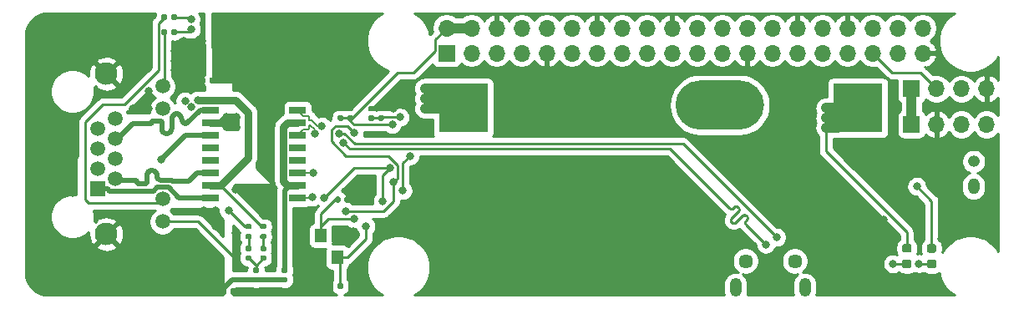
<source format=gtl>
G04 #@! TF.GenerationSoftware,KiCad,Pcbnew,(5.1.10)-1*
G04 #@! TF.CreationDate,2021-09-04T12:41:49+02:00*
G04 #@! TF.ProjectId,POE_hat_and_USB,504f455f-6861-4745-9f61-6e645f555342,1.0*
G04 #@! TF.SameCoordinates,Original*
G04 #@! TF.FileFunction,Copper,L1,Top*
G04 #@! TF.FilePolarity,Positive*
%FSLAX46Y46*%
G04 Gerber Fmt 4.6, Leading zero omitted, Abs format (unit mm)*
G04 Created by KiCad (PCBNEW (5.1.10)-1) date 2021-09-04 12:41:49*
%MOMM*%
%LPD*%
G01*
G04 APERTURE LIST*
G04 #@! TA.AperFunction,SMDPad,CuDef*
%ADD10R,5.000000X5.000000*%
G04 #@! TD*
G04 #@! TA.AperFunction,SMDPad,CuDef*
%ADD11R,1.200000X1.400000*%
G04 #@! TD*
G04 #@! TA.AperFunction,ComponentPad*
%ADD12R,1.700000X1.700000*%
G04 #@! TD*
G04 #@! TA.AperFunction,ComponentPad*
%ADD13O,1.700000X1.700000*%
G04 #@! TD*
G04 #@! TA.AperFunction,SMDPad,CuDef*
%ADD14R,1.700000X0.760000*%
G04 #@! TD*
G04 #@! TA.AperFunction,ComponentPad*
%ADD15O,1.200000X1.600000*%
G04 #@! TD*
G04 #@! TA.AperFunction,ComponentPad*
%ADD16O,1.200000X1.200000*%
G04 #@! TD*
G04 #@! TA.AperFunction,ComponentPad*
%ADD17R,1.500000X1.500000*%
G04 #@! TD*
G04 #@! TA.AperFunction,ComponentPad*
%ADD18C,1.500000*%
G04 #@! TD*
G04 #@! TA.AperFunction,ComponentPad*
%ADD19C,2.300000*%
G04 #@! TD*
G04 #@! TA.AperFunction,ComponentPad*
%ADD20O,1.200000X1.900000*%
G04 #@! TD*
G04 #@! TA.AperFunction,ComponentPad*
%ADD21C,1.450000*%
G04 #@! TD*
G04 #@! TA.AperFunction,ViaPad*
%ADD22C,0.800000*%
G04 #@! TD*
G04 #@! TA.AperFunction,Conductor*
%ADD23C,1.000000*%
G04 #@! TD*
G04 #@! TA.AperFunction,Conductor*
%ADD24C,0.250000*%
G04 #@! TD*
G04 #@! TA.AperFunction,Conductor*
%ADD25C,0.500000*%
G04 #@! TD*
G04 #@! TA.AperFunction,Conductor*
%ADD26C,0.750000*%
G04 #@! TD*
G04 #@! TA.AperFunction,Conductor*
%ADD27C,0.200000*%
G04 #@! TD*
G04 #@! TA.AperFunction,Conductor*
%ADD28C,0.254000*%
G04 #@! TD*
G04 #@! TA.AperFunction,Conductor*
%ADD29C,0.100000*%
G04 #@! TD*
G04 APERTURE END LIST*
D10*
X167600000Y-101400000D03*
X167600000Y-117400000D03*
X127600000Y-101400000D03*
X127600000Y-117400000D03*
G04 #@! TA.AperFunction,WasherPad*
G36*
G01*
X151600000Y-98600000D02*
X155600000Y-98600000D01*
G75*
G02*
X158100000Y-101100000I0J-2500000D01*
G01*
X158100000Y-101100000D01*
G75*
G02*
X155600000Y-103600000I-2500000J0D01*
G01*
X151600000Y-103600000D01*
G75*
G02*
X149100000Y-101100000I0J2500000D01*
G01*
X149100000Y-101100000D01*
G75*
G02*
X151600000Y-98600000I2500000J0D01*
G01*
G37*
G04 #@! TD.AperFunction*
D11*
X113145200Y-116540400D03*
X113145200Y-114340400D03*
X114845200Y-114340400D03*
X114845200Y-116540400D03*
D12*
X125902000Y-95838000D03*
D13*
X125902000Y-93298000D03*
X128442000Y-95838000D03*
X128442000Y-93298000D03*
X130982000Y-95838000D03*
X130982000Y-93298000D03*
X133522000Y-95838000D03*
X133522000Y-93298000D03*
X136062000Y-95838000D03*
X136062000Y-93298000D03*
X138602000Y-95838000D03*
X138602000Y-93298000D03*
X141142000Y-95838000D03*
X141142000Y-93298000D03*
X143682000Y-95838000D03*
X143682000Y-93298000D03*
X146222000Y-95838000D03*
X146222000Y-93298000D03*
X148762000Y-95838000D03*
X148762000Y-93298000D03*
X151302000Y-95838000D03*
X151302000Y-93298000D03*
X153842000Y-95838000D03*
X153842000Y-93298000D03*
X156382000Y-95838000D03*
X156382000Y-93298000D03*
X158922000Y-95838000D03*
X158922000Y-93298000D03*
X161462000Y-95838000D03*
X161462000Y-93298000D03*
X164002000Y-95838000D03*
X164002000Y-93298000D03*
X166542000Y-95838000D03*
X166542000Y-93298000D03*
X169082000Y-95838000D03*
X169082000Y-93298000D03*
X171622000Y-95838000D03*
X171622000Y-93298000D03*
X174162000Y-95838000D03*
X174162000Y-93298000D03*
D14*
X110800000Y-110513000D03*
X110800000Y-109243000D03*
X110800000Y-107973000D03*
X110800000Y-106703000D03*
X110800000Y-102893000D03*
X110800000Y-105433000D03*
X110800000Y-104163000D03*
X110800000Y-101623000D03*
X102000000Y-107973000D03*
X102000000Y-104163000D03*
X102000000Y-101623000D03*
X102000000Y-109243000D03*
X102000000Y-102893000D03*
X102000000Y-106703000D03*
X102000000Y-110513000D03*
X102000000Y-105433000D03*
D15*
X179332000Y-109368000D03*
D16*
X179332000Y-106828000D03*
D17*
X90532000Y-109628000D03*
D18*
X90532000Y-107596000D03*
X90532000Y-105564000D03*
X90532000Y-103532000D03*
X92312000Y-108612000D03*
X92312000Y-106580000D03*
X92312000Y-104548000D03*
X92312000Y-102516000D03*
D19*
X91422000Y-97938000D03*
X91422000Y-114198000D03*
D18*
X97132000Y-112928000D03*
X97132000Y-110638000D03*
X97132000Y-101498000D03*
X97132000Y-99208000D03*
D13*
X180652000Y-103068000D03*
X178112000Y-103068000D03*
X175572000Y-103068000D03*
D12*
X173032000Y-103068000D03*
X173032000Y-99468000D03*
D13*
X175572000Y-99468000D03*
X178112000Y-99468000D03*
X180652000Y-99468000D03*
D20*
X155220000Y-119616296D03*
X162220000Y-119616296D03*
D21*
X156220000Y-116916296D03*
X161220000Y-116916296D03*
G04 #@! TA.AperFunction,SMDPad,CuDef*
G36*
G01*
X105662000Y-115372000D02*
X106002000Y-115372000D01*
G75*
G02*
X106142000Y-115512000I0J-140000D01*
G01*
X106142000Y-115792000D01*
G75*
G02*
X106002000Y-115932000I-140000J0D01*
G01*
X105662000Y-115932000D01*
G75*
G02*
X105522000Y-115792000I0J140000D01*
G01*
X105522000Y-115512000D01*
G75*
G02*
X105662000Y-115372000I140000J0D01*
G01*
G37*
G04 #@! TD.AperFunction*
G04 #@! TA.AperFunction,SMDPad,CuDef*
G36*
G01*
X105662000Y-116332000D02*
X106002000Y-116332000D01*
G75*
G02*
X106142000Y-116472000I0J-140000D01*
G01*
X106142000Y-116752000D01*
G75*
G02*
X106002000Y-116892000I-140000J0D01*
G01*
X105662000Y-116892000D01*
G75*
G02*
X105522000Y-116752000I0J140000D01*
G01*
X105522000Y-116472000D01*
G75*
G02*
X105662000Y-116332000I140000J0D01*
G01*
G37*
G04 #@! TD.AperFunction*
G04 #@! TA.AperFunction,SMDPad,CuDef*
G36*
G01*
X106430000Y-118532000D02*
X106770000Y-118532000D01*
G75*
G02*
X106910000Y-118672000I0J-140000D01*
G01*
X106910000Y-118952000D01*
G75*
G02*
X106770000Y-119092000I-140000J0D01*
G01*
X106430000Y-119092000D01*
G75*
G02*
X106290000Y-118952000I0J140000D01*
G01*
X106290000Y-118672000D01*
G75*
G02*
X106430000Y-118532000I140000J0D01*
G01*
G37*
G04 #@! TD.AperFunction*
G04 #@! TA.AperFunction,SMDPad,CuDef*
G36*
G01*
X106430000Y-117572000D02*
X106770000Y-117572000D01*
G75*
G02*
X106910000Y-117712000I0J-140000D01*
G01*
X106910000Y-117992000D01*
G75*
G02*
X106770000Y-118132000I-140000J0D01*
G01*
X106430000Y-118132000D01*
G75*
G02*
X106290000Y-117992000I0J140000D01*
G01*
X106290000Y-117712000D01*
G75*
G02*
X106430000Y-117572000I140000J0D01*
G01*
G37*
G04 #@! TD.AperFunction*
G04 #@! TA.AperFunction,SMDPad,CuDef*
G36*
G01*
X107162000Y-116332000D02*
X107502000Y-116332000D01*
G75*
G02*
X107642000Y-116472000I0J-140000D01*
G01*
X107642000Y-116752000D01*
G75*
G02*
X107502000Y-116892000I-140000J0D01*
G01*
X107162000Y-116892000D01*
G75*
G02*
X107022000Y-116752000I0J140000D01*
G01*
X107022000Y-116472000D01*
G75*
G02*
X107162000Y-116332000I140000J0D01*
G01*
G37*
G04 #@! TD.AperFunction*
G04 #@! TA.AperFunction,SMDPad,CuDef*
G36*
G01*
X107162000Y-115372000D02*
X107502000Y-115372000D01*
G75*
G02*
X107642000Y-115512000I0J-140000D01*
G01*
X107642000Y-115792000D01*
G75*
G02*
X107502000Y-115932000I-140000J0D01*
G01*
X107162000Y-115932000D01*
G75*
G02*
X107022000Y-115792000I0J140000D01*
G01*
X107022000Y-115512000D01*
G75*
G02*
X107162000Y-115372000I140000J0D01*
G01*
G37*
G04 #@! TD.AperFunction*
G04 #@! TA.AperFunction,SMDPad,CuDef*
G36*
G01*
X104000000Y-120170000D02*
X104000000Y-119830000D01*
G75*
G02*
X104140000Y-119690000I140000J0D01*
G01*
X104420000Y-119690000D01*
G75*
G02*
X104560000Y-119830000I0J-140000D01*
G01*
X104560000Y-120170000D01*
G75*
G02*
X104420000Y-120310000I-140000J0D01*
G01*
X104140000Y-120310000D01*
G75*
G02*
X104000000Y-120170000I0J140000D01*
G01*
G37*
G04 #@! TD.AperFunction*
G04 #@! TA.AperFunction,SMDPad,CuDef*
G36*
G01*
X103040000Y-120170000D02*
X103040000Y-119830000D01*
G75*
G02*
X103180000Y-119690000I140000J0D01*
G01*
X103460000Y-119690000D01*
G75*
G02*
X103600000Y-119830000I0J-140000D01*
G01*
X103600000Y-120170000D01*
G75*
G02*
X103460000Y-120310000I-140000J0D01*
G01*
X103180000Y-120310000D01*
G75*
G02*
X103040000Y-120170000I0J140000D01*
G01*
G37*
G04 #@! TD.AperFunction*
G04 #@! TA.AperFunction,SMDPad,CuDef*
G36*
G01*
X109304000Y-117572000D02*
X109644000Y-117572000D01*
G75*
G02*
X109784000Y-117712000I0J-140000D01*
G01*
X109784000Y-117992000D01*
G75*
G02*
X109644000Y-118132000I-140000J0D01*
G01*
X109304000Y-118132000D01*
G75*
G02*
X109164000Y-117992000I0J140000D01*
G01*
X109164000Y-117712000D01*
G75*
G02*
X109304000Y-117572000I140000J0D01*
G01*
G37*
G04 #@! TD.AperFunction*
G04 #@! TA.AperFunction,SMDPad,CuDef*
G36*
G01*
X109304000Y-118532000D02*
X109644000Y-118532000D01*
G75*
G02*
X109784000Y-118672000I0J-140000D01*
G01*
X109784000Y-118952000D01*
G75*
G02*
X109644000Y-119092000I-140000J0D01*
G01*
X109304000Y-119092000D01*
G75*
G02*
X109164000Y-118952000I0J140000D01*
G01*
X109164000Y-118672000D01*
G75*
G02*
X109304000Y-118532000I140000J0D01*
G01*
G37*
G04 #@! TD.AperFunction*
G04 #@! TA.AperFunction,SMDPad,CuDef*
G36*
G01*
X101876200Y-98770000D02*
X101876200Y-98430000D01*
G75*
G02*
X102016200Y-98290000I140000J0D01*
G01*
X102296200Y-98290000D01*
G75*
G02*
X102436200Y-98430000I0J-140000D01*
G01*
X102436200Y-98770000D01*
G75*
G02*
X102296200Y-98910000I-140000J0D01*
G01*
X102016200Y-98910000D01*
G75*
G02*
X101876200Y-98770000I0J140000D01*
G01*
G37*
G04 #@! TD.AperFunction*
G04 #@! TA.AperFunction,SMDPad,CuDef*
G36*
G01*
X100916200Y-98770000D02*
X100916200Y-98430000D01*
G75*
G02*
X101056200Y-98290000I140000J0D01*
G01*
X101336200Y-98290000D01*
G75*
G02*
X101476200Y-98430000I0J-140000D01*
G01*
X101476200Y-98770000D01*
G75*
G02*
X101336200Y-98910000I-140000J0D01*
G01*
X101056200Y-98910000D01*
G75*
G02*
X100916200Y-98770000I0J140000D01*
G01*
G37*
G04 #@! TD.AperFunction*
G04 #@! TA.AperFunction,SMDPad,CuDef*
G36*
G01*
X116326100Y-101739700D02*
X115986100Y-101739700D01*
G75*
G02*
X115846100Y-101599700I0J140000D01*
G01*
X115846100Y-101319700D01*
G75*
G02*
X115986100Y-101179700I140000J0D01*
G01*
X116326100Y-101179700D01*
G75*
G02*
X116466100Y-101319700I0J-140000D01*
G01*
X116466100Y-101599700D01*
G75*
G02*
X116326100Y-101739700I-140000J0D01*
G01*
G37*
G04 #@! TD.AperFunction*
G04 #@! TA.AperFunction,SMDPad,CuDef*
G36*
G01*
X116326100Y-102699700D02*
X115986100Y-102699700D01*
G75*
G02*
X115846100Y-102559700I0J140000D01*
G01*
X115846100Y-102279700D01*
G75*
G02*
X115986100Y-102139700I140000J0D01*
G01*
X116326100Y-102139700D01*
G75*
G02*
X116466100Y-102279700I0J-140000D01*
G01*
X116466100Y-102559700D01*
G75*
G02*
X116326100Y-102699700I-140000J0D01*
G01*
G37*
G04 #@! TD.AperFunction*
G04 #@! TA.AperFunction,SMDPad,CuDef*
G36*
G01*
X115326100Y-102699700D02*
X114986100Y-102699700D01*
G75*
G02*
X114846100Y-102559700I0J140000D01*
G01*
X114846100Y-102279700D01*
G75*
G02*
X114986100Y-102139700I140000J0D01*
G01*
X115326100Y-102139700D01*
G75*
G02*
X115466100Y-102279700I0J-140000D01*
G01*
X115466100Y-102559700D01*
G75*
G02*
X115326100Y-102699700I-140000J0D01*
G01*
G37*
G04 #@! TD.AperFunction*
G04 #@! TA.AperFunction,SMDPad,CuDef*
G36*
G01*
X115326100Y-101739700D02*
X114986100Y-101739700D01*
G75*
G02*
X114846100Y-101599700I0J140000D01*
G01*
X114846100Y-101319700D01*
G75*
G02*
X114986100Y-101179700I140000J0D01*
G01*
X115326100Y-101179700D01*
G75*
G02*
X115466100Y-101319700I0J-140000D01*
G01*
X115466100Y-101599700D01*
G75*
G02*
X115326100Y-101739700I-140000J0D01*
G01*
G37*
G04 #@! TD.AperFunction*
G04 #@! TA.AperFunction,SMDPad,CuDef*
G36*
G01*
X119440400Y-102712400D02*
X119100400Y-102712400D01*
G75*
G02*
X118960400Y-102572400I0J140000D01*
G01*
X118960400Y-102292400D01*
G75*
G02*
X119100400Y-102152400I140000J0D01*
G01*
X119440400Y-102152400D01*
G75*
G02*
X119580400Y-102292400I0J-140000D01*
G01*
X119580400Y-102572400D01*
G75*
G02*
X119440400Y-102712400I-140000J0D01*
G01*
G37*
G04 #@! TD.AperFunction*
G04 #@! TA.AperFunction,SMDPad,CuDef*
G36*
G01*
X119440400Y-101752400D02*
X119100400Y-101752400D01*
G75*
G02*
X118960400Y-101612400I0J140000D01*
G01*
X118960400Y-101332400D01*
G75*
G02*
X119100400Y-101192400I140000J0D01*
G01*
X119440400Y-101192400D01*
G75*
G02*
X119580400Y-101332400I0J-140000D01*
G01*
X119580400Y-101612400D01*
G75*
G02*
X119440400Y-101752400I-140000J0D01*
G01*
G37*
G04 #@! TD.AperFunction*
G04 #@! TA.AperFunction,SMDPad,CuDef*
G36*
G01*
X118440400Y-102712400D02*
X118100400Y-102712400D01*
G75*
G02*
X117960400Y-102572400I0J140000D01*
G01*
X117960400Y-102292400D01*
G75*
G02*
X118100400Y-102152400I140000J0D01*
G01*
X118440400Y-102152400D01*
G75*
G02*
X118580400Y-102292400I0J-140000D01*
G01*
X118580400Y-102572400D01*
G75*
G02*
X118440400Y-102712400I-140000J0D01*
G01*
G37*
G04 #@! TD.AperFunction*
G04 #@! TA.AperFunction,SMDPad,CuDef*
G36*
G01*
X118440400Y-101752400D02*
X118100400Y-101752400D01*
G75*
G02*
X117960400Y-101612400I0J140000D01*
G01*
X117960400Y-101332400D01*
G75*
G02*
X118100400Y-101192400I140000J0D01*
G01*
X118440400Y-101192400D01*
G75*
G02*
X118580400Y-101332400I0J-140000D01*
G01*
X118580400Y-101612400D01*
G75*
G02*
X118440400Y-101752400I-140000J0D01*
G01*
G37*
G04 #@! TD.AperFunction*
G04 #@! TA.AperFunction,SMDPad,CuDef*
G36*
G01*
X114455600Y-119283600D02*
X114455600Y-119623600D01*
G75*
G02*
X114315600Y-119763600I-140000J0D01*
G01*
X114035600Y-119763600D01*
G75*
G02*
X113895600Y-119623600I0J140000D01*
G01*
X113895600Y-119283600D01*
G75*
G02*
X114035600Y-119143600I140000J0D01*
G01*
X114315600Y-119143600D01*
G75*
G02*
X114455600Y-119283600I0J-140000D01*
G01*
G37*
G04 #@! TD.AperFunction*
G04 #@! TA.AperFunction,SMDPad,CuDef*
G36*
G01*
X115415600Y-119283600D02*
X115415600Y-119623600D01*
G75*
G02*
X115275600Y-119763600I-140000J0D01*
G01*
X114995600Y-119763600D01*
G75*
G02*
X114855600Y-119623600I0J140000D01*
G01*
X114855600Y-119283600D01*
G75*
G02*
X114995600Y-119143600I140000J0D01*
G01*
X115275600Y-119143600D01*
G75*
G02*
X115415600Y-119283600I0J-140000D01*
G01*
G37*
G04 #@! TD.AperFunction*
G04 #@! TA.AperFunction,SMDPad,CuDef*
G36*
G01*
X115566800Y-110863200D02*
X115566800Y-110523200D01*
G75*
G02*
X115706800Y-110383200I140000J0D01*
G01*
X115986800Y-110383200D01*
G75*
G02*
X116126800Y-110523200I0J-140000D01*
G01*
X116126800Y-110863200D01*
G75*
G02*
X115986800Y-111003200I-140000J0D01*
G01*
X115706800Y-111003200D01*
G75*
G02*
X115566800Y-110863200I0J140000D01*
G01*
G37*
G04 #@! TD.AperFunction*
G04 #@! TA.AperFunction,SMDPad,CuDef*
G36*
G01*
X114606800Y-110863200D02*
X114606800Y-110523200D01*
G75*
G02*
X114746800Y-110383200I140000J0D01*
G01*
X115026800Y-110383200D01*
G75*
G02*
X115166800Y-110523200I0J-140000D01*
G01*
X115166800Y-110863200D01*
G75*
G02*
X115026800Y-111003200I-140000J0D01*
G01*
X114746800Y-111003200D01*
G75*
G02*
X114606800Y-110863200I0J140000D01*
G01*
G37*
G04 #@! TD.AperFunction*
G04 #@! TA.AperFunction,SMDPad,CuDef*
G36*
G01*
X98580000Y-92015000D02*
X98580000Y-92385000D01*
G75*
G02*
X98445000Y-92520000I-135000J0D01*
G01*
X98175000Y-92520000D01*
G75*
G02*
X98040000Y-92385000I0J135000D01*
G01*
X98040000Y-92015000D01*
G75*
G02*
X98175000Y-91880000I135000J0D01*
G01*
X98445000Y-91880000D01*
G75*
G02*
X98580000Y-92015000I0J-135000D01*
G01*
G37*
G04 #@! TD.AperFunction*
G04 #@! TA.AperFunction,SMDPad,CuDef*
G36*
G01*
X97560000Y-92015000D02*
X97560000Y-92385000D01*
G75*
G02*
X97425000Y-92520000I-135000J0D01*
G01*
X97155000Y-92520000D01*
G75*
G02*
X97020000Y-92385000I0J135000D01*
G01*
X97020000Y-92015000D01*
G75*
G02*
X97155000Y-91880000I135000J0D01*
G01*
X97425000Y-91880000D01*
G75*
G02*
X97560000Y-92015000I0J-135000D01*
G01*
G37*
G04 #@! TD.AperFunction*
G04 #@! TA.AperFunction,SMDPad,CuDef*
G36*
G01*
X97560000Y-93515000D02*
X97560000Y-93885000D01*
G75*
G02*
X97425000Y-94020000I-135000J0D01*
G01*
X97155000Y-94020000D01*
G75*
G02*
X97020000Y-93885000I0J135000D01*
G01*
X97020000Y-93515000D01*
G75*
G02*
X97155000Y-93380000I135000J0D01*
G01*
X97425000Y-93380000D01*
G75*
G02*
X97560000Y-93515000I0J-135000D01*
G01*
G37*
G04 #@! TD.AperFunction*
G04 #@! TA.AperFunction,SMDPad,CuDef*
G36*
G01*
X98580000Y-93515000D02*
X98580000Y-93885000D01*
G75*
G02*
X98445000Y-94020000I-135000J0D01*
G01*
X98175000Y-94020000D01*
G75*
G02*
X98040000Y-93885000I0J135000D01*
G01*
X98040000Y-93515000D01*
G75*
G02*
X98175000Y-93380000I135000J0D01*
G01*
X98445000Y-93380000D01*
G75*
G02*
X98580000Y-93515000I0J-135000D01*
G01*
G37*
G04 #@! TD.AperFunction*
G04 #@! TA.AperFunction,SMDPad,CuDef*
G36*
G01*
X105647000Y-113152000D02*
X106017000Y-113152000D01*
G75*
G02*
X106152000Y-113287000I0J-135000D01*
G01*
X106152000Y-113557000D01*
G75*
G02*
X106017000Y-113692000I-135000J0D01*
G01*
X105647000Y-113692000D01*
G75*
G02*
X105512000Y-113557000I0J135000D01*
G01*
X105512000Y-113287000D01*
G75*
G02*
X105647000Y-113152000I135000J0D01*
G01*
G37*
G04 #@! TD.AperFunction*
G04 #@! TA.AperFunction,SMDPad,CuDef*
G36*
G01*
X105647000Y-114172000D02*
X106017000Y-114172000D01*
G75*
G02*
X106152000Y-114307000I0J-135000D01*
G01*
X106152000Y-114577000D01*
G75*
G02*
X106017000Y-114712000I-135000J0D01*
G01*
X105647000Y-114712000D01*
G75*
G02*
X105512000Y-114577000I0J135000D01*
G01*
X105512000Y-114307000D01*
G75*
G02*
X105647000Y-114172000I135000J0D01*
G01*
G37*
G04 #@! TD.AperFunction*
G04 #@! TA.AperFunction,SMDPad,CuDef*
G36*
G01*
X107147000Y-113152000D02*
X107517000Y-113152000D01*
G75*
G02*
X107652000Y-113287000I0J-135000D01*
G01*
X107652000Y-113557000D01*
G75*
G02*
X107517000Y-113692000I-135000J0D01*
G01*
X107147000Y-113692000D01*
G75*
G02*
X107012000Y-113557000I0J135000D01*
G01*
X107012000Y-113287000D01*
G75*
G02*
X107147000Y-113152000I135000J0D01*
G01*
G37*
G04 #@! TD.AperFunction*
G04 #@! TA.AperFunction,SMDPad,CuDef*
G36*
G01*
X107147000Y-114172000D02*
X107517000Y-114172000D01*
G75*
G02*
X107652000Y-114307000I0J-135000D01*
G01*
X107652000Y-114577000D01*
G75*
G02*
X107517000Y-114712000I-135000J0D01*
G01*
X107147000Y-114712000D01*
G75*
G02*
X107012000Y-114577000I0J135000D01*
G01*
X107012000Y-114307000D01*
G75*
G02*
X107147000Y-114172000I135000J0D01*
G01*
G37*
G04 #@! TD.AperFunction*
G04 #@! TA.AperFunction,SMDPad,CuDef*
G36*
G01*
X172816650Y-116065700D02*
X172304150Y-116065700D01*
G75*
G02*
X172085400Y-115846950I0J218750D01*
G01*
X172085400Y-115409450D01*
G75*
G02*
X172304150Y-115190700I218750J0D01*
G01*
X172816650Y-115190700D01*
G75*
G02*
X173035400Y-115409450I0J-218750D01*
G01*
X173035400Y-115846950D01*
G75*
G02*
X172816650Y-116065700I-218750J0D01*
G01*
G37*
G04 #@! TD.AperFunction*
G04 #@! TA.AperFunction,SMDPad,CuDef*
G36*
G01*
X172816650Y-117640700D02*
X172304150Y-117640700D01*
G75*
G02*
X172085400Y-117421950I0J218750D01*
G01*
X172085400Y-116984450D01*
G75*
G02*
X172304150Y-116765700I218750J0D01*
G01*
X172816650Y-116765700D01*
G75*
G02*
X173035400Y-116984450I0J-218750D01*
G01*
X173035400Y-117421950D01*
G75*
G02*
X172816650Y-117640700I-218750J0D01*
G01*
G37*
G04 #@! TD.AperFunction*
G04 #@! TA.AperFunction,SMDPad,CuDef*
G36*
G01*
X175340650Y-117660200D02*
X174828150Y-117660200D01*
G75*
G02*
X174609400Y-117441450I0J218750D01*
G01*
X174609400Y-117003950D01*
G75*
G02*
X174828150Y-116785200I218750J0D01*
G01*
X175340650Y-116785200D01*
G75*
G02*
X175559400Y-117003950I0J-218750D01*
G01*
X175559400Y-117441450D01*
G75*
G02*
X175340650Y-117660200I-218750J0D01*
G01*
G37*
G04 #@! TD.AperFunction*
G04 #@! TA.AperFunction,SMDPad,CuDef*
G36*
G01*
X175340650Y-116085200D02*
X174828150Y-116085200D01*
G75*
G02*
X174609400Y-115866450I0J218750D01*
G01*
X174609400Y-115428950D01*
G75*
G02*
X174828150Y-115210200I218750J0D01*
G01*
X175340650Y-115210200D01*
G75*
G02*
X175559400Y-115428950I0J-218750D01*
G01*
X175559400Y-115866450D01*
G75*
G02*
X175340650Y-116085200I-218750J0D01*
G01*
G37*
G04 #@! TD.AperFunction*
D22*
X120396000Y-103073200D03*
X173583600Y-109347000D03*
X175000000Y-105300000D03*
X176915000Y-108227000D03*
X180805000Y-106257000D03*
X180800000Y-110000000D03*
X163900000Y-119700000D03*
X104500000Y-109700000D03*
X181300000Y-114500000D03*
X175900000Y-119700000D03*
X172000000Y-119700000D03*
X167800000Y-119700000D03*
X168700000Y-115700000D03*
X170200000Y-112700000D03*
X176052400Y-114703200D03*
X168900000Y-105300000D03*
X171200000Y-102400000D03*
X178100000Y-111400000D03*
X163000000Y-116800000D03*
X181300000Y-112600000D03*
X104500000Y-114100000D03*
X156464000Y-115214400D03*
X113310700Y-118588700D03*
X105232200Y-119989600D03*
X102743000Y-96139000D03*
X102743000Y-97409000D03*
X104013000Y-97409000D03*
X117030500Y-108750100D03*
X120523000Y-101473000D03*
X116459000Y-113919000D03*
X104775000Y-92837000D03*
X109855000Y-92837000D03*
X114935000Y-92837000D03*
X107315000Y-95377000D03*
X112395000Y-95377000D03*
X117475000Y-95377000D03*
X132715000Y-118237000D03*
X135255000Y-118237000D03*
X137795000Y-118237000D03*
X140335000Y-118237000D03*
X142875000Y-118237000D03*
X145415000Y-118237000D03*
X147955000Y-118237000D03*
X150495000Y-118237000D03*
X153035000Y-118237000D03*
X132715000Y-115697000D03*
X135255000Y-115697000D03*
X137795000Y-115697000D03*
X140335000Y-115697000D03*
X142875000Y-115697000D03*
X145415000Y-115697000D03*
X147955000Y-115697000D03*
X150495000Y-115697000D03*
X153035000Y-115697000D03*
X132715000Y-113157000D03*
X132715000Y-108077000D03*
X135255000Y-108077000D03*
X135255000Y-110617000D03*
X135255000Y-113157000D03*
X137795000Y-113157000D03*
X137795000Y-110617000D03*
X137795000Y-108077000D03*
X140335000Y-108077000D03*
X140335000Y-110617000D03*
X140335000Y-113157000D03*
X142875000Y-113157000D03*
X142875000Y-110617000D03*
X142875000Y-108077000D03*
X145415000Y-108077000D03*
X145415000Y-110617000D03*
X145415000Y-113157000D03*
X147955000Y-113157000D03*
X150495000Y-113157000D03*
X153035000Y-113157000D03*
X163195000Y-113157000D03*
X163195000Y-110617000D03*
X165735000Y-110617000D03*
X165735000Y-113157000D03*
X135255000Y-100457000D03*
X135255000Y-102997000D03*
X137795000Y-102997000D03*
X137795000Y-100457000D03*
X140335000Y-100457000D03*
X140335000Y-102997000D03*
X142875000Y-100457000D03*
X142875000Y-102997000D03*
X145415000Y-102997000D03*
X160655000Y-102997000D03*
X160655000Y-100457000D03*
X163195000Y-100457000D03*
X160655000Y-113157000D03*
X130175000Y-108077000D03*
X130175000Y-113157000D03*
X132715000Y-110617000D03*
X130175000Y-110617000D03*
X123710700Y-101434900D03*
X123698000Y-100431600D03*
X123698000Y-99415600D03*
X102500000Y-113400000D03*
X101300000Y-111800000D03*
X102500000Y-111800000D03*
X95700000Y-101500000D03*
X95700000Y-99700000D03*
X94100000Y-101500000D03*
X101100000Y-97600000D03*
X101100000Y-96600000D03*
X101100000Y-95600000D03*
X101100000Y-94600000D03*
X98300000Y-95600000D03*
X98300000Y-96600000D03*
X98300000Y-97600000D03*
X99300000Y-94600000D03*
X102500000Y-117500000D03*
X100000000Y-117500000D03*
X97500000Y-117500000D03*
X97500000Y-120000000D03*
X100000000Y-120000000D03*
X102500000Y-120000000D03*
X95000000Y-120000000D03*
X92500000Y-120000000D03*
X90000000Y-120000000D03*
X87500000Y-120000000D03*
X85000000Y-120000000D03*
X85000000Y-117500000D03*
X85000000Y-105000000D03*
X85000000Y-102500000D03*
X85000000Y-100000000D03*
X85000000Y-97500000D03*
X85000000Y-95000000D03*
X85000000Y-92500000D03*
X87500000Y-92500000D03*
X87500000Y-95000000D03*
X90000000Y-95000000D03*
X92500000Y-95000000D03*
X92500000Y-92500000D03*
X90000000Y-92500000D03*
X95000000Y-95000000D03*
X95000000Y-92500000D03*
X95000000Y-97500000D03*
X95000000Y-115000000D03*
X95000000Y-112500000D03*
X88000000Y-108000000D03*
X88000000Y-109000000D03*
X88000000Y-110000000D03*
X120167400Y-107502960D03*
X113526570Y-110501460D03*
X119418766Y-110884369D03*
X120523000Y-108953300D03*
X115697000Y-111887000D03*
X116555500Y-103921647D03*
X121179536Y-102335008D03*
X117729000Y-113411000D03*
X116555500Y-112649000D03*
X100000000Y-101300000D03*
X99400000Y-100700000D03*
X100700000Y-100600000D03*
X103600000Y-103300000D03*
X104600000Y-103300000D03*
X104600000Y-102300000D03*
X103600000Y-102300000D03*
X103800000Y-111800000D03*
X171155000Y-117207000D03*
X173815000Y-117187000D03*
X100000000Y-92400000D03*
X100047325Y-93398891D03*
X121488200Y-109778800D03*
X122224800Y-106262010D03*
X112292393Y-110433427D03*
X112369598Y-107988102D03*
X112531768Y-104003232D03*
X113274232Y-103260768D03*
X158268437Y-115228210D03*
X115468400Y-104927400D03*
X159359600Y-114503200D03*
X114985800Y-103962200D03*
X97000000Y-106600000D03*
X164365000Y-101407000D03*
X164365000Y-102407000D03*
X164363400Y-103403372D03*
D23*
X125902000Y-93298000D02*
X128442000Y-93298000D01*
D24*
X116156100Y-102419700D02*
X115156100Y-102419700D01*
X116156100Y-102419700D02*
X116163726Y-102419700D01*
X120982173Y-97793001D02*
X116355474Y-102419700D01*
X122580001Y-97793001D02*
X120982173Y-97793001D01*
X124726999Y-95646003D02*
X122580001Y-97793001D01*
X124726999Y-94473001D02*
X124726999Y-95646003D01*
X116355474Y-102419700D02*
X116156100Y-102419700D01*
X125902000Y-93298000D02*
X124726999Y-94473001D01*
X120370600Y-103098600D02*
X120396000Y-103073200D01*
X116555000Y-103098600D02*
X120370600Y-103098600D01*
X116156100Y-102699700D02*
X116555000Y-103098600D01*
X116156100Y-102419700D02*
X116156100Y-102699700D01*
X175084400Y-110847800D02*
X173583600Y-109347000D01*
X175084400Y-115647700D02*
X175084400Y-110847800D01*
X100728000Y-112928000D02*
X104280000Y-116480000D01*
X97132000Y-112928000D02*
X100728000Y-112928000D01*
X112845200Y-118123200D02*
X112845200Y-116890400D01*
X114175600Y-119453600D02*
X112845200Y-118123200D01*
X118270400Y-101472400D02*
X119270400Y-101472400D01*
X115156100Y-101459700D02*
X116156100Y-101459700D01*
X168610000Y-96310000D02*
X169082000Y-95838000D01*
X173904000Y-97800000D02*
X171044000Y-97800000D01*
X171044000Y-97800000D02*
X169082000Y-95838000D01*
X175572000Y-99468000D02*
X173904000Y-97800000D01*
D23*
X125615600Y-99415600D02*
X127600000Y-101400000D01*
X123698000Y-99415600D02*
X125615600Y-99415600D01*
X126631600Y-100431600D02*
X127600000Y-101400000D01*
X123698000Y-100431600D02*
X126631600Y-100431600D01*
X127565100Y-101434900D02*
X127600000Y-101400000D01*
X123710700Y-101434900D02*
X127565100Y-101434900D01*
D24*
X106600000Y-117380000D02*
X105832000Y-116612000D01*
X106600000Y-117852000D02*
X106600000Y-117380000D01*
X106600000Y-117344000D02*
X107332000Y-116612000D01*
X106600000Y-117852000D02*
X106600000Y-117344000D01*
X105832000Y-114442000D02*
X105832000Y-115652000D01*
D25*
X104198000Y-118812000D02*
X106600000Y-118812000D01*
X103320000Y-119690000D02*
X104198000Y-118812000D01*
X103320000Y-120000000D02*
X103320000Y-119690000D01*
X106600000Y-118812000D02*
X109474000Y-118812000D01*
D24*
X107332000Y-115652000D02*
X107332000Y-114442000D01*
D26*
X109804998Y-102893000D02*
X110800000Y-102893000D01*
X109374999Y-103322999D02*
X109804998Y-102893000D01*
X109374999Y-108813001D02*
X109374999Y-103322999D01*
X109804998Y-109243000D02*
X109374999Y-108813001D01*
X110800000Y-109243000D02*
X109804998Y-109243000D01*
D25*
X110029998Y-109243000D02*
X110800000Y-109243000D01*
X109474000Y-109798998D02*
X110029998Y-109243000D01*
X109474000Y-117509100D02*
X109474000Y-109798998D01*
X109499999Y-117535099D02*
X109474000Y-117509100D01*
X109474000Y-117852000D02*
X109499999Y-117535099D01*
D24*
X116525070Y-107502960D02*
X113526570Y-110501460D01*
X120167400Y-107502960D02*
X116525070Y-107502960D01*
X119418766Y-108251594D02*
X119418766Y-110884369D01*
X120167400Y-107502960D02*
X119418766Y-108251594D01*
X119489139Y-111887000D02*
X115697000Y-111887000D01*
X120523000Y-108953300D02*
X120523000Y-110853139D01*
X120523000Y-110853139D02*
X119489139Y-111887000D01*
X120922999Y-108553301D02*
X120922999Y-107185557D01*
X119999452Y-106262010D02*
X119072446Y-106262010D01*
X120523000Y-108953300D02*
X120922999Y-108553301D01*
X120922999Y-107185557D02*
X119999452Y-106262010D01*
X115871052Y-103237199D02*
X116555500Y-103921647D01*
X114637799Y-103237199D02*
X115871052Y-103237199D01*
X114260799Y-103614199D02*
X114637799Y-103237199D01*
X114260799Y-104792801D02*
X114260799Y-103614199D01*
X115730008Y-106262010D02*
X114260799Y-104792801D01*
X119072446Y-106262010D02*
X115730008Y-106262010D01*
X118270400Y-102432400D02*
X119270400Y-102432400D01*
X119430801Y-102271999D02*
X121116527Y-102271999D01*
X121116527Y-102271999D02*
X121179536Y-102335008D01*
X119270400Y-102432400D02*
X119430801Y-102271999D01*
X115135600Y-116900000D02*
X115145200Y-116890400D01*
X115135600Y-119453600D02*
X115135600Y-116900000D01*
X117729000Y-114681000D02*
X117729000Y-113411000D01*
X115858600Y-116551400D02*
X117729000Y-114681000D01*
X114856200Y-116551400D02*
X115858600Y-116551400D01*
X114886800Y-110864442D02*
X114886800Y-110693200D01*
X113145200Y-112152800D02*
X113145200Y-114340400D01*
X114604800Y-110693200D02*
X113145200Y-112152800D01*
X114886800Y-110693200D02*
X114604800Y-110693200D01*
X113145200Y-113390400D02*
X113145200Y-114340400D01*
X113886600Y-112649000D02*
X113145200Y-113390400D01*
X116555500Y-112649000D02*
X113886600Y-112649000D01*
D26*
X102995002Y-109243000D02*
X102000000Y-109243000D01*
X105800000Y-106438002D02*
X102995002Y-109243000D01*
X105800000Y-101878499D02*
X105800000Y-106438002D01*
X104521501Y-100600000D02*
X105800000Y-101878499D01*
X100700000Y-100600000D02*
X104521501Y-100600000D01*
D24*
X102995002Y-109268004D02*
X102995002Y-109243000D01*
X107148998Y-113422000D02*
X102995002Y-109268004D01*
X107332000Y-113422000D02*
X107148998Y-113422000D01*
D26*
X103007000Y-102893000D02*
X103600000Y-102300000D01*
X102000000Y-102893000D02*
X103007000Y-102893000D01*
X103600000Y-103300000D02*
X104600000Y-103300000D01*
X104600000Y-102300000D02*
X103600000Y-102300000D01*
D24*
X105422000Y-113422000D02*
X103800000Y-111800000D01*
X105832000Y-113422000D02*
X105422000Y-113422000D01*
X172556600Y-117207000D02*
X172560400Y-117203200D01*
X171155000Y-117207000D02*
X172556600Y-117207000D01*
X175048700Y-117187000D02*
X175084400Y-117222700D01*
X173815000Y-117187000D02*
X175048700Y-117187000D01*
D23*
X173032000Y-103068000D02*
X173032000Y-99468000D01*
D24*
X96694990Y-97605010D02*
X96694990Y-92795010D01*
X93250000Y-101050000D02*
X96694990Y-97605010D01*
X91050000Y-101050000D02*
X93250000Y-101050000D01*
X89300000Y-102800000D02*
X91050000Y-101050000D01*
X89600000Y-111000000D02*
X89300000Y-110700000D01*
X96694990Y-92795010D02*
X97290000Y-92200000D01*
X96770000Y-111000000D02*
X89600000Y-111000000D01*
X89300000Y-110700000D02*
X89300000Y-102800000D01*
X97132000Y-110638000D02*
X96770000Y-111000000D01*
X97290000Y-99050000D02*
X97132000Y-99208000D01*
X97290000Y-93700000D02*
X97290000Y-99050000D01*
X99800000Y-92200000D02*
X100000000Y-92400000D01*
X98310000Y-92200000D02*
X99800000Y-92200000D01*
X98310000Y-93700000D02*
X99746216Y-93700000D01*
X99746216Y-93700000D02*
X100047325Y-93398891D01*
X121488200Y-106998610D02*
X122224800Y-106262010D01*
X121488200Y-109778800D02*
X121488200Y-106998610D01*
D27*
X110800000Y-110513000D02*
X112212820Y-110513000D01*
X112212820Y-110513000D02*
X112292393Y-110433427D01*
X112354496Y-107973000D02*
X112369598Y-107988102D01*
X110800000Y-107973000D02*
X112354496Y-107973000D01*
X111389999Y-103573001D02*
X111890001Y-103573001D01*
X110800000Y-104163000D02*
X111389999Y-103573001D01*
X111950001Y-103513001D02*
X111950001Y-103118000D01*
X111950001Y-103118000D02*
X112070801Y-103118000D01*
X112070801Y-103118000D02*
X112524250Y-103571449D01*
X111890001Y-103573001D02*
X111950001Y-103513001D01*
X112524250Y-103571449D02*
X112524250Y-103620760D01*
X112524250Y-103620760D02*
X112531768Y-103628278D01*
X112531768Y-103628278D02*
X112531768Y-104003232D01*
X112891760Y-103253250D02*
X112899278Y-103260768D01*
X112842449Y-103253250D02*
X112891760Y-103253250D01*
X112257199Y-102668000D02*
X112842449Y-103253250D01*
X111950001Y-102668000D02*
X112257199Y-102668000D01*
X111950001Y-102272999D02*
X111950001Y-102668000D01*
X112899278Y-103260768D02*
X113274232Y-103260768D01*
X111890001Y-102212999D02*
X111950001Y-102272999D01*
X110800000Y-101623000D02*
X111389999Y-102212999D01*
X111389999Y-102212999D02*
X111890001Y-102212999D01*
D24*
X116078000Y-105537000D02*
X115468400Y-104927400D01*
X148577227Y-105537000D02*
X116078000Y-105537000D01*
X154570054Y-111529827D02*
X148577227Y-105537000D01*
X154622576Y-111571713D02*
X154570054Y-111529827D01*
X154683102Y-111600860D02*
X154622576Y-111571713D01*
X154748596Y-111615809D02*
X154683102Y-111600860D01*
X155050024Y-113078619D02*
X154982846Y-113078620D01*
X155115518Y-113063671D02*
X155050024Y-113078619D01*
X155176044Y-113034523D02*
X155115518Y-113063671D01*
X155891444Y-112329762D02*
X155842848Y-112378357D01*
X155943967Y-112287876D02*
X155891444Y-112329762D01*
X156004493Y-112258729D02*
X155943967Y-112287876D01*
X154815775Y-111615809D02*
X154748596Y-111615809D01*
X156137166Y-112243780D02*
X156069987Y-112243780D01*
X156069987Y-112243780D02*
X156004493Y-112258729D01*
X156263186Y-112287876D02*
X156202660Y-112258729D01*
X156315709Y-112329762D02*
X156263186Y-112287876D01*
X155842848Y-112378357D02*
X155228567Y-112992639D01*
X158268437Y-115228210D02*
X156267114Y-113226887D01*
X156357595Y-112382284D02*
X156315709Y-112329762D01*
X154718320Y-112814095D02*
X154718321Y-112746917D01*
X156267114Y-113226887D02*
X156225228Y-113174364D01*
X156401691Y-112508304D02*
X156386742Y-112442810D01*
X156225228Y-112855145D02*
X156267114Y-112802622D01*
X156202660Y-112258729D02*
X156137166Y-112243780D01*
X156357595Y-112701503D02*
X156386742Y-112640977D01*
X155095437Y-111439346D02*
X155042914Y-111481232D01*
X156181132Y-113048344D02*
X156181132Y-112981165D01*
X156386742Y-112442810D02*
X156357595Y-112382284D01*
X156196081Y-113113838D02*
X156181132Y-113048344D01*
X155155963Y-111410199D02*
X155095437Y-111439346D01*
X156181132Y-112981165D02*
X156196081Y-112915671D01*
X156196081Y-112915671D02*
X156225228Y-112855145D01*
X156267114Y-112802622D02*
X156315709Y-112754026D01*
X156225228Y-113174364D02*
X156196081Y-113113838D01*
X156401691Y-112575483D02*
X156401691Y-112508304D01*
X155228567Y-112992639D02*
X155176044Y-113034523D01*
X156315709Y-112754026D02*
X156357595Y-112701503D01*
X156386742Y-112640977D02*
X156401691Y-112575483D01*
X154982846Y-113078620D02*
X154917350Y-113063671D01*
X154917350Y-113063671D02*
X154856826Y-113034524D01*
X154856826Y-113034524D02*
X154804303Y-112992639D01*
X154804303Y-112992639D02*
X154762416Y-112940115D01*
X154762416Y-112940115D02*
X154733270Y-112879590D01*
X154733270Y-112879590D02*
X154718320Y-112814095D01*
X154718321Y-112746917D02*
X154733269Y-112681422D01*
X154733269Y-112681422D02*
X154762417Y-112620897D01*
X154762417Y-112620897D02*
X154804302Y-112568373D01*
X154804302Y-112568373D02*
X155467179Y-111905497D01*
X154881269Y-111600860D02*
X154815775Y-111615809D01*
X155467179Y-111905497D02*
X155509065Y-111852974D01*
X155509065Y-111852974D02*
X155538212Y-111792448D01*
X155538212Y-111792448D02*
X155553161Y-111726954D01*
X155553161Y-111726954D02*
X155553161Y-111659775D01*
X155553161Y-111659775D02*
X155538212Y-111594281D01*
X155538212Y-111594281D02*
X155509065Y-111533755D01*
X154941795Y-111571713D02*
X154881269Y-111600860D01*
X155509065Y-111533755D02*
X155467179Y-111481232D01*
X155467179Y-111481232D02*
X155414656Y-111439346D01*
X155414656Y-111439346D02*
X155354130Y-111410199D01*
X155354130Y-111410199D02*
X155288636Y-111395250D01*
X155288636Y-111395250D02*
X155221457Y-111395250D01*
X154994318Y-111529827D02*
X154941795Y-111571713D01*
X155221457Y-111395250D02*
X155155963Y-111410199D01*
X155042914Y-111481232D02*
X154994318Y-111529827D01*
X115551485Y-103962200D02*
X114985800Y-103962200D01*
X116618285Y-105029000D02*
X115551485Y-103962200D01*
X149885400Y-105029000D02*
X116618285Y-105029000D01*
X159359600Y-114503200D02*
X149885400Y-105029000D01*
D25*
X96555999Y-109437999D02*
X97708001Y-109437999D01*
X97708001Y-109437999D02*
X98783002Y-110513000D01*
X96181997Y-109812001D02*
X96555999Y-109437999D01*
X91551998Y-109628000D02*
X91735999Y-109812001D01*
X90532000Y-109628000D02*
X91551998Y-109628000D01*
X91735999Y-109812001D02*
X96181997Y-109812001D01*
X98783002Y-110513000D02*
X102000000Y-110513000D01*
X99437000Y-104163000D02*
X102000000Y-104163000D01*
X97000000Y-106600000D02*
X99437000Y-104163000D01*
X92437988Y-108737988D02*
X92312000Y-108612000D01*
X94362988Y-108737988D02*
X92437988Y-108737988D01*
X94401929Y-108742376D02*
X94362988Y-108737988D01*
X94438917Y-108755319D02*
X94401929Y-108742376D01*
X94472098Y-108776168D02*
X94438917Y-108755319D01*
X94499808Y-108803878D02*
X94472098Y-108776168D01*
X94542375Y-108951930D02*
X94533600Y-108874047D01*
X94555318Y-108988918D02*
X94542375Y-108951930D01*
X94576167Y-109022099D02*
X94555318Y-108988918D01*
X94603877Y-109049809D02*
X94576167Y-109022099D01*
X94637058Y-109070658D02*
X94603877Y-109049809D01*
X94674046Y-109083601D02*
X94637058Y-109070658D01*
X94712988Y-109087988D02*
X94674046Y-109083601D01*
X95362988Y-109087988D02*
X94712988Y-109087988D01*
X95401929Y-109083601D02*
X95362988Y-109087988D01*
X95438917Y-109070658D02*
X95401929Y-109083601D01*
X95472098Y-109049809D02*
X95438917Y-109070658D01*
X95499808Y-109022099D02*
X95472098Y-109049809D01*
X96726243Y-108628903D02*
X96647072Y-108549732D01*
X96587503Y-108454929D02*
X96550524Y-108349248D01*
X96488472Y-108021046D02*
X96428903Y-107926243D01*
X96550524Y-108349248D02*
X96525451Y-108126727D01*
X96926727Y-108725451D02*
X96821046Y-108688472D01*
X97997955Y-108737988D02*
X97037988Y-108737988D01*
X96821046Y-108688472D02*
X96726243Y-108628903D01*
X96647072Y-108549732D02*
X96587503Y-108454929D01*
X96525451Y-108126727D02*
X96488472Y-108021046D01*
X96149248Y-107750524D02*
X96037988Y-107737988D01*
X98127983Y-108868016D02*
X97997955Y-108737988D01*
X99754984Y-108868016D02*
X98127983Y-108868016D01*
X95647072Y-107926243D02*
X95587503Y-108021046D01*
X100650000Y-107973000D02*
X99754984Y-108868016D01*
X102000000Y-107973000D02*
X100650000Y-107973000D01*
X97037988Y-108737988D02*
X96926727Y-108725451D01*
X96428903Y-107926243D02*
X96349732Y-107847072D01*
X96349732Y-107847072D02*
X96254929Y-107787503D01*
X94533600Y-108874047D02*
X94520657Y-108837059D01*
X96254929Y-107787503D02*
X96149248Y-107750524D01*
X94520657Y-108837059D02*
X94499808Y-108803878D01*
X96037988Y-107737988D02*
X95926727Y-107750524D01*
X95926727Y-107750524D02*
X95821046Y-107787503D01*
X95821046Y-107787503D02*
X95726243Y-107847072D01*
X95726243Y-107847072D02*
X95647072Y-107926243D01*
X95587503Y-108021046D02*
X95550524Y-108126727D01*
X95550524Y-108126727D02*
X95537988Y-108237988D01*
X95520657Y-108988918D02*
X95499808Y-109022099D01*
X95537988Y-108237988D02*
X95537988Y-108912988D01*
X95537988Y-108912988D02*
X95533600Y-108951930D01*
X95533600Y-108951930D02*
X95520657Y-108988918D01*
X92552000Y-104548000D02*
X92312000Y-104548000D01*
X94100000Y-103000000D02*
X92552000Y-104548000D01*
X95896000Y-103000000D02*
X94100000Y-103000000D01*
X97762941Y-103950485D02*
X97657260Y-103987464D01*
X97857744Y-103890916D02*
X97762941Y-103950485D01*
X97936915Y-103811745D02*
X97857744Y-103890916D01*
X97996484Y-103716942D02*
X97936915Y-103811745D01*
X95929378Y-102996239D02*
X95896000Y-103000000D01*
X98058536Y-102388739D02*
X98046000Y-102500000D01*
X98095515Y-102283058D02*
X98058536Y-102388739D01*
X98033463Y-103611261D02*
X97996484Y-103716942D01*
X98234255Y-102109084D02*
X98155084Y-102188255D01*
X98329058Y-102049515D02*
X98234255Y-102109084D01*
X98434739Y-102012536D02*
X98329058Y-102049515D01*
X98657260Y-102012536D02*
X98546000Y-102000000D01*
X98762941Y-102049515D02*
X98657260Y-102012536D01*
X99546000Y-103000000D02*
X99434739Y-102987463D01*
X98046000Y-103500000D02*
X98033463Y-103611261D01*
X96042239Y-102883378D02*
X96031145Y-102915082D01*
X99329058Y-102950484D02*
X99234255Y-102890915D01*
X99234255Y-102890915D02*
X99155084Y-102811744D01*
X98996484Y-102283058D02*
X98936915Y-102188255D01*
X99155084Y-102811744D02*
X99095515Y-102716941D01*
X95961082Y-102985145D02*
X95929378Y-102996239D01*
X99434739Y-102987463D02*
X99329058Y-102950484D01*
X99058536Y-102611260D02*
X99033463Y-102388739D01*
X98155084Y-102188255D02*
X98095515Y-102283058D01*
X99095515Y-102716941D02*
X99058536Y-102611260D01*
X98046000Y-102500000D02*
X98046000Y-103500000D01*
X99033463Y-102388739D02*
X98996484Y-102283058D01*
X102000000Y-101623000D02*
X100923000Y-101623000D01*
X95989523Y-102967274D02*
X95961082Y-102985145D01*
X100923000Y-101623000D02*
X99546000Y-103000000D01*
X96130917Y-102714854D02*
X96102476Y-102732725D01*
X98857744Y-102109084D02*
X98762941Y-102049515D01*
X96049760Y-102816621D02*
X96042239Y-102883378D01*
X98546000Y-102000000D02*
X98434739Y-102012536D01*
X98936915Y-102188255D02*
X98857744Y-102109084D01*
X97657260Y-103987464D02*
X97546000Y-104000000D01*
X97546000Y-104000000D02*
X97434739Y-103987464D01*
X97046000Y-102850000D02*
X97042239Y-102816621D01*
X97434739Y-103987464D02*
X97329058Y-103950485D01*
X97329058Y-103950485D02*
X97234255Y-103890916D01*
X97234255Y-103890916D02*
X97155084Y-103811745D01*
X97155084Y-103811745D02*
X97095515Y-103716942D01*
X97095515Y-103716942D02*
X97058536Y-103611261D01*
X96013274Y-102943523D02*
X95989523Y-102967274D01*
X97058536Y-103611261D02*
X97046000Y-103500000D01*
X97046000Y-103500000D02*
X97046000Y-102850000D01*
X97042239Y-102816621D02*
X97031145Y-102784917D01*
X97031145Y-102784917D02*
X97013274Y-102756476D01*
X97013274Y-102756476D02*
X96989523Y-102732725D01*
X96989523Y-102732725D02*
X96961082Y-102714854D01*
X96961082Y-102714854D02*
X96929378Y-102703760D01*
X96031145Y-102915082D02*
X96013274Y-102943523D01*
X96929378Y-102703760D02*
X96896000Y-102700000D01*
X96896000Y-102700000D02*
X96196000Y-102700000D01*
X96196000Y-102700000D02*
X96162621Y-102703760D01*
X96162621Y-102703760D02*
X96130917Y-102714854D01*
X96102476Y-102732725D02*
X96078725Y-102756476D01*
X96078725Y-102756476D02*
X96060854Y-102784917D01*
X96060854Y-102784917D02*
X96049760Y-102816621D01*
D23*
X167600000Y-101400000D02*
X165596628Y-103403372D01*
X165596628Y-103403372D02*
X164929085Y-103403372D01*
X164929085Y-103403372D02*
X164363400Y-103403372D01*
D24*
X164363400Y-105790398D02*
X164363400Y-103403372D01*
X172560400Y-113987398D02*
X164363400Y-105790398D01*
X172560400Y-115628200D02*
X172560400Y-113987398D01*
D23*
X166593000Y-102407000D02*
X167600000Y-101400000D01*
X164365000Y-102407000D02*
X166593000Y-102407000D01*
X167593000Y-101407000D02*
X167600000Y-101400000D01*
X164365000Y-101407000D02*
X167593000Y-101407000D01*
D28*
X176974907Y-92061425D02*
X176525425Y-92510907D01*
X176172270Y-93039442D01*
X175929012Y-93626719D01*
X175805000Y-94250168D01*
X175805000Y-94885832D01*
X175929012Y-95509281D01*
X176172270Y-96096558D01*
X176525425Y-96625093D01*
X176974907Y-97074575D01*
X177503442Y-97427730D01*
X178090719Y-97670988D01*
X178714168Y-97795000D01*
X179349832Y-97795000D01*
X179973281Y-97670988D01*
X180560558Y-97427730D01*
X181089093Y-97074575D01*
X181538575Y-96625093D01*
X181822000Y-96200916D01*
X181822000Y-98558713D01*
X181652269Y-98370412D01*
X181418920Y-98196359D01*
X181156099Y-98071175D01*
X181008890Y-98026524D01*
X180779000Y-98147845D01*
X180779000Y-99341000D01*
X180799000Y-99341000D01*
X180799000Y-99595000D01*
X180779000Y-99595000D01*
X180779000Y-100788155D01*
X181008890Y-100909476D01*
X181156099Y-100864825D01*
X181418920Y-100739641D01*
X181652269Y-100565588D01*
X181822000Y-100377287D01*
X181822000Y-102146100D01*
X181805475Y-102121368D01*
X181598632Y-101914525D01*
X181355411Y-101752010D01*
X181085158Y-101640068D01*
X180798260Y-101583000D01*
X180505740Y-101583000D01*
X180218842Y-101640068D01*
X179948589Y-101752010D01*
X179705368Y-101914525D01*
X179498525Y-102121368D01*
X179382000Y-102295760D01*
X179265475Y-102121368D01*
X179058632Y-101914525D01*
X178815411Y-101752010D01*
X178545158Y-101640068D01*
X178258260Y-101583000D01*
X177965740Y-101583000D01*
X177678842Y-101640068D01*
X177408589Y-101752010D01*
X177165368Y-101914525D01*
X176958525Y-102121368D01*
X176836805Y-102303534D01*
X176767178Y-102186645D01*
X176572269Y-101970412D01*
X176338920Y-101796359D01*
X176076099Y-101671175D01*
X175928890Y-101626524D01*
X175699000Y-101747845D01*
X175699000Y-102941000D01*
X175719000Y-102941000D01*
X175719000Y-103195000D01*
X175699000Y-103195000D01*
X175699000Y-104388155D01*
X175928890Y-104509476D01*
X176076099Y-104464825D01*
X176338920Y-104339641D01*
X176572269Y-104165588D01*
X176767178Y-103949355D01*
X176836805Y-103832466D01*
X176958525Y-104014632D01*
X177165368Y-104221475D01*
X177408589Y-104383990D01*
X177678842Y-104495932D01*
X177965740Y-104553000D01*
X178258260Y-104553000D01*
X178545158Y-104495932D01*
X178815411Y-104383990D01*
X179058632Y-104221475D01*
X179265475Y-104014632D01*
X179382000Y-103840240D01*
X179498525Y-104014632D01*
X179705368Y-104221475D01*
X179948589Y-104383990D01*
X180218842Y-104495932D01*
X180505740Y-104553000D01*
X180798260Y-104553000D01*
X181085158Y-104495932D01*
X181355411Y-104383990D01*
X181598632Y-104221475D01*
X181805475Y-104014632D01*
X181822000Y-103989900D01*
X181822001Y-115935085D01*
X181538575Y-115510907D01*
X181089093Y-115061425D01*
X180560558Y-114708270D01*
X179973281Y-114465012D01*
X179349832Y-114341000D01*
X178714168Y-114341000D01*
X178090719Y-114465012D01*
X177503442Y-114708270D01*
X176974907Y-115061425D01*
X176525425Y-115510907D01*
X176181845Y-116025112D01*
X176197472Y-115866450D01*
X176197472Y-115428950D01*
X176181008Y-115261792D01*
X176132250Y-115101058D01*
X176053071Y-114952925D01*
X175946515Y-114823085D01*
X175844400Y-114739282D01*
X175844400Y-110885125D01*
X175848076Y-110847800D01*
X175844400Y-110810475D01*
X175844400Y-110810467D01*
X175833403Y-110698814D01*
X175789946Y-110555553D01*
X175719374Y-110423524D01*
X175624401Y-110307799D01*
X175595403Y-110284001D01*
X174618600Y-109307199D01*
X174618600Y-109245061D01*
X174578826Y-109045102D01*
X174500805Y-108856744D01*
X174387537Y-108687226D01*
X174243374Y-108543063D01*
X174073856Y-108429795D01*
X173885498Y-108351774D01*
X173685539Y-108312000D01*
X173481661Y-108312000D01*
X173281702Y-108351774D01*
X173093344Y-108429795D01*
X172923826Y-108543063D01*
X172779663Y-108687226D01*
X172666395Y-108856744D01*
X172588374Y-109045102D01*
X172548600Y-109245061D01*
X172548600Y-109448939D01*
X172588374Y-109648898D01*
X172666395Y-109837256D01*
X172779663Y-110006774D01*
X172923826Y-110150937D01*
X173093344Y-110264205D01*
X173281702Y-110342226D01*
X173481661Y-110382000D01*
X173543799Y-110382000D01*
X174324401Y-111162603D01*
X174324400Y-114739282D01*
X174222285Y-114823085D01*
X174115729Y-114952925D01*
X174036550Y-115101058D01*
X173987792Y-115261792D01*
X173971328Y-115428950D01*
X173971328Y-115866450D01*
X173987792Y-116033608D01*
X174030562Y-116174601D01*
X173916939Y-116152000D01*
X173713061Y-116152000D01*
X173608894Y-116172720D01*
X173657008Y-116014108D01*
X173673472Y-115846950D01*
X173673472Y-115409450D01*
X173657008Y-115242292D01*
X173608250Y-115081558D01*
X173529071Y-114933425D01*
X173422515Y-114803585D01*
X173320400Y-114719782D01*
X173320400Y-114024731D01*
X173324077Y-113987398D01*
X173309403Y-113838412D01*
X173265946Y-113695151D01*
X173195374Y-113563122D01*
X173140027Y-113495682D01*
X173100401Y-113447397D01*
X173071403Y-113423599D01*
X166354167Y-106706363D01*
X178097000Y-106706363D01*
X178097000Y-106949637D01*
X178144460Y-107188236D01*
X178237557Y-107412992D01*
X178372713Y-107615267D01*
X178544733Y-107787287D01*
X178747008Y-107922443D01*
X178931580Y-107998895D01*
X178857099Y-108021489D01*
X178642551Y-108136167D01*
X178454498Y-108290498D01*
X178300167Y-108478552D01*
X178185489Y-108693100D01*
X178114870Y-108925899D01*
X178097000Y-109107336D01*
X178097000Y-109628665D01*
X178114870Y-109810102D01*
X178185489Y-110042901D01*
X178300168Y-110257449D01*
X178454499Y-110445502D01*
X178642552Y-110599833D01*
X178857100Y-110714511D01*
X179089899Y-110785130D01*
X179332000Y-110808975D01*
X179574102Y-110785130D01*
X179806901Y-110714511D01*
X180021449Y-110599833D01*
X180209502Y-110445502D01*
X180363833Y-110257449D01*
X180478511Y-110042900D01*
X180549130Y-109810101D01*
X180567000Y-109628664D01*
X180567000Y-109107335D01*
X180549130Y-108925898D01*
X180478511Y-108693099D01*
X180363833Y-108478551D01*
X180209502Y-108290498D01*
X180021448Y-108136167D01*
X179806900Y-108021489D01*
X179732419Y-107998895D01*
X179916992Y-107922443D01*
X180119267Y-107787287D01*
X180291287Y-107615267D01*
X180426443Y-107412992D01*
X180519540Y-107188236D01*
X180567000Y-106949637D01*
X180567000Y-106706363D01*
X180519540Y-106467764D01*
X180426443Y-106243008D01*
X180291287Y-106040733D01*
X180119267Y-105868713D01*
X179916992Y-105733557D01*
X179692236Y-105640460D01*
X179453637Y-105593000D01*
X179210363Y-105593000D01*
X178971764Y-105640460D01*
X178747008Y-105733557D01*
X178544733Y-105868713D01*
X178372713Y-106040733D01*
X178237557Y-106243008D01*
X178144460Y-106467764D01*
X178097000Y-106706363D01*
X166354167Y-106706363D01*
X165123400Y-105475597D01*
X165123400Y-104538372D01*
X165540877Y-104538372D01*
X165596628Y-104543863D01*
X165652379Y-104538372D01*
X165652380Y-104538372D01*
X165655426Y-104538072D01*
X170100000Y-104538072D01*
X170224482Y-104525812D01*
X170344180Y-104489502D01*
X170454494Y-104430537D01*
X170551185Y-104351185D01*
X170630537Y-104254494D01*
X170689502Y-104144180D01*
X170725812Y-104024482D01*
X170738072Y-103900000D01*
X170738072Y-98900000D01*
X170725812Y-98775518D01*
X170689502Y-98655820D01*
X170630537Y-98545506D01*
X170551185Y-98448815D01*
X170454494Y-98369463D01*
X170344180Y-98310498D01*
X170224482Y-98274188D01*
X170100000Y-98261928D01*
X165100000Y-98261928D01*
X164975518Y-98274188D01*
X164855820Y-98310498D01*
X164745506Y-98369463D01*
X164648815Y-98448815D01*
X164569463Y-98545506D01*
X164510498Y-98655820D01*
X164474188Y-98775518D01*
X164461928Y-98900000D01*
X164461928Y-100272000D01*
X164309248Y-100272000D01*
X164142501Y-100288423D01*
X163928553Y-100353324D01*
X163731377Y-100458716D01*
X163558551Y-100600551D01*
X163416716Y-100773377D01*
X163311324Y-100970553D01*
X163246423Y-101184501D01*
X163224509Y-101407000D01*
X163246423Y-101629499D01*
X163311324Y-101843447D01*
X163345294Y-101907000D01*
X163311324Y-101970553D01*
X163246423Y-102184501D01*
X163224509Y-102407000D01*
X163246423Y-102629499D01*
X163311324Y-102843447D01*
X163343524Y-102903689D01*
X163309724Y-102966925D01*
X163244823Y-103180873D01*
X163222909Y-103403372D01*
X163244823Y-103625871D01*
X163309724Y-103839819D01*
X163415116Y-104036995D01*
X163556951Y-104209821D01*
X163603401Y-104247941D01*
X163603400Y-105753075D01*
X163599724Y-105790398D01*
X163603400Y-105827720D01*
X163603400Y-105827730D01*
X163614397Y-105939383D01*
X163650130Y-106057180D01*
X163657854Y-106082644D01*
X163728426Y-106214674D01*
X163757095Y-106249607D01*
X163823399Y-106330399D01*
X163852403Y-106354202D01*
X171800401Y-114302201D01*
X171800401Y-114719782D01*
X171698285Y-114803585D01*
X171591729Y-114933425D01*
X171512550Y-115081558D01*
X171463792Y-115242292D01*
X171447328Y-115409450D01*
X171447328Y-115846950D01*
X171463792Y-116014108D01*
X171512550Y-116174842D01*
X171553730Y-116251883D01*
X171456898Y-116211774D01*
X171256939Y-116172000D01*
X171053061Y-116172000D01*
X170853102Y-116211774D01*
X170664744Y-116289795D01*
X170495226Y-116403063D01*
X170351063Y-116547226D01*
X170237795Y-116716744D01*
X170159774Y-116905102D01*
X170120000Y-117105061D01*
X170120000Y-117308939D01*
X170159774Y-117508898D01*
X170237795Y-117697256D01*
X170351063Y-117866774D01*
X170495226Y-118010937D01*
X170664744Y-118124205D01*
X170853102Y-118202226D01*
X171053061Y-118242000D01*
X171256939Y-118242000D01*
X171456898Y-118202226D01*
X171645256Y-118124205D01*
X171739228Y-118061415D01*
X171828125Y-118134371D01*
X171976258Y-118213550D01*
X172136992Y-118262308D01*
X172304150Y-118278772D01*
X172816650Y-118278772D01*
X172983808Y-118262308D01*
X173144542Y-118213550D01*
X173292675Y-118134371D01*
X173327860Y-118105496D01*
X173513102Y-118182226D01*
X173713061Y-118222000D01*
X173916939Y-118222000D01*
X174116898Y-118182226D01*
X174296185Y-118107962D01*
X174352125Y-118153871D01*
X174500258Y-118233050D01*
X174660992Y-118281808D01*
X174828150Y-118298272D01*
X175340650Y-118298272D01*
X175507808Y-118281808D01*
X175668542Y-118233050D01*
X175816675Y-118153871D01*
X175852473Y-118124493D01*
X175929012Y-118509281D01*
X176172270Y-119096558D01*
X176525425Y-119625093D01*
X176974907Y-120074575D01*
X177399083Y-120358000D01*
X163391748Y-120358000D01*
X163437130Y-120208397D01*
X163455000Y-120026960D01*
X163455000Y-119205631D01*
X163437130Y-119024194D01*
X163366511Y-118791395D01*
X163251833Y-118576847D01*
X163097502Y-118388794D01*
X162909448Y-118234463D01*
X162694900Y-118119785D01*
X162462101Y-118049166D01*
X162220000Y-118025321D01*
X161977898Y-118049166D01*
X161967965Y-118052179D01*
X162086949Y-117972677D01*
X162276381Y-117783245D01*
X162425216Y-117560497D01*
X162527736Y-117312993D01*
X162580000Y-117050244D01*
X162580000Y-116782348D01*
X162527736Y-116519599D01*
X162425216Y-116272095D01*
X162276381Y-116049347D01*
X162086949Y-115859915D01*
X161864201Y-115711080D01*
X161616697Y-115608560D01*
X161353948Y-115556296D01*
X161086052Y-115556296D01*
X160823303Y-115608560D01*
X160575799Y-115711080D01*
X160353051Y-115859915D01*
X160163619Y-116049347D01*
X160014784Y-116272095D01*
X159912264Y-116519599D01*
X159860000Y-116782348D01*
X159860000Y-117050244D01*
X159912264Y-117312993D01*
X160014784Y-117560497D01*
X160163619Y-117783245D01*
X160353051Y-117972677D01*
X160575799Y-118121512D01*
X160823303Y-118224032D01*
X161086052Y-118276296D01*
X161353948Y-118276296D01*
X161519768Y-118243312D01*
X161342498Y-118388794D01*
X161188167Y-118576848D01*
X161073489Y-118791396D01*
X161002870Y-119024195D01*
X160985000Y-119205632D01*
X160985000Y-120026961D01*
X161002870Y-120208398D01*
X161048251Y-120358000D01*
X156391749Y-120358000D01*
X156437130Y-120208398D01*
X156455000Y-120026961D01*
X156455000Y-119205632D01*
X156437130Y-119024195D01*
X156366511Y-118791395D01*
X156251833Y-118576847D01*
X156097502Y-118388794D01*
X155920232Y-118243312D01*
X156086052Y-118276296D01*
X156353948Y-118276296D01*
X156616697Y-118224032D01*
X156864201Y-118121512D01*
X157086949Y-117972677D01*
X157276381Y-117783245D01*
X157425216Y-117560497D01*
X157527736Y-117312993D01*
X157580000Y-117050244D01*
X157580000Y-116782348D01*
X157527736Y-116519599D01*
X157425216Y-116272095D01*
X157276381Y-116049347D01*
X157086949Y-115859915D01*
X156864201Y-115711080D01*
X156616697Y-115608560D01*
X156353948Y-115556296D01*
X156086052Y-115556296D01*
X155823303Y-115608560D01*
X155575799Y-115711080D01*
X155353051Y-115859915D01*
X155163619Y-116049347D01*
X155014784Y-116272095D01*
X154912264Y-116519599D01*
X154860000Y-116782348D01*
X154860000Y-117050244D01*
X154912264Y-117312993D01*
X155014784Y-117560497D01*
X155163619Y-117783245D01*
X155353051Y-117972677D01*
X155472035Y-118052179D01*
X155462102Y-118049166D01*
X155220000Y-118025321D01*
X154977899Y-118049166D01*
X154745100Y-118119785D01*
X154530552Y-118234463D01*
X154342499Y-118388794D01*
X154188168Y-118576847D01*
X154073489Y-118791395D01*
X154002870Y-119024194D01*
X153985000Y-119205631D01*
X153985000Y-120026960D01*
X154002870Y-120208397D01*
X154048252Y-120358000D01*
X122664917Y-120358000D01*
X123089093Y-120074575D01*
X123538575Y-119625093D01*
X123891730Y-119096558D01*
X124134988Y-118509281D01*
X124259000Y-117885832D01*
X124259000Y-117250168D01*
X124134988Y-116626719D01*
X123891730Y-116039442D01*
X123538575Y-115510907D01*
X123089093Y-115061425D01*
X122560558Y-114708270D01*
X121973281Y-114465012D01*
X121349832Y-114341000D01*
X120714168Y-114341000D01*
X120090719Y-114465012D01*
X119503442Y-114708270D01*
X118974907Y-115061425D01*
X118525425Y-115510907D01*
X118172270Y-116039442D01*
X117929012Y-116626719D01*
X117805000Y-117250168D01*
X117805000Y-117885832D01*
X117929012Y-118509281D01*
X118172270Y-119096558D01*
X118525425Y-119625093D01*
X118974907Y-120074575D01*
X119399083Y-120358000D01*
X115522077Y-120358000D01*
X115573355Y-120342445D01*
X115707874Y-120270543D01*
X115825780Y-120173780D01*
X115922543Y-120055874D01*
X115994445Y-119921355D01*
X116038722Y-119775394D01*
X116053672Y-119623600D01*
X116053672Y-119283600D01*
X116038722Y-119131806D01*
X115994445Y-118985845D01*
X115922543Y-118851326D01*
X115895600Y-118818496D01*
X115895600Y-117692229D01*
X115896385Y-117691585D01*
X115975737Y-117594894D01*
X116034702Y-117484580D01*
X116071012Y-117364882D01*
X116079511Y-117278585D01*
X116150847Y-117256946D01*
X116282876Y-117186374D01*
X116398601Y-117091401D01*
X116422404Y-117062397D01*
X118240004Y-115244798D01*
X118269001Y-115221001D01*
X118316623Y-115162974D01*
X118363974Y-115105277D01*
X118434546Y-114973247D01*
X118438012Y-114961820D01*
X118478003Y-114829986D01*
X118489000Y-114718333D01*
X118489000Y-114718324D01*
X118492676Y-114681001D01*
X118489000Y-114643678D01*
X118489000Y-114114711D01*
X118532937Y-114070774D01*
X118646205Y-113901256D01*
X118724226Y-113712898D01*
X118764000Y-113512939D01*
X118764000Y-113309061D01*
X118724226Y-113109102D01*
X118646205Y-112920744D01*
X118532937Y-112751226D01*
X118428711Y-112647000D01*
X119451817Y-112647000D01*
X119489139Y-112650676D01*
X119526461Y-112647000D01*
X119526472Y-112647000D01*
X119638125Y-112636003D01*
X119781386Y-112592546D01*
X119913415Y-112521974D01*
X120029140Y-112427001D01*
X120052943Y-112397998D01*
X121034003Y-111416938D01*
X121063001Y-111393140D01*
X121157974Y-111277415D01*
X121228546Y-111145386D01*
X121272003Y-111002125D01*
X121283000Y-110890472D01*
X121283000Y-110890463D01*
X121286676Y-110853140D01*
X121283000Y-110815817D01*
X121283000Y-110793260D01*
X121386261Y-110813800D01*
X121590139Y-110813800D01*
X121790098Y-110774026D01*
X121978456Y-110696005D01*
X122147974Y-110582737D01*
X122292137Y-110438574D01*
X122405405Y-110269056D01*
X122483426Y-110080698D01*
X122523200Y-109880739D01*
X122523200Y-109676861D01*
X122483426Y-109476902D01*
X122405405Y-109288544D01*
X122292137Y-109119026D01*
X122248200Y-109075089D01*
X122248200Y-107313411D01*
X122264601Y-107297010D01*
X122326739Y-107297010D01*
X122526698Y-107257236D01*
X122715056Y-107179215D01*
X122884574Y-107065947D01*
X123028737Y-106921784D01*
X123142005Y-106752266D01*
X123220026Y-106563908D01*
X123259800Y-106363949D01*
X123259800Y-106297000D01*
X148262426Y-106297000D01*
X153983524Y-112018099D01*
X153986570Y-112022522D01*
X154036373Y-112070948D01*
X154059051Y-112093626D01*
X154063185Y-112097019D01*
X154067007Y-112100735D01*
X154092018Y-112120681D01*
X154136324Y-112157042D01*
X154148336Y-112168084D01*
X154118851Y-112216503D01*
X154083926Y-112270395D01*
X154066112Y-112315169D01*
X154060102Y-112327649D01*
X154036194Y-112369511D01*
X154015843Y-112430398D01*
X153993800Y-112490667D01*
X153986394Y-112538291D01*
X153983306Y-112551821D01*
X153969321Y-112597920D01*
X153963027Y-112661807D01*
X153954945Y-112725508D01*
X153958321Y-112773571D01*
X153958321Y-112787438D01*
X153954944Y-112835526D01*
X153963026Y-112899204D01*
X153969315Y-112963069D01*
X153983307Y-113009198D01*
X153986394Y-113022721D01*
X153993796Y-113070325D01*
X154015850Y-113130628D01*
X154036205Y-113191521D01*
X154060098Y-113233354D01*
X154066113Y-113245845D01*
X154083933Y-113290632D01*
X154118846Y-113344504D01*
X154152223Y-113399316D01*
X154184839Y-113434800D01*
X154193498Y-113445659D01*
X154220830Y-113485346D01*
X154266851Y-113530093D01*
X154311604Y-113576119D01*
X154351292Y-113603451D01*
X154362139Y-113612101D01*
X154397613Y-113644708D01*
X154452438Y-113678094D01*
X154506318Y-113713012D01*
X154551092Y-113730826D01*
X154563582Y-113736841D01*
X154605431Y-113760742D01*
X154666315Y-113781092D01*
X154726601Y-113803141D01*
X154774226Y-113810548D01*
X154787743Y-113813633D01*
X154833872Y-113827625D01*
X154897752Y-113833916D01*
X154961427Y-113841996D01*
X155009507Y-113838619D01*
X155023372Y-113838619D01*
X155071435Y-113841995D01*
X155135123Y-113833914D01*
X155199021Y-113827619D01*
X155245129Y-113813632D01*
X155258640Y-113810548D01*
X155306268Y-113803141D01*
X155366544Y-113781095D01*
X155427431Y-113760745D01*
X155469287Y-113736840D01*
X155481772Y-113730828D01*
X155526544Y-113713015D01*
X155580416Y-113678103D01*
X155628858Y-113648604D01*
X155639889Y-113660605D01*
X155676223Y-113704878D01*
X155696201Y-113729929D01*
X155699928Y-113733762D01*
X155703315Y-113737889D01*
X155725953Y-113760527D01*
X155774414Y-113810366D01*
X155778840Y-113813414D01*
X157233437Y-115268012D01*
X157233437Y-115330149D01*
X157273211Y-115530108D01*
X157351232Y-115718466D01*
X157464500Y-115887984D01*
X157608663Y-116032147D01*
X157778181Y-116145415D01*
X157966539Y-116223436D01*
X158166498Y-116263210D01*
X158370376Y-116263210D01*
X158570335Y-116223436D01*
X158758693Y-116145415D01*
X158928211Y-116032147D01*
X159072374Y-115887984D01*
X159185642Y-115718466D01*
X159260311Y-115538200D01*
X159461539Y-115538200D01*
X159661498Y-115498426D01*
X159849856Y-115420405D01*
X160019374Y-115307137D01*
X160163537Y-115162974D01*
X160276805Y-114993456D01*
X160354826Y-114805098D01*
X160394600Y-114605139D01*
X160394600Y-114401261D01*
X160354826Y-114201302D01*
X160276805Y-114012944D01*
X160163537Y-113843426D01*
X160019374Y-113699263D01*
X159849856Y-113585995D01*
X159661498Y-113507974D01*
X159461539Y-113468200D01*
X159399402Y-113468200D01*
X150449204Y-104518003D01*
X150425401Y-104488999D01*
X150309676Y-104394026D01*
X150177647Y-104323454D01*
X150034386Y-104279997D01*
X149922733Y-104269000D01*
X149922722Y-104269000D01*
X149885400Y-104265324D01*
X149848078Y-104269000D01*
X130618632Y-104269000D01*
X130630537Y-104254494D01*
X130689502Y-104144180D01*
X130725812Y-104024482D01*
X130738072Y-103900000D01*
X130738072Y-101099999D01*
X148461928Y-101099999D01*
X148461928Y-101100001D01*
X148522225Y-101712208D01*
X148700800Y-102300889D01*
X148990788Y-102843420D01*
X149381048Y-103318953D01*
X149856581Y-103709213D01*
X150399112Y-103999201D01*
X150987793Y-104177776D01*
X151600000Y-104238073D01*
X155600000Y-104238073D01*
X156212207Y-104177776D01*
X156800888Y-103999201D01*
X157343419Y-103709213D01*
X157818952Y-103318953D01*
X158209212Y-102843420D01*
X158499200Y-102300889D01*
X158677775Y-101712208D01*
X158738072Y-101100001D01*
X158738072Y-101099999D01*
X158677775Y-100487792D01*
X158499200Y-99899111D01*
X158209212Y-99356580D01*
X157818952Y-98881047D01*
X157343419Y-98490787D01*
X156800888Y-98200799D01*
X156212207Y-98022224D01*
X155600000Y-97961927D01*
X151600000Y-97961927D01*
X150987793Y-98022224D01*
X150399112Y-98200799D01*
X149856581Y-98490787D01*
X149381048Y-98881047D01*
X148990788Y-99356580D01*
X148700800Y-99899111D01*
X148522225Y-100487792D01*
X148461928Y-101099999D01*
X130738072Y-101099999D01*
X130738072Y-98900000D01*
X130725812Y-98775518D01*
X130689502Y-98655820D01*
X130630537Y-98545506D01*
X130551185Y-98448815D01*
X130454494Y-98369463D01*
X130344180Y-98310498D01*
X130224482Y-98274188D01*
X130100000Y-98261928D01*
X125100000Y-98261928D01*
X124975518Y-98274188D01*
X124954380Y-98280600D01*
X123642248Y-98280600D01*
X123475501Y-98297023D01*
X123261553Y-98361924D01*
X123064377Y-98467316D01*
X122891551Y-98609151D01*
X122749716Y-98781977D01*
X122644324Y-98979153D01*
X122579423Y-99193101D01*
X122557509Y-99415600D01*
X122579423Y-99638099D01*
X122644324Y-99852047D01*
X122682570Y-99923600D01*
X122644324Y-99995153D01*
X122579423Y-100209101D01*
X122557509Y-100431600D01*
X122579423Y-100654099D01*
X122644324Y-100868047D01*
X122685525Y-100945130D01*
X122657024Y-100998453D01*
X122592123Y-101212401D01*
X122570209Y-101434900D01*
X122592123Y-101657399D01*
X122657024Y-101871347D01*
X122762416Y-102068523D01*
X122904251Y-102241349D01*
X123077077Y-102383184D01*
X123274253Y-102488576D01*
X123488201Y-102553477D01*
X123654948Y-102569900D01*
X124461928Y-102569900D01*
X124461928Y-103900000D01*
X124474188Y-104024482D01*
X124510498Y-104144180D01*
X124569463Y-104254494D01*
X124581368Y-104269000D01*
X117531898Y-104269000D01*
X117550726Y-104223545D01*
X117590500Y-104023586D01*
X117590500Y-103858600D01*
X119717689Y-103858600D01*
X119736226Y-103877137D01*
X119905744Y-103990405D01*
X120094102Y-104068426D01*
X120294061Y-104108200D01*
X120497939Y-104108200D01*
X120697898Y-104068426D01*
X120886256Y-103990405D01*
X121055774Y-103877137D01*
X121199937Y-103732974D01*
X121313205Y-103563456D01*
X121391226Y-103375098D01*
X121396801Y-103347068D01*
X121481434Y-103330234D01*
X121669792Y-103252213D01*
X121839310Y-103138945D01*
X121983473Y-102994782D01*
X122096741Y-102825264D01*
X122174762Y-102636906D01*
X122214536Y-102436947D01*
X122214536Y-102233069D01*
X122174762Y-102033110D01*
X122096741Y-101844752D01*
X121983473Y-101675234D01*
X121839310Y-101531071D01*
X121669792Y-101417803D01*
X121481434Y-101339782D01*
X121281475Y-101300008D01*
X121077597Y-101300008D01*
X120877638Y-101339782D01*
X120689280Y-101417803D01*
X120548305Y-101511999D01*
X119468123Y-101511999D01*
X119430800Y-101508323D01*
X119393477Y-101511999D01*
X119393468Y-101511999D01*
X119369822Y-101514328D01*
X119100400Y-101514328D01*
X118948606Y-101529278D01*
X118802645Y-101573555D01*
X118770400Y-101590790D01*
X118738155Y-101573555D01*
X118592194Y-101529278D01*
X118440400Y-101514328D01*
X118335648Y-101514328D01*
X121296976Y-98553001D01*
X122542679Y-98553001D01*
X122580001Y-98556677D01*
X122617323Y-98553001D01*
X122617334Y-98553001D01*
X122728987Y-98542004D01*
X122872248Y-98498547D01*
X123004277Y-98427975D01*
X123120002Y-98333002D01*
X123143805Y-98303998D01*
X124481003Y-96966800D01*
X124521463Y-97042494D01*
X124600815Y-97139185D01*
X124697506Y-97218537D01*
X124807820Y-97277502D01*
X124927518Y-97313812D01*
X125052000Y-97326072D01*
X126752000Y-97326072D01*
X126876482Y-97313812D01*
X126996180Y-97277502D01*
X127106494Y-97218537D01*
X127203185Y-97139185D01*
X127282537Y-97042494D01*
X127341502Y-96932180D01*
X127363513Y-96859620D01*
X127495368Y-96991475D01*
X127738589Y-97153990D01*
X128008842Y-97265932D01*
X128295740Y-97323000D01*
X128588260Y-97323000D01*
X128875158Y-97265932D01*
X129145411Y-97153990D01*
X129388632Y-96991475D01*
X129595475Y-96784632D01*
X129712000Y-96610240D01*
X129828525Y-96784632D01*
X130035368Y-96991475D01*
X130278589Y-97153990D01*
X130548842Y-97265932D01*
X130835740Y-97323000D01*
X131128260Y-97323000D01*
X131415158Y-97265932D01*
X131685411Y-97153990D01*
X131928632Y-96991475D01*
X132135475Y-96784632D01*
X132252000Y-96610240D01*
X132368525Y-96784632D01*
X132575368Y-96991475D01*
X132818589Y-97153990D01*
X133088842Y-97265932D01*
X133375740Y-97323000D01*
X133668260Y-97323000D01*
X133955158Y-97265932D01*
X134225411Y-97153990D01*
X134468632Y-96991475D01*
X134675475Y-96784632D01*
X134797195Y-96602466D01*
X134866822Y-96719355D01*
X135061731Y-96935588D01*
X135295080Y-97109641D01*
X135557901Y-97234825D01*
X135705110Y-97279476D01*
X135935000Y-97158155D01*
X135935000Y-95965000D01*
X135915000Y-95965000D01*
X135915000Y-95711000D01*
X135935000Y-95711000D01*
X135935000Y-95691000D01*
X136189000Y-95691000D01*
X136189000Y-95711000D01*
X136209000Y-95711000D01*
X136209000Y-95965000D01*
X136189000Y-95965000D01*
X136189000Y-97158155D01*
X136418890Y-97279476D01*
X136566099Y-97234825D01*
X136828920Y-97109641D01*
X137062269Y-96935588D01*
X137257178Y-96719355D01*
X137326805Y-96602466D01*
X137448525Y-96784632D01*
X137655368Y-96991475D01*
X137898589Y-97153990D01*
X138168842Y-97265932D01*
X138455740Y-97323000D01*
X138748260Y-97323000D01*
X139035158Y-97265932D01*
X139305411Y-97153990D01*
X139548632Y-96991475D01*
X139755475Y-96784632D01*
X139872000Y-96610240D01*
X139988525Y-96784632D01*
X140195368Y-96991475D01*
X140438589Y-97153990D01*
X140708842Y-97265932D01*
X140995740Y-97323000D01*
X141288260Y-97323000D01*
X141575158Y-97265932D01*
X141845411Y-97153990D01*
X142088632Y-96991475D01*
X142295475Y-96784632D01*
X142412000Y-96610240D01*
X142528525Y-96784632D01*
X142735368Y-96991475D01*
X142978589Y-97153990D01*
X143248842Y-97265932D01*
X143535740Y-97323000D01*
X143828260Y-97323000D01*
X144115158Y-97265932D01*
X144385411Y-97153990D01*
X144628632Y-96991475D01*
X144835475Y-96784632D01*
X144952000Y-96610240D01*
X145068525Y-96784632D01*
X145275368Y-96991475D01*
X145518589Y-97153990D01*
X145788842Y-97265932D01*
X146075740Y-97323000D01*
X146368260Y-97323000D01*
X146655158Y-97265932D01*
X146925411Y-97153990D01*
X147168632Y-96991475D01*
X147375475Y-96784632D01*
X147492000Y-96610240D01*
X147608525Y-96784632D01*
X147815368Y-96991475D01*
X148058589Y-97153990D01*
X148328842Y-97265932D01*
X148615740Y-97323000D01*
X148908260Y-97323000D01*
X149195158Y-97265932D01*
X149465411Y-97153990D01*
X149708632Y-96991475D01*
X149915475Y-96784632D01*
X150032000Y-96610240D01*
X150148525Y-96784632D01*
X150355368Y-96991475D01*
X150598589Y-97153990D01*
X150868842Y-97265932D01*
X151155740Y-97323000D01*
X151448260Y-97323000D01*
X151735158Y-97265932D01*
X152005411Y-97153990D01*
X152248632Y-96991475D01*
X152455475Y-96784632D01*
X152572000Y-96610240D01*
X152688525Y-96784632D01*
X152895368Y-96991475D01*
X153138589Y-97153990D01*
X153408842Y-97265932D01*
X153695740Y-97323000D01*
X153988260Y-97323000D01*
X154275158Y-97265932D01*
X154545411Y-97153990D01*
X154788632Y-96991475D01*
X154995475Y-96784632D01*
X155117195Y-96602466D01*
X155186822Y-96719355D01*
X155381731Y-96935588D01*
X155615080Y-97109641D01*
X155877901Y-97234825D01*
X156025110Y-97279476D01*
X156255000Y-97158155D01*
X156255000Y-95965000D01*
X156235000Y-95965000D01*
X156235000Y-95711000D01*
X156255000Y-95711000D01*
X156255000Y-95691000D01*
X156509000Y-95691000D01*
X156509000Y-95711000D01*
X156529000Y-95711000D01*
X156529000Y-95965000D01*
X156509000Y-95965000D01*
X156509000Y-97158155D01*
X156738890Y-97279476D01*
X156886099Y-97234825D01*
X157148920Y-97109641D01*
X157382269Y-96935588D01*
X157577178Y-96719355D01*
X157646805Y-96602466D01*
X157768525Y-96784632D01*
X157975368Y-96991475D01*
X158218589Y-97153990D01*
X158488842Y-97265932D01*
X158775740Y-97323000D01*
X159068260Y-97323000D01*
X159355158Y-97265932D01*
X159625411Y-97153990D01*
X159868632Y-96991475D01*
X160075475Y-96784632D01*
X160192000Y-96610240D01*
X160308525Y-96784632D01*
X160515368Y-96991475D01*
X160758589Y-97153990D01*
X161028842Y-97265932D01*
X161315740Y-97323000D01*
X161608260Y-97323000D01*
X161895158Y-97265932D01*
X162165411Y-97153990D01*
X162408632Y-96991475D01*
X162615475Y-96784632D01*
X162732000Y-96610240D01*
X162848525Y-96784632D01*
X163055368Y-96991475D01*
X163298589Y-97153990D01*
X163568842Y-97265932D01*
X163855740Y-97323000D01*
X164148260Y-97323000D01*
X164435158Y-97265932D01*
X164705411Y-97153990D01*
X164948632Y-96991475D01*
X165155475Y-96784632D01*
X165272000Y-96610240D01*
X165388525Y-96784632D01*
X165595368Y-96991475D01*
X165838589Y-97153990D01*
X166108842Y-97265932D01*
X166395740Y-97323000D01*
X166688260Y-97323000D01*
X166975158Y-97265932D01*
X167245411Y-97153990D01*
X167488632Y-96991475D01*
X167695475Y-96784632D01*
X167812000Y-96610240D01*
X167928525Y-96784632D01*
X168135368Y-96991475D01*
X168378589Y-97153990D01*
X168648842Y-97265932D01*
X168935740Y-97323000D01*
X169228260Y-97323000D01*
X169448408Y-97279209D01*
X170480200Y-98311002D01*
X170503999Y-98340001D01*
X170532997Y-98363799D01*
X170619723Y-98434974D01*
X170738375Y-98498395D01*
X170751753Y-98505546D01*
X170895014Y-98549003D01*
X171006667Y-98560000D01*
X171006677Y-98560000D01*
X171043999Y-98563676D01*
X171081322Y-98560000D01*
X171549640Y-98560000D01*
X171543928Y-98618000D01*
X171543928Y-100318000D01*
X171556188Y-100442482D01*
X171592498Y-100562180D01*
X171651463Y-100672494D01*
X171730815Y-100769185D01*
X171827506Y-100848537D01*
X171897001Y-100885683D01*
X171897000Y-101650317D01*
X171827506Y-101687463D01*
X171730815Y-101766815D01*
X171651463Y-101863506D01*
X171592498Y-101973820D01*
X171556188Y-102093518D01*
X171543928Y-102218000D01*
X171543928Y-103918000D01*
X171556188Y-104042482D01*
X171592498Y-104162180D01*
X171651463Y-104272494D01*
X171730815Y-104369185D01*
X171827506Y-104448537D01*
X171937820Y-104507502D01*
X172057518Y-104543812D01*
X172182000Y-104556072D01*
X173882000Y-104556072D01*
X174006482Y-104543812D01*
X174126180Y-104507502D01*
X174236494Y-104448537D01*
X174333185Y-104369185D01*
X174412537Y-104272494D01*
X174471502Y-104162180D01*
X174495966Y-104081534D01*
X174571731Y-104165588D01*
X174805080Y-104339641D01*
X175067901Y-104464825D01*
X175215110Y-104509476D01*
X175445000Y-104388155D01*
X175445000Y-103195000D01*
X175425000Y-103195000D01*
X175425000Y-102941000D01*
X175445000Y-102941000D01*
X175445000Y-101747845D01*
X175215110Y-101626524D01*
X175067901Y-101671175D01*
X174805080Y-101796359D01*
X174571731Y-101970412D01*
X174495966Y-102054466D01*
X174471502Y-101973820D01*
X174412537Y-101863506D01*
X174333185Y-101766815D01*
X174236494Y-101687463D01*
X174167000Y-101650317D01*
X174167000Y-100885683D01*
X174236494Y-100848537D01*
X174333185Y-100769185D01*
X174412537Y-100672494D01*
X174471502Y-100562180D01*
X174493513Y-100489620D01*
X174625368Y-100621475D01*
X174868589Y-100783990D01*
X175138842Y-100895932D01*
X175425740Y-100953000D01*
X175718260Y-100953000D01*
X176005158Y-100895932D01*
X176275411Y-100783990D01*
X176518632Y-100621475D01*
X176725475Y-100414632D01*
X176842000Y-100240240D01*
X176958525Y-100414632D01*
X177165368Y-100621475D01*
X177408589Y-100783990D01*
X177678842Y-100895932D01*
X177965740Y-100953000D01*
X178258260Y-100953000D01*
X178545158Y-100895932D01*
X178815411Y-100783990D01*
X179058632Y-100621475D01*
X179265475Y-100414632D01*
X179387195Y-100232466D01*
X179456822Y-100349355D01*
X179651731Y-100565588D01*
X179885080Y-100739641D01*
X180147901Y-100864825D01*
X180295110Y-100909476D01*
X180525000Y-100788155D01*
X180525000Y-99595000D01*
X180505000Y-99595000D01*
X180505000Y-99341000D01*
X180525000Y-99341000D01*
X180525000Y-98147845D01*
X180295110Y-98026524D01*
X180147901Y-98071175D01*
X179885080Y-98196359D01*
X179651731Y-98370412D01*
X179456822Y-98586645D01*
X179387195Y-98703534D01*
X179265475Y-98521368D01*
X179058632Y-98314525D01*
X178815411Y-98152010D01*
X178545158Y-98040068D01*
X178258260Y-97983000D01*
X177965740Y-97983000D01*
X177678842Y-98040068D01*
X177408589Y-98152010D01*
X177165368Y-98314525D01*
X176958525Y-98521368D01*
X176842000Y-98695760D01*
X176725475Y-98521368D01*
X176518632Y-98314525D01*
X176275411Y-98152010D01*
X176005158Y-98040068D01*
X175718260Y-97983000D01*
X175425740Y-97983000D01*
X175205592Y-98026791D01*
X174467804Y-97289003D01*
X174444001Y-97259999D01*
X174375576Y-97203844D01*
X174518890Y-97279476D01*
X174666099Y-97234825D01*
X174928920Y-97109641D01*
X175162269Y-96935588D01*
X175357178Y-96719355D01*
X175506157Y-96469252D01*
X175603481Y-96194891D01*
X175482814Y-95965000D01*
X174289000Y-95965000D01*
X174289000Y-95985000D01*
X174035000Y-95985000D01*
X174035000Y-95965000D01*
X174015000Y-95965000D01*
X174015000Y-95711000D01*
X174035000Y-95711000D01*
X174035000Y-95691000D01*
X174289000Y-95691000D01*
X174289000Y-95711000D01*
X175482814Y-95711000D01*
X175603481Y-95481109D01*
X175506157Y-95206748D01*
X175357178Y-94956645D01*
X175162269Y-94740412D01*
X174932594Y-94569100D01*
X175108632Y-94451475D01*
X175315475Y-94244632D01*
X175477990Y-94001411D01*
X175589932Y-93731158D01*
X175647000Y-93444260D01*
X175647000Y-93151740D01*
X175589932Y-92864842D01*
X175477990Y-92594589D01*
X175315475Y-92351368D01*
X175108632Y-92144525D01*
X174865411Y-91982010D01*
X174595158Y-91870068D01*
X174308260Y-91813000D01*
X174015740Y-91813000D01*
X173728842Y-91870068D01*
X173458589Y-91982010D01*
X173215368Y-92144525D01*
X173008525Y-92351368D01*
X172892000Y-92525760D01*
X172775475Y-92351368D01*
X172568632Y-92144525D01*
X172325411Y-91982010D01*
X172055158Y-91870068D01*
X171768260Y-91813000D01*
X171475740Y-91813000D01*
X171188842Y-91870068D01*
X170918589Y-91982010D01*
X170675368Y-92144525D01*
X170468525Y-92351368D01*
X170352000Y-92525760D01*
X170235475Y-92351368D01*
X170028632Y-92144525D01*
X169785411Y-91982010D01*
X169515158Y-91870068D01*
X169228260Y-91813000D01*
X168935740Y-91813000D01*
X168648842Y-91870068D01*
X168378589Y-91982010D01*
X168135368Y-92144525D01*
X167928525Y-92351368D01*
X167806805Y-92533534D01*
X167737178Y-92416645D01*
X167542269Y-92200412D01*
X167308920Y-92026359D01*
X167046099Y-91901175D01*
X166898890Y-91856524D01*
X166669000Y-91977845D01*
X166669000Y-93171000D01*
X166689000Y-93171000D01*
X166689000Y-93425000D01*
X166669000Y-93425000D01*
X166669000Y-93445000D01*
X166415000Y-93445000D01*
X166415000Y-93425000D01*
X166395000Y-93425000D01*
X166395000Y-93171000D01*
X166415000Y-93171000D01*
X166415000Y-91977845D01*
X166185110Y-91856524D01*
X166037901Y-91901175D01*
X165775080Y-92026359D01*
X165541731Y-92200412D01*
X165346822Y-92416645D01*
X165277195Y-92533534D01*
X165155475Y-92351368D01*
X164948632Y-92144525D01*
X164705411Y-91982010D01*
X164435158Y-91870068D01*
X164148260Y-91813000D01*
X163855740Y-91813000D01*
X163568842Y-91870068D01*
X163298589Y-91982010D01*
X163055368Y-92144525D01*
X162848525Y-92351368D01*
X162726805Y-92533534D01*
X162657178Y-92416645D01*
X162462269Y-92200412D01*
X162228920Y-92026359D01*
X161966099Y-91901175D01*
X161818890Y-91856524D01*
X161589000Y-91977845D01*
X161589000Y-93171000D01*
X161609000Y-93171000D01*
X161609000Y-93425000D01*
X161589000Y-93425000D01*
X161589000Y-93445000D01*
X161335000Y-93445000D01*
X161335000Y-93425000D01*
X161315000Y-93425000D01*
X161315000Y-93171000D01*
X161335000Y-93171000D01*
X161335000Y-91977845D01*
X161105110Y-91856524D01*
X160957901Y-91901175D01*
X160695080Y-92026359D01*
X160461731Y-92200412D01*
X160266822Y-92416645D01*
X160197195Y-92533534D01*
X160075475Y-92351368D01*
X159868632Y-92144525D01*
X159625411Y-91982010D01*
X159355158Y-91870068D01*
X159068260Y-91813000D01*
X158775740Y-91813000D01*
X158488842Y-91870068D01*
X158218589Y-91982010D01*
X157975368Y-92144525D01*
X157768525Y-92351368D01*
X157652000Y-92525760D01*
X157535475Y-92351368D01*
X157328632Y-92144525D01*
X157085411Y-91982010D01*
X156815158Y-91870068D01*
X156528260Y-91813000D01*
X156235740Y-91813000D01*
X155948842Y-91870068D01*
X155678589Y-91982010D01*
X155435368Y-92144525D01*
X155228525Y-92351368D01*
X155112000Y-92525760D01*
X154995475Y-92351368D01*
X154788632Y-92144525D01*
X154545411Y-91982010D01*
X154275158Y-91870068D01*
X153988260Y-91813000D01*
X153695740Y-91813000D01*
X153408842Y-91870068D01*
X153138589Y-91982010D01*
X152895368Y-92144525D01*
X152688525Y-92351368D01*
X152572000Y-92525760D01*
X152455475Y-92351368D01*
X152248632Y-92144525D01*
X152005411Y-91982010D01*
X151735158Y-91870068D01*
X151448260Y-91813000D01*
X151155740Y-91813000D01*
X150868842Y-91870068D01*
X150598589Y-91982010D01*
X150355368Y-92144525D01*
X150148525Y-92351368D01*
X150026805Y-92533534D01*
X149957178Y-92416645D01*
X149762269Y-92200412D01*
X149528920Y-92026359D01*
X149266099Y-91901175D01*
X149118890Y-91856524D01*
X148889000Y-91977845D01*
X148889000Y-93171000D01*
X148909000Y-93171000D01*
X148909000Y-93425000D01*
X148889000Y-93425000D01*
X148889000Y-93445000D01*
X148635000Y-93445000D01*
X148635000Y-93425000D01*
X148615000Y-93425000D01*
X148615000Y-93171000D01*
X148635000Y-93171000D01*
X148635000Y-91977845D01*
X148405110Y-91856524D01*
X148257901Y-91901175D01*
X147995080Y-92026359D01*
X147761731Y-92200412D01*
X147566822Y-92416645D01*
X147497195Y-92533534D01*
X147375475Y-92351368D01*
X147168632Y-92144525D01*
X146925411Y-91982010D01*
X146655158Y-91870068D01*
X146368260Y-91813000D01*
X146075740Y-91813000D01*
X145788842Y-91870068D01*
X145518589Y-91982010D01*
X145275368Y-92144525D01*
X145068525Y-92351368D01*
X144952000Y-92525760D01*
X144835475Y-92351368D01*
X144628632Y-92144525D01*
X144385411Y-91982010D01*
X144115158Y-91870068D01*
X143828260Y-91813000D01*
X143535740Y-91813000D01*
X143248842Y-91870068D01*
X142978589Y-91982010D01*
X142735368Y-92144525D01*
X142528525Y-92351368D01*
X142406805Y-92533534D01*
X142337178Y-92416645D01*
X142142269Y-92200412D01*
X141908920Y-92026359D01*
X141646099Y-91901175D01*
X141498890Y-91856524D01*
X141269000Y-91977845D01*
X141269000Y-93171000D01*
X141289000Y-93171000D01*
X141289000Y-93425000D01*
X141269000Y-93425000D01*
X141269000Y-93445000D01*
X141015000Y-93445000D01*
X141015000Y-93425000D01*
X140995000Y-93425000D01*
X140995000Y-93171000D01*
X141015000Y-93171000D01*
X141015000Y-91977845D01*
X140785110Y-91856524D01*
X140637901Y-91901175D01*
X140375080Y-92026359D01*
X140141731Y-92200412D01*
X139946822Y-92416645D01*
X139877195Y-92533534D01*
X139755475Y-92351368D01*
X139548632Y-92144525D01*
X139305411Y-91982010D01*
X139035158Y-91870068D01*
X138748260Y-91813000D01*
X138455740Y-91813000D01*
X138168842Y-91870068D01*
X137898589Y-91982010D01*
X137655368Y-92144525D01*
X137448525Y-92351368D01*
X137332000Y-92525760D01*
X137215475Y-92351368D01*
X137008632Y-92144525D01*
X136765411Y-91982010D01*
X136495158Y-91870068D01*
X136208260Y-91813000D01*
X135915740Y-91813000D01*
X135628842Y-91870068D01*
X135358589Y-91982010D01*
X135115368Y-92144525D01*
X134908525Y-92351368D01*
X134792000Y-92525760D01*
X134675475Y-92351368D01*
X134468632Y-92144525D01*
X134225411Y-91982010D01*
X133955158Y-91870068D01*
X133668260Y-91813000D01*
X133375740Y-91813000D01*
X133088842Y-91870068D01*
X132818589Y-91982010D01*
X132575368Y-92144525D01*
X132368525Y-92351368D01*
X132246805Y-92533534D01*
X132177178Y-92416645D01*
X131982269Y-92200412D01*
X131748920Y-92026359D01*
X131486099Y-91901175D01*
X131338890Y-91856524D01*
X131109000Y-91977845D01*
X131109000Y-93171000D01*
X131129000Y-93171000D01*
X131129000Y-93425000D01*
X131109000Y-93425000D01*
X131109000Y-93445000D01*
X130855000Y-93445000D01*
X130855000Y-93425000D01*
X130835000Y-93425000D01*
X130835000Y-93171000D01*
X130855000Y-93171000D01*
X130855000Y-91977845D01*
X130625110Y-91856524D01*
X130477901Y-91901175D01*
X130215080Y-92026359D01*
X129981731Y-92200412D01*
X129786822Y-92416645D01*
X129717195Y-92533534D01*
X129595475Y-92351368D01*
X129388632Y-92144525D01*
X129145411Y-91982010D01*
X128875158Y-91870068D01*
X128588260Y-91813000D01*
X128295740Y-91813000D01*
X128008842Y-91870068D01*
X127738589Y-91982010D01*
X127495368Y-92144525D01*
X127476893Y-92163000D01*
X126867107Y-92163000D01*
X126848632Y-92144525D01*
X126605411Y-91982010D01*
X126335158Y-91870068D01*
X126048260Y-91813000D01*
X125755740Y-91813000D01*
X125468842Y-91870068D01*
X125198589Y-91982010D01*
X124955368Y-92144525D01*
X124748525Y-92351368D01*
X124586010Y-92594589D01*
X124474068Y-92864842D01*
X124417000Y-93151740D01*
X124417000Y-93444260D01*
X124460791Y-93664408D01*
X124216002Y-93909197D01*
X124194660Y-93926712D01*
X124134988Y-93626719D01*
X123891730Y-93039442D01*
X123538575Y-92510907D01*
X123089093Y-92061425D01*
X122664917Y-91778000D01*
X177399083Y-91778000D01*
X176974907Y-92061425D01*
G04 #@! TA.AperFunction,Conductor*
D29*
G36*
X176974907Y-92061425D02*
G01*
X176525425Y-92510907D01*
X176172270Y-93039442D01*
X175929012Y-93626719D01*
X175805000Y-94250168D01*
X175805000Y-94885832D01*
X175929012Y-95509281D01*
X176172270Y-96096558D01*
X176525425Y-96625093D01*
X176974907Y-97074575D01*
X177503442Y-97427730D01*
X178090719Y-97670988D01*
X178714168Y-97795000D01*
X179349832Y-97795000D01*
X179973281Y-97670988D01*
X180560558Y-97427730D01*
X181089093Y-97074575D01*
X181538575Y-96625093D01*
X181822000Y-96200916D01*
X181822000Y-98558713D01*
X181652269Y-98370412D01*
X181418920Y-98196359D01*
X181156099Y-98071175D01*
X181008890Y-98026524D01*
X180779000Y-98147845D01*
X180779000Y-99341000D01*
X180799000Y-99341000D01*
X180799000Y-99595000D01*
X180779000Y-99595000D01*
X180779000Y-100788155D01*
X181008890Y-100909476D01*
X181156099Y-100864825D01*
X181418920Y-100739641D01*
X181652269Y-100565588D01*
X181822000Y-100377287D01*
X181822000Y-102146100D01*
X181805475Y-102121368D01*
X181598632Y-101914525D01*
X181355411Y-101752010D01*
X181085158Y-101640068D01*
X180798260Y-101583000D01*
X180505740Y-101583000D01*
X180218842Y-101640068D01*
X179948589Y-101752010D01*
X179705368Y-101914525D01*
X179498525Y-102121368D01*
X179382000Y-102295760D01*
X179265475Y-102121368D01*
X179058632Y-101914525D01*
X178815411Y-101752010D01*
X178545158Y-101640068D01*
X178258260Y-101583000D01*
X177965740Y-101583000D01*
X177678842Y-101640068D01*
X177408589Y-101752010D01*
X177165368Y-101914525D01*
X176958525Y-102121368D01*
X176836805Y-102303534D01*
X176767178Y-102186645D01*
X176572269Y-101970412D01*
X176338920Y-101796359D01*
X176076099Y-101671175D01*
X175928890Y-101626524D01*
X175699000Y-101747845D01*
X175699000Y-102941000D01*
X175719000Y-102941000D01*
X175719000Y-103195000D01*
X175699000Y-103195000D01*
X175699000Y-104388155D01*
X175928890Y-104509476D01*
X176076099Y-104464825D01*
X176338920Y-104339641D01*
X176572269Y-104165588D01*
X176767178Y-103949355D01*
X176836805Y-103832466D01*
X176958525Y-104014632D01*
X177165368Y-104221475D01*
X177408589Y-104383990D01*
X177678842Y-104495932D01*
X177965740Y-104553000D01*
X178258260Y-104553000D01*
X178545158Y-104495932D01*
X178815411Y-104383990D01*
X179058632Y-104221475D01*
X179265475Y-104014632D01*
X179382000Y-103840240D01*
X179498525Y-104014632D01*
X179705368Y-104221475D01*
X179948589Y-104383990D01*
X180218842Y-104495932D01*
X180505740Y-104553000D01*
X180798260Y-104553000D01*
X181085158Y-104495932D01*
X181355411Y-104383990D01*
X181598632Y-104221475D01*
X181805475Y-104014632D01*
X181822000Y-103989900D01*
X181822001Y-115935085D01*
X181538575Y-115510907D01*
X181089093Y-115061425D01*
X180560558Y-114708270D01*
X179973281Y-114465012D01*
X179349832Y-114341000D01*
X178714168Y-114341000D01*
X178090719Y-114465012D01*
X177503442Y-114708270D01*
X176974907Y-115061425D01*
X176525425Y-115510907D01*
X176181845Y-116025112D01*
X176197472Y-115866450D01*
X176197472Y-115428950D01*
X176181008Y-115261792D01*
X176132250Y-115101058D01*
X176053071Y-114952925D01*
X175946515Y-114823085D01*
X175844400Y-114739282D01*
X175844400Y-110885125D01*
X175848076Y-110847800D01*
X175844400Y-110810475D01*
X175844400Y-110810467D01*
X175833403Y-110698814D01*
X175789946Y-110555553D01*
X175719374Y-110423524D01*
X175624401Y-110307799D01*
X175595403Y-110284001D01*
X174618600Y-109307199D01*
X174618600Y-109245061D01*
X174578826Y-109045102D01*
X174500805Y-108856744D01*
X174387537Y-108687226D01*
X174243374Y-108543063D01*
X174073856Y-108429795D01*
X173885498Y-108351774D01*
X173685539Y-108312000D01*
X173481661Y-108312000D01*
X173281702Y-108351774D01*
X173093344Y-108429795D01*
X172923826Y-108543063D01*
X172779663Y-108687226D01*
X172666395Y-108856744D01*
X172588374Y-109045102D01*
X172548600Y-109245061D01*
X172548600Y-109448939D01*
X172588374Y-109648898D01*
X172666395Y-109837256D01*
X172779663Y-110006774D01*
X172923826Y-110150937D01*
X173093344Y-110264205D01*
X173281702Y-110342226D01*
X173481661Y-110382000D01*
X173543799Y-110382000D01*
X174324401Y-111162603D01*
X174324400Y-114739282D01*
X174222285Y-114823085D01*
X174115729Y-114952925D01*
X174036550Y-115101058D01*
X173987792Y-115261792D01*
X173971328Y-115428950D01*
X173971328Y-115866450D01*
X173987792Y-116033608D01*
X174030562Y-116174601D01*
X173916939Y-116152000D01*
X173713061Y-116152000D01*
X173608894Y-116172720D01*
X173657008Y-116014108D01*
X173673472Y-115846950D01*
X173673472Y-115409450D01*
X173657008Y-115242292D01*
X173608250Y-115081558D01*
X173529071Y-114933425D01*
X173422515Y-114803585D01*
X173320400Y-114719782D01*
X173320400Y-114024731D01*
X173324077Y-113987398D01*
X173309403Y-113838412D01*
X173265946Y-113695151D01*
X173195374Y-113563122D01*
X173140027Y-113495682D01*
X173100401Y-113447397D01*
X173071403Y-113423599D01*
X166354167Y-106706363D01*
X178097000Y-106706363D01*
X178097000Y-106949637D01*
X178144460Y-107188236D01*
X178237557Y-107412992D01*
X178372713Y-107615267D01*
X178544733Y-107787287D01*
X178747008Y-107922443D01*
X178931580Y-107998895D01*
X178857099Y-108021489D01*
X178642551Y-108136167D01*
X178454498Y-108290498D01*
X178300167Y-108478552D01*
X178185489Y-108693100D01*
X178114870Y-108925899D01*
X178097000Y-109107336D01*
X178097000Y-109628665D01*
X178114870Y-109810102D01*
X178185489Y-110042901D01*
X178300168Y-110257449D01*
X178454499Y-110445502D01*
X178642552Y-110599833D01*
X178857100Y-110714511D01*
X179089899Y-110785130D01*
X179332000Y-110808975D01*
X179574102Y-110785130D01*
X179806901Y-110714511D01*
X180021449Y-110599833D01*
X180209502Y-110445502D01*
X180363833Y-110257449D01*
X180478511Y-110042900D01*
X180549130Y-109810101D01*
X180567000Y-109628664D01*
X180567000Y-109107335D01*
X180549130Y-108925898D01*
X180478511Y-108693099D01*
X180363833Y-108478551D01*
X180209502Y-108290498D01*
X180021448Y-108136167D01*
X179806900Y-108021489D01*
X179732419Y-107998895D01*
X179916992Y-107922443D01*
X180119267Y-107787287D01*
X180291287Y-107615267D01*
X180426443Y-107412992D01*
X180519540Y-107188236D01*
X180567000Y-106949637D01*
X180567000Y-106706363D01*
X180519540Y-106467764D01*
X180426443Y-106243008D01*
X180291287Y-106040733D01*
X180119267Y-105868713D01*
X179916992Y-105733557D01*
X179692236Y-105640460D01*
X179453637Y-105593000D01*
X179210363Y-105593000D01*
X178971764Y-105640460D01*
X178747008Y-105733557D01*
X178544733Y-105868713D01*
X178372713Y-106040733D01*
X178237557Y-106243008D01*
X178144460Y-106467764D01*
X178097000Y-106706363D01*
X166354167Y-106706363D01*
X165123400Y-105475597D01*
X165123400Y-104538372D01*
X165540877Y-104538372D01*
X165596628Y-104543863D01*
X165652379Y-104538372D01*
X165652380Y-104538372D01*
X165655426Y-104538072D01*
X170100000Y-104538072D01*
X170224482Y-104525812D01*
X170344180Y-104489502D01*
X170454494Y-104430537D01*
X170551185Y-104351185D01*
X170630537Y-104254494D01*
X170689502Y-104144180D01*
X170725812Y-104024482D01*
X170738072Y-103900000D01*
X170738072Y-98900000D01*
X170725812Y-98775518D01*
X170689502Y-98655820D01*
X170630537Y-98545506D01*
X170551185Y-98448815D01*
X170454494Y-98369463D01*
X170344180Y-98310498D01*
X170224482Y-98274188D01*
X170100000Y-98261928D01*
X165100000Y-98261928D01*
X164975518Y-98274188D01*
X164855820Y-98310498D01*
X164745506Y-98369463D01*
X164648815Y-98448815D01*
X164569463Y-98545506D01*
X164510498Y-98655820D01*
X164474188Y-98775518D01*
X164461928Y-98900000D01*
X164461928Y-100272000D01*
X164309248Y-100272000D01*
X164142501Y-100288423D01*
X163928553Y-100353324D01*
X163731377Y-100458716D01*
X163558551Y-100600551D01*
X163416716Y-100773377D01*
X163311324Y-100970553D01*
X163246423Y-101184501D01*
X163224509Y-101407000D01*
X163246423Y-101629499D01*
X163311324Y-101843447D01*
X163345294Y-101907000D01*
X163311324Y-101970553D01*
X163246423Y-102184501D01*
X163224509Y-102407000D01*
X163246423Y-102629499D01*
X163311324Y-102843447D01*
X163343524Y-102903689D01*
X163309724Y-102966925D01*
X163244823Y-103180873D01*
X163222909Y-103403372D01*
X163244823Y-103625871D01*
X163309724Y-103839819D01*
X163415116Y-104036995D01*
X163556951Y-104209821D01*
X163603401Y-104247941D01*
X163603400Y-105753075D01*
X163599724Y-105790398D01*
X163603400Y-105827720D01*
X163603400Y-105827730D01*
X163614397Y-105939383D01*
X163650130Y-106057180D01*
X163657854Y-106082644D01*
X163728426Y-106214674D01*
X163757095Y-106249607D01*
X163823399Y-106330399D01*
X163852403Y-106354202D01*
X171800401Y-114302201D01*
X171800401Y-114719782D01*
X171698285Y-114803585D01*
X171591729Y-114933425D01*
X171512550Y-115081558D01*
X171463792Y-115242292D01*
X171447328Y-115409450D01*
X171447328Y-115846950D01*
X171463792Y-116014108D01*
X171512550Y-116174842D01*
X171553730Y-116251883D01*
X171456898Y-116211774D01*
X171256939Y-116172000D01*
X171053061Y-116172000D01*
X170853102Y-116211774D01*
X170664744Y-116289795D01*
X170495226Y-116403063D01*
X170351063Y-116547226D01*
X170237795Y-116716744D01*
X170159774Y-116905102D01*
X170120000Y-117105061D01*
X170120000Y-117308939D01*
X170159774Y-117508898D01*
X170237795Y-117697256D01*
X170351063Y-117866774D01*
X170495226Y-118010937D01*
X170664744Y-118124205D01*
X170853102Y-118202226D01*
X171053061Y-118242000D01*
X171256939Y-118242000D01*
X171456898Y-118202226D01*
X171645256Y-118124205D01*
X171739228Y-118061415D01*
X171828125Y-118134371D01*
X171976258Y-118213550D01*
X172136992Y-118262308D01*
X172304150Y-118278772D01*
X172816650Y-118278772D01*
X172983808Y-118262308D01*
X173144542Y-118213550D01*
X173292675Y-118134371D01*
X173327860Y-118105496D01*
X173513102Y-118182226D01*
X173713061Y-118222000D01*
X173916939Y-118222000D01*
X174116898Y-118182226D01*
X174296185Y-118107962D01*
X174352125Y-118153871D01*
X174500258Y-118233050D01*
X174660992Y-118281808D01*
X174828150Y-118298272D01*
X175340650Y-118298272D01*
X175507808Y-118281808D01*
X175668542Y-118233050D01*
X175816675Y-118153871D01*
X175852473Y-118124493D01*
X175929012Y-118509281D01*
X176172270Y-119096558D01*
X176525425Y-119625093D01*
X176974907Y-120074575D01*
X177399083Y-120358000D01*
X163391748Y-120358000D01*
X163437130Y-120208397D01*
X163455000Y-120026960D01*
X163455000Y-119205631D01*
X163437130Y-119024194D01*
X163366511Y-118791395D01*
X163251833Y-118576847D01*
X163097502Y-118388794D01*
X162909448Y-118234463D01*
X162694900Y-118119785D01*
X162462101Y-118049166D01*
X162220000Y-118025321D01*
X161977898Y-118049166D01*
X161967965Y-118052179D01*
X162086949Y-117972677D01*
X162276381Y-117783245D01*
X162425216Y-117560497D01*
X162527736Y-117312993D01*
X162580000Y-117050244D01*
X162580000Y-116782348D01*
X162527736Y-116519599D01*
X162425216Y-116272095D01*
X162276381Y-116049347D01*
X162086949Y-115859915D01*
X161864201Y-115711080D01*
X161616697Y-115608560D01*
X161353948Y-115556296D01*
X161086052Y-115556296D01*
X160823303Y-115608560D01*
X160575799Y-115711080D01*
X160353051Y-115859915D01*
X160163619Y-116049347D01*
X160014784Y-116272095D01*
X159912264Y-116519599D01*
X159860000Y-116782348D01*
X159860000Y-117050244D01*
X159912264Y-117312993D01*
X160014784Y-117560497D01*
X160163619Y-117783245D01*
X160353051Y-117972677D01*
X160575799Y-118121512D01*
X160823303Y-118224032D01*
X161086052Y-118276296D01*
X161353948Y-118276296D01*
X161519768Y-118243312D01*
X161342498Y-118388794D01*
X161188167Y-118576848D01*
X161073489Y-118791396D01*
X161002870Y-119024195D01*
X160985000Y-119205632D01*
X160985000Y-120026961D01*
X161002870Y-120208398D01*
X161048251Y-120358000D01*
X156391749Y-120358000D01*
X156437130Y-120208398D01*
X156455000Y-120026961D01*
X156455000Y-119205632D01*
X156437130Y-119024195D01*
X156366511Y-118791395D01*
X156251833Y-118576847D01*
X156097502Y-118388794D01*
X155920232Y-118243312D01*
X156086052Y-118276296D01*
X156353948Y-118276296D01*
X156616697Y-118224032D01*
X156864201Y-118121512D01*
X157086949Y-117972677D01*
X157276381Y-117783245D01*
X157425216Y-117560497D01*
X157527736Y-117312993D01*
X157580000Y-117050244D01*
X157580000Y-116782348D01*
X157527736Y-116519599D01*
X157425216Y-116272095D01*
X157276381Y-116049347D01*
X157086949Y-115859915D01*
X156864201Y-115711080D01*
X156616697Y-115608560D01*
X156353948Y-115556296D01*
X156086052Y-115556296D01*
X155823303Y-115608560D01*
X155575799Y-115711080D01*
X155353051Y-115859915D01*
X155163619Y-116049347D01*
X155014784Y-116272095D01*
X154912264Y-116519599D01*
X154860000Y-116782348D01*
X154860000Y-117050244D01*
X154912264Y-117312993D01*
X155014784Y-117560497D01*
X155163619Y-117783245D01*
X155353051Y-117972677D01*
X155472035Y-118052179D01*
X155462102Y-118049166D01*
X155220000Y-118025321D01*
X154977899Y-118049166D01*
X154745100Y-118119785D01*
X154530552Y-118234463D01*
X154342499Y-118388794D01*
X154188168Y-118576847D01*
X154073489Y-118791395D01*
X154002870Y-119024194D01*
X153985000Y-119205631D01*
X153985000Y-120026960D01*
X154002870Y-120208397D01*
X154048252Y-120358000D01*
X122664917Y-120358000D01*
X123089093Y-120074575D01*
X123538575Y-119625093D01*
X123891730Y-119096558D01*
X124134988Y-118509281D01*
X124259000Y-117885832D01*
X124259000Y-117250168D01*
X124134988Y-116626719D01*
X123891730Y-116039442D01*
X123538575Y-115510907D01*
X123089093Y-115061425D01*
X122560558Y-114708270D01*
X121973281Y-114465012D01*
X121349832Y-114341000D01*
X120714168Y-114341000D01*
X120090719Y-114465012D01*
X119503442Y-114708270D01*
X118974907Y-115061425D01*
X118525425Y-115510907D01*
X118172270Y-116039442D01*
X117929012Y-116626719D01*
X117805000Y-117250168D01*
X117805000Y-117885832D01*
X117929012Y-118509281D01*
X118172270Y-119096558D01*
X118525425Y-119625093D01*
X118974907Y-120074575D01*
X119399083Y-120358000D01*
X115522077Y-120358000D01*
X115573355Y-120342445D01*
X115707874Y-120270543D01*
X115825780Y-120173780D01*
X115922543Y-120055874D01*
X115994445Y-119921355D01*
X116038722Y-119775394D01*
X116053672Y-119623600D01*
X116053672Y-119283600D01*
X116038722Y-119131806D01*
X115994445Y-118985845D01*
X115922543Y-118851326D01*
X115895600Y-118818496D01*
X115895600Y-117692229D01*
X115896385Y-117691585D01*
X115975737Y-117594894D01*
X116034702Y-117484580D01*
X116071012Y-117364882D01*
X116079511Y-117278585D01*
X116150847Y-117256946D01*
X116282876Y-117186374D01*
X116398601Y-117091401D01*
X116422404Y-117062397D01*
X118240004Y-115244798D01*
X118269001Y-115221001D01*
X118316623Y-115162974D01*
X118363974Y-115105277D01*
X118434546Y-114973247D01*
X118438012Y-114961820D01*
X118478003Y-114829986D01*
X118489000Y-114718333D01*
X118489000Y-114718324D01*
X118492676Y-114681001D01*
X118489000Y-114643678D01*
X118489000Y-114114711D01*
X118532937Y-114070774D01*
X118646205Y-113901256D01*
X118724226Y-113712898D01*
X118764000Y-113512939D01*
X118764000Y-113309061D01*
X118724226Y-113109102D01*
X118646205Y-112920744D01*
X118532937Y-112751226D01*
X118428711Y-112647000D01*
X119451817Y-112647000D01*
X119489139Y-112650676D01*
X119526461Y-112647000D01*
X119526472Y-112647000D01*
X119638125Y-112636003D01*
X119781386Y-112592546D01*
X119913415Y-112521974D01*
X120029140Y-112427001D01*
X120052943Y-112397998D01*
X121034003Y-111416938D01*
X121063001Y-111393140D01*
X121157974Y-111277415D01*
X121228546Y-111145386D01*
X121272003Y-111002125D01*
X121283000Y-110890472D01*
X121283000Y-110890463D01*
X121286676Y-110853140D01*
X121283000Y-110815817D01*
X121283000Y-110793260D01*
X121386261Y-110813800D01*
X121590139Y-110813800D01*
X121790098Y-110774026D01*
X121978456Y-110696005D01*
X122147974Y-110582737D01*
X122292137Y-110438574D01*
X122405405Y-110269056D01*
X122483426Y-110080698D01*
X122523200Y-109880739D01*
X122523200Y-109676861D01*
X122483426Y-109476902D01*
X122405405Y-109288544D01*
X122292137Y-109119026D01*
X122248200Y-109075089D01*
X122248200Y-107313411D01*
X122264601Y-107297010D01*
X122326739Y-107297010D01*
X122526698Y-107257236D01*
X122715056Y-107179215D01*
X122884574Y-107065947D01*
X123028737Y-106921784D01*
X123142005Y-106752266D01*
X123220026Y-106563908D01*
X123259800Y-106363949D01*
X123259800Y-106297000D01*
X148262426Y-106297000D01*
X153983524Y-112018099D01*
X153986570Y-112022522D01*
X154036373Y-112070948D01*
X154059051Y-112093626D01*
X154063185Y-112097019D01*
X154067007Y-112100735D01*
X154092018Y-112120681D01*
X154136324Y-112157042D01*
X154148336Y-112168084D01*
X154118851Y-112216503D01*
X154083926Y-112270395D01*
X154066112Y-112315169D01*
X154060102Y-112327649D01*
X154036194Y-112369511D01*
X154015843Y-112430398D01*
X153993800Y-112490667D01*
X153986394Y-112538291D01*
X153983306Y-112551821D01*
X153969321Y-112597920D01*
X153963027Y-112661807D01*
X153954945Y-112725508D01*
X153958321Y-112773571D01*
X153958321Y-112787438D01*
X153954944Y-112835526D01*
X153963026Y-112899204D01*
X153969315Y-112963069D01*
X153983307Y-113009198D01*
X153986394Y-113022721D01*
X153993796Y-113070325D01*
X154015850Y-113130628D01*
X154036205Y-113191521D01*
X154060098Y-113233354D01*
X154066113Y-113245845D01*
X154083933Y-113290632D01*
X154118846Y-113344504D01*
X154152223Y-113399316D01*
X154184839Y-113434800D01*
X154193498Y-113445659D01*
X154220830Y-113485346D01*
X154266851Y-113530093D01*
X154311604Y-113576119D01*
X154351292Y-113603451D01*
X154362139Y-113612101D01*
X154397613Y-113644708D01*
X154452438Y-113678094D01*
X154506318Y-113713012D01*
X154551092Y-113730826D01*
X154563582Y-113736841D01*
X154605431Y-113760742D01*
X154666315Y-113781092D01*
X154726601Y-113803141D01*
X154774226Y-113810548D01*
X154787743Y-113813633D01*
X154833872Y-113827625D01*
X154897752Y-113833916D01*
X154961427Y-113841996D01*
X155009507Y-113838619D01*
X155023372Y-113838619D01*
X155071435Y-113841995D01*
X155135123Y-113833914D01*
X155199021Y-113827619D01*
X155245129Y-113813632D01*
X155258640Y-113810548D01*
X155306268Y-113803141D01*
X155366544Y-113781095D01*
X155427431Y-113760745D01*
X155469287Y-113736840D01*
X155481772Y-113730828D01*
X155526544Y-113713015D01*
X155580416Y-113678103D01*
X155628858Y-113648604D01*
X155639889Y-113660605D01*
X155676223Y-113704878D01*
X155696201Y-113729929D01*
X155699928Y-113733762D01*
X155703315Y-113737889D01*
X155725953Y-113760527D01*
X155774414Y-113810366D01*
X155778840Y-113813414D01*
X157233437Y-115268012D01*
X157233437Y-115330149D01*
X157273211Y-115530108D01*
X157351232Y-115718466D01*
X157464500Y-115887984D01*
X157608663Y-116032147D01*
X157778181Y-116145415D01*
X157966539Y-116223436D01*
X158166498Y-116263210D01*
X158370376Y-116263210D01*
X158570335Y-116223436D01*
X158758693Y-116145415D01*
X158928211Y-116032147D01*
X159072374Y-115887984D01*
X159185642Y-115718466D01*
X159260311Y-115538200D01*
X159461539Y-115538200D01*
X159661498Y-115498426D01*
X159849856Y-115420405D01*
X160019374Y-115307137D01*
X160163537Y-115162974D01*
X160276805Y-114993456D01*
X160354826Y-114805098D01*
X160394600Y-114605139D01*
X160394600Y-114401261D01*
X160354826Y-114201302D01*
X160276805Y-114012944D01*
X160163537Y-113843426D01*
X160019374Y-113699263D01*
X159849856Y-113585995D01*
X159661498Y-113507974D01*
X159461539Y-113468200D01*
X159399402Y-113468200D01*
X150449204Y-104518003D01*
X150425401Y-104488999D01*
X150309676Y-104394026D01*
X150177647Y-104323454D01*
X150034386Y-104279997D01*
X149922733Y-104269000D01*
X149922722Y-104269000D01*
X149885400Y-104265324D01*
X149848078Y-104269000D01*
X130618632Y-104269000D01*
X130630537Y-104254494D01*
X130689502Y-104144180D01*
X130725812Y-104024482D01*
X130738072Y-103900000D01*
X130738072Y-101099999D01*
X148461928Y-101099999D01*
X148461928Y-101100001D01*
X148522225Y-101712208D01*
X148700800Y-102300889D01*
X148990788Y-102843420D01*
X149381048Y-103318953D01*
X149856581Y-103709213D01*
X150399112Y-103999201D01*
X150987793Y-104177776D01*
X151600000Y-104238073D01*
X155600000Y-104238073D01*
X156212207Y-104177776D01*
X156800888Y-103999201D01*
X157343419Y-103709213D01*
X157818952Y-103318953D01*
X158209212Y-102843420D01*
X158499200Y-102300889D01*
X158677775Y-101712208D01*
X158738072Y-101100001D01*
X158738072Y-101099999D01*
X158677775Y-100487792D01*
X158499200Y-99899111D01*
X158209212Y-99356580D01*
X157818952Y-98881047D01*
X157343419Y-98490787D01*
X156800888Y-98200799D01*
X156212207Y-98022224D01*
X155600000Y-97961927D01*
X151600000Y-97961927D01*
X150987793Y-98022224D01*
X150399112Y-98200799D01*
X149856581Y-98490787D01*
X149381048Y-98881047D01*
X148990788Y-99356580D01*
X148700800Y-99899111D01*
X148522225Y-100487792D01*
X148461928Y-101099999D01*
X130738072Y-101099999D01*
X130738072Y-98900000D01*
X130725812Y-98775518D01*
X130689502Y-98655820D01*
X130630537Y-98545506D01*
X130551185Y-98448815D01*
X130454494Y-98369463D01*
X130344180Y-98310498D01*
X130224482Y-98274188D01*
X130100000Y-98261928D01*
X125100000Y-98261928D01*
X124975518Y-98274188D01*
X124954380Y-98280600D01*
X123642248Y-98280600D01*
X123475501Y-98297023D01*
X123261553Y-98361924D01*
X123064377Y-98467316D01*
X122891551Y-98609151D01*
X122749716Y-98781977D01*
X122644324Y-98979153D01*
X122579423Y-99193101D01*
X122557509Y-99415600D01*
X122579423Y-99638099D01*
X122644324Y-99852047D01*
X122682570Y-99923600D01*
X122644324Y-99995153D01*
X122579423Y-100209101D01*
X122557509Y-100431600D01*
X122579423Y-100654099D01*
X122644324Y-100868047D01*
X122685525Y-100945130D01*
X122657024Y-100998453D01*
X122592123Y-101212401D01*
X122570209Y-101434900D01*
X122592123Y-101657399D01*
X122657024Y-101871347D01*
X122762416Y-102068523D01*
X122904251Y-102241349D01*
X123077077Y-102383184D01*
X123274253Y-102488576D01*
X123488201Y-102553477D01*
X123654948Y-102569900D01*
X124461928Y-102569900D01*
X124461928Y-103900000D01*
X124474188Y-104024482D01*
X124510498Y-104144180D01*
X124569463Y-104254494D01*
X124581368Y-104269000D01*
X117531898Y-104269000D01*
X117550726Y-104223545D01*
X117590500Y-104023586D01*
X117590500Y-103858600D01*
X119717689Y-103858600D01*
X119736226Y-103877137D01*
X119905744Y-103990405D01*
X120094102Y-104068426D01*
X120294061Y-104108200D01*
X120497939Y-104108200D01*
X120697898Y-104068426D01*
X120886256Y-103990405D01*
X121055774Y-103877137D01*
X121199937Y-103732974D01*
X121313205Y-103563456D01*
X121391226Y-103375098D01*
X121396801Y-103347068D01*
X121481434Y-103330234D01*
X121669792Y-103252213D01*
X121839310Y-103138945D01*
X121983473Y-102994782D01*
X122096741Y-102825264D01*
X122174762Y-102636906D01*
X122214536Y-102436947D01*
X122214536Y-102233069D01*
X122174762Y-102033110D01*
X122096741Y-101844752D01*
X121983473Y-101675234D01*
X121839310Y-101531071D01*
X121669792Y-101417803D01*
X121481434Y-101339782D01*
X121281475Y-101300008D01*
X121077597Y-101300008D01*
X120877638Y-101339782D01*
X120689280Y-101417803D01*
X120548305Y-101511999D01*
X119468123Y-101511999D01*
X119430800Y-101508323D01*
X119393477Y-101511999D01*
X119393468Y-101511999D01*
X119369822Y-101514328D01*
X119100400Y-101514328D01*
X118948606Y-101529278D01*
X118802645Y-101573555D01*
X118770400Y-101590790D01*
X118738155Y-101573555D01*
X118592194Y-101529278D01*
X118440400Y-101514328D01*
X118335648Y-101514328D01*
X121296976Y-98553001D01*
X122542679Y-98553001D01*
X122580001Y-98556677D01*
X122617323Y-98553001D01*
X122617334Y-98553001D01*
X122728987Y-98542004D01*
X122872248Y-98498547D01*
X123004277Y-98427975D01*
X123120002Y-98333002D01*
X123143805Y-98303998D01*
X124481003Y-96966800D01*
X124521463Y-97042494D01*
X124600815Y-97139185D01*
X124697506Y-97218537D01*
X124807820Y-97277502D01*
X124927518Y-97313812D01*
X125052000Y-97326072D01*
X126752000Y-97326072D01*
X126876482Y-97313812D01*
X126996180Y-97277502D01*
X127106494Y-97218537D01*
X127203185Y-97139185D01*
X127282537Y-97042494D01*
X127341502Y-96932180D01*
X127363513Y-96859620D01*
X127495368Y-96991475D01*
X127738589Y-97153990D01*
X128008842Y-97265932D01*
X128295740Y-97323000D01*
X128588260Y-97323000D01*
X128875158Y-97265932D01*
X129145411Y-97153990D01*
X129388632Y-96991475D01*
X129595475Y-96784632D01*
X129712000Y-96610240D01*
X129828525Y-96784632D01*
X130035368Y-96991475D01*
X130278589Y-97153990D01*
X130548842Y-97265932D01*
X130835740Y-97323000D01*
X131128260Y-97323000D01*
X131415158Y-97265932D01*
X131685411Y-97153990D01*
X131928632Y-96991475D01*
X132135475Y-96784632D01*
X132252000Y-96610240D01*
X132368525Y-96784632D01*
X132575368Y-96991475D01*
X132818589Y-97153990D01*
X133088842Y-97265932D01*
X133375740Y-97323000D01*
X133668260Y-97323000D01*
X133955158Y-97265932D01*
X134225411Y-97153990D01*
X134468632Y-96991475D01*
X134675475Y-96784632D01*
X134797195Y-96602466D01*
X134866822Y-96719355D01*
X135061731Y-96935588D01*
X135295080Y-97109641D01*
X135557901Y-97234825D01*
X135705110Y-97279476D01*
X135935000Y-97158155D01*
X135935000Y-95965000D01*
X135915000Y-95965000D01*
X135915000Y-95711000D01*
X135935000Y-95711000D01*
X135935000Y-95691000D01*
X136189000Y-95691000D01*
X136189000Y-95711000D01*
X136209000Y-95711000D01*
X136209000Y-95965000D01*
X136189000Y-95965000D01*
X136189000Y-97158155D01*
X136418890Y-97279476D01*
X136566099Y-97234825D01*
X136828920Y-97109641D01*
X137062269Y-96935588D01*
X137257178Y-96719355D01*
X137326805Y-96602466D01*
X137448525Y-96784632D01*
X137655368Y-96991475D01*
X137898589Y-97153990D01*
X138168842Y-97265932D01*
X138455740Y-97323000D01*
X138748260Y-97323000D01*
X139035158Y-97265932D01*
X139305411Y-97153990D01*
X139548632Y-96991475D01*
X139755475Y-96784632D01*
X139872000Y-96610240D01*
X139988525Y-96784632D01*
X140195368Y-96991475D01*
X140438589Y-97153990D01*
X140708842Y-97265932D01*
X140995740Y-97323000D01*
X141288260Y-97323000D01*
X141575158Y-97265932D01*
X141845411Y-97153990D01*
X142088632Y-96991475D01*
X142295475Y-96784632D01*
X142412000Y-96610240D01*
X142528525Y-96784632D01*
X142735368Y-96991475D01*
X142978589Y-97153990D01*
X143248842Y-97265932D01*
X143535740Y-97323000D01*
X143828260Y-97323000D01*
X144115158Y-97265932D01*
X144385411Y-97153990D01*
X144628632Y-96991475D01*
X144835475Y-96784632D01*
X144952000Y-96610240D01*
X145068525Y-96784632D01*
X145275368Y-96991475D01*
X145518589Y-97153990D01*
X145788842Y-97265932D01*
X146075740Y-97323000D01*
X146368260Y-97323000D01*
X146655158Y-97265932D01*
X146925411Y-97153990D01*
X147168632Y-96991475D01*
X147375475Y-96784632D01*
X147492000Y-96610240D01*
X147608525Y-96784632D01*
X147815368Y-96991475D01*
X148058589Y-97153990D01*
X148328842Y-97265932D01*
X148615740Y-97323000D01*
X148908260Y-97323000D01*
X149195158Y-97265932D01*
X149465411Y-97153990D01*
X149708632Y-96991475D01*
X149915475Y-96784632D01*
X150032000Y-96610240D01*
X150148525Y-96784632D01*
X150355368Y-96991475D01*
X150598589Y-97153990D01*
X150868842Y-97265932D01*
X151155740Y-97323000D01*
X151448260Y-97323000D01*
X151735158Y-97265932D01*
X152005411Y-97153990D01*
X152248632Y-96991475D01*
X152455475Y-96784632D01*
X152572000Y-96610240D01*
X152688525Y-96784632D01*
X152895368Y-96991475D01*
X153138589Y-97153990D01*
X153408842Y-97265932D01*
X153695740Y-97323000D01*
X153988260Y-97323000D01*
X154275158Y-97265932D01*
X154545411Y-97153990D01*
X154788632Y-96991475D01*
X154995475Y-96784632D01*
X155117195Y-96602466D01*
X155186822Y-96719355D01*
X155381731Y-96935588D01*
X155615080Y-97109641D01*
X155877901Y-97234825D01*
X156025110Y-97279476D01*
X156255000Y-97158155D01*
X156255000Y-95965000D01*
X156235000Y-95965000D01*
X156235000Y-95711000D01*
X156255000Y-95711000D01*
X156255000Y-95691000D01*
X156509000Y-95691000D01*
X156509000Y-95711000D01*
X156529000Y-95711000D01*
X156529000Y-95965000D01*
X156509000Y-95965000D01*
X156509000Y-97158155D01*
X156738890Y-97279476D01*
X156886099Y-97234825D01*
X157148920Y-97109641D01*
X157382269Y-96935588D01*
X157577178Y-96719355D01*
X157646805Y-96602466D01*
X157768525Y-96784632D01*
X157975368Y-96991475D01*
X158218589Y-97153990D01*
X158488842Y-97265932D01*
X158775740Y-97323000D01*
X159068260Y-97323000D01*
X159355158Y-97265932D01*
X159625411Y-97153990D01*
X159868632Y-96991475D01*
X160075475Y-96784632D01*
X160192000Y-96610240D01*
X160308525Y-96784632D01*
X160515368Y-96991475D01*
X160758589Y-97153990D01*
X161028842Y-97265932D01*
X161315740Y-97323000D01*
X161608260Y-97323000D01*
X161895158Y-97265932D01*
X162165411Y-97153990D01*
X162408632Y-96991475D01*
X162615475Y-96784632D01*
X162732000Y-96610240D01*
X162848525Y-96784632D01*
X163055368Y-96991475D01*
X163298589Y-97153990D01*
X163568842Y-97265932D01*
X163855740Y-97323000D01*
X164148260Y-97323000D01*
X164435158Y-97265932D01*
X164705411Y-97153990D01*
X164948632Y-96991475D01*
X165155475Y-96784632D01*
X165272000Y-96610240D01*
X165388525Y-96784632D01*
X165595368Y-96991475D01*
X165838589Y-97153990D01*
X166108842Y-97265932D01*
X166395740Y-97323000D01*
X166688260Y-97323000D01*
X166975158Y-97265932D01*
X167245411Y-97153990D01*
X167488632Y-96991475D01*
X167695475Y-96784632D01*
X167812000Y-96610240D01*
X167928525Y-96784632D01*
X168135368Y-96991475D01*
X168378589Y-97153990D01*
X168648842Y-97265932D01*
X168935740Y-97323000D01*
X169228260Y-97323000D01*
X169448408Y-97279209D01*
X170480200Y-98311002D01*
X170503999Y-98340001D01*
X170532997Y-98363799D01*
X170619723Y-98434974D01*
X170738375Y-98498395D01*
X170751753Y-98505546D01*
X170895014Y-98549003D01*
X171006667Y-98560000D01*
X171006677Y-98560000D01*
X171043999Y-98563676D01*
X171081322Y-98560000D01*
X171549640Y-98560000D01*
X171543928Y-98618000D01*
X171543928Y-100318000D01*
X171556188Y-100442482D01*
X171592498Y-100562180D01*
X171651463Y-100672494D01*
X171730815Y-100769185D01*
X171827506Y-100848537D01*
X171897001Y-100885683D01*
X171897000Y-101650317D01*
X171827506Y-101687463D01*
X171730815Y-101766815D01*
X171651463Y-101863506D01*
X171592498Y-101973820D01*
X171556188Y-102093518D01*
X171543928Y-102218000D01*
X171543928Y-103918000D01*
X171556188Y-104042482D01*
X171592498Y-104162180D01*
X171651463Y-104272494D01*
X171730815Y-104369185D01*
X171827506Y-104448537D01*
X171937820Y-104507502D01*
X172057518Y-104543812D01*
X172182000Y-104556072D01*
X173882000Y-104556072D01*
X174006482Y-104543812D01*
X174126180Y-104507502D01*
X174236494Y-104448537D01*
X174333185Y-104369185D01*
X174412537Y-104272494D01*
X174471502Y-104162180D01*
X174495966Y-104081534D01*
X174571731Y-104165588D01*
X174805080Y-104339641D01*
X175067901Y-104464825D01*
X175215110Y-104509476D01*
X175445000Y-104388155D01*
X175445000Y-103195000D01*
X175425000Y-103195000D01*
X175425000Y-102941000D01*
X175445000Y-102941000D01*
X175445000Y-101747845D01*
X175215110Y-101626524D01*
X175067901Y-101671175D01*
X174805080Y-101796359D01*
X174571731Y-101970412D01*
X174495966Y-102054466D01*
X174471502Y-101973820D01*
X174412537Y-101863506D01*
X174333185Y-101766815D01*
X174236494Y-101687463D01*
X174167000Y-101650317D01*
X174167000Y-100885683D01*
X174236494Y-100848537D01*
X174333185Y-100769185D01*
X174412537Y-100672494D01*
X174471502Y-100562180D01*
X174493513Y-100489620D01*
X174625368Y-100621475D01*
X174868589Y-100783990D01*
X175138842Y-100895932D01*
X175425740Y-100953000D01*
X175718260Y-100953000D01*
X176005158Y-100895932D01*
X176275411Y-100783990D01*
X176518632Y-100621475D01*
X176725475Y-100414632D01*
X176842000Y-100240240D01*
X176958525Y-100414632D01*
X177165368Y-100621475D01*
X177408589Y-100783990D01*
X177678842Y-100895932D01*
X177965740Y-100953000D01*
X178258260Y-100953000D01*
X178545158Y-100895932D01*
X178815411Y-100783990D01*
X179058632Y-100621475D01*
X179265475Y-100414632D01*
X179387195Y-100232466D01*
X179456822Y-100349355D01*
X179651731Y-100565588D01*
X179885080Y-100739641D01*
X180147901Y-100864825D01*
X180295110Y-100909476D01*
X180525000Y-100788155D01*
X180525000Y-99595000D01*
X180505000Y-99595000D01*
X180505000Y-99341000D01*
X180525000Y-99341000D01*
X180525000Y-98147845D01*
X180295110Y-98026524D01*
X180147901Y-98071175D01*
X179885080Y-98196359D01*
X179651731Y-98370412D01*
X179456822Y-98586645D01*
X179387195Y-98703534D01*
X179265475Y-98521368D01*
X179058632Y-98314525D01*
X178815411Y-98152010D01*
X178545158Y-98040068D01*
X178258260Y-97983000D01*
X177965740Y-97983000D01*
X177678842Y-98040068D01*
X177408589Y-98152010D01*
X177165368Y-98314525D01*
X176958525Y-98521368D01*
X176842000Y-98695760D01*
X176725475Y-98521368D01*
X176518632Y-98314525D01*
X176275411Y-98152010D01*
X176005158Y-98040068D01*
X175718260Y-97983000D01*
X175425740Y-97983000D01*
X175205592Y-98026791D01*
X174467804Y-97289003D01*
X174444001Y-97259999D01*
X174375576Y-97203844D01*
X174518890Y-97279476D01*
X174666099Y-97234825D01*
X174928920Y-97109641D01*
X175162269Y-96935588D01*
X175357178Y-96719355D01*
X175506157Y-96469252D01*
X175603481Y-96194891D01*
X175482814Y-95965000D01*
X174289000Y-95965000D01*
X174289000Y-95985000D01*
X174035000Y-95985000D01*
X174035000Y-95965000D01*
X174015000Y-95965000D01*
X174015000Y-95711000D01*
X174035000Y-95711000D01*
X174035000Y-95691000D01*
X174289000Y-95691000D01*
X174289000Y-95711000D01*
X175482814Y-95711000D01*
X175603481Y-95481109D01*
X175506157Y-95206748D01*
X175357178Y-94956645D01*
X175162269Y-94740412D01*
X174932594Y-94569100D01*
X175108632Y-94451475D01*
X175315475Y-94244632D01*
X175477990Y-94001411D01*
X175589932Y-93731158D01*
X175647000Y-93444260D01*
X175647000Y-93151740D01*
X175589932Y-92864842D01*
X175477990Y-92594589D01*
X175315475Y-92351368D01*
X175108632Y-92144525D01*
X174865411Y-91982010D01*
X174595158Y-91870068D01*
X174308260Y-91813000D01*
X174015740Y-91813000D01*
X173728842Y-91870068D01*
X173458589Y-91982010D01*
X173215368Y-92144525D01*
X173008525Y-92351368D01*
X172892000Y-92525760D01*
X172775475Y-92351368D01*
X172568632Y-92144525D01*
X172325411Y-91982010D01*
X172055158Y-91870068D01*
X171768260Y-91813000D01*
X171475740Y-91813000D01*
X171188842Y-91870068D01*
X170918589Y-91982010D01*
X170675368Y-92144525D01*
X170468525Y-92351368D01*
X170352000Y-92525760D01*
X170235475Y-92351368D01*
X170028632Y-92144525D01*
X169785411Y-91982010D01*
X169515158Y-91870068D01*
X169228260Y-91813000D01*
X168935740Y-91813000D01*
X168648842Y-91870068D01*
X168378589Y-91982010D01*
X168135368Y-92144525D01*
X167928525Y-92351368D01*
X167806805Y-92533534D01*
X167737178Y-92416645D01*
X167542269Y-92200412D01*
X167308920Y-92026359D01*
X167046099Y-91901175D01*
X166898890Y-91856524D01*
X166669000Y-91977845D01*
X166669000Y-93171000D01*
X166689000Y-93171000D01*
X166689000Y-93425000D01*
X166669000Y-93425000D01*
X166669000Y-93445000D01*
X166415000Y-93445000D01*
X166415000Y-93425000D01*
X166395000Y-93425000D01*
X166395000Y-93171000D01*
X166415000Y-93171000D01*
X166415000Y-91977845D01*
X166185110Y-91856524D01*
X166037901Y-91901175D01*
X165775080Y-92026359D01*
X165541731Y-92200412D01*
X165346822Y-92416645D01*
X165277195Y-92533534D01*
X165155475Y-92351368D01*
X164948632Y-92144525D01*
X164705411Y-91982010D01*
X164435158Y-91870068D01*
X164148260Y-91813000D01*
X163855740Y-91813000D01*
X163568842Y-91870068D01*
X163298589Y-91982010D01*
X163055368Y-92144525D01*
X162848525Y-92351368D01*
X162726805Y-92533534D01*
X162657178Y-92416645D01*
X162462269Y-92200412D01*
X162228920Y-92026359D01*
X161966099Y-91901175D01*
X161818890Y-91856524D01*
X161589000Y-91977845D01*
X161589000Y-93171000D01*
X161609000Y-93171000D01*
X161609000Y-93425000D01*
X161589000Y-93425000D01*
X161589000Y-93445000D01*
X161335000Y-93445000D01*
X161335000Y-93425000D01*
X161315000Y-93425000D01*
X161315000Y-93171000D01*
X161335000Y-93171000D01*
X161335000Y-91977845D01*
X161105110Y-91856524D01*
X160957901Y-91901175D01*
X160695080Y-92026359D01*
X160461731Y-92200412D01*
X160266822Y-92416645D01*
X160197195Y-92533534D01*
X160075475Y-92351368D01*
X159868632Y-92144525D01*
X159625411Y-91982010D01*
X159355158Y-91870068D01*
X159068260Y-91813000D01*
X158775740Y-91813000D01*
X158488842Y-91870068D01*
X158218589Y-91982010D01*
X157975368Y-92144525D01*
X157768525Y-92351368D01*
X157652000Y-92525760D01*
X157535475Y-92351368D01*
X157328632Y-92144525D01*
X157085411Y-91982010D01*
X156815158Y-91870068D01*
X156528260Y-91813000D01*
X156235740Y-91813000D01*
X155948842Y-91870068D01*
X155678589Y-91982010D01*
X155435368Y-92144525D01*
X155228525Y-92351368D01*
X155112000Y-92525760D01*
X154995475Y-92351368D01*
X154788632Y-92144525D01*
X154545411Y-91982010D01*
X154275158Y-91870068D01*
X153988260Y-91813000D01*
X153695740Y-91813000D01*
X153408842Y-91870068D01*
X153138589Y-91982010D01*
X152895368Y-92144525D01*
X152688525Y-92351368D01*
X152572000Y-92525760D01*
X152455475Y-92351368D01*
X152248632Y-92144525D01*
X152005411Y-91982010D01*
X151735158Y-91870068D01*
X151448260Y-91813000D01*
X151155740Y-91813000D01*
X150868842Y-91870068D01*
X150598589Y-91982010D01*
X150355368Y-92144525D01*
X150148525Y-92351368D01*
X150026805Y-92533534D01*
X149957178Y-92416645D01*
X149762269Y-92200412D01*
X149528920Y-92026359D01*
X149266099Y-91901175D01*
X149118890Y-91856524D01*
X148889000Y-91977845D01*
X148889000Y-93171000D01*
X148909000Y-93171000D01*
X148909000Y-93425000D01*
X148889000Y-93425000D01*
X148889000Y-93445000D01*
X148635000Y-93445000D01*
X148635000Y-93425000D01*
X148615000Y-93425000D01*
X148615000Y-93171000D01*
X148635000Y-93171000D01*
X148635000Y-91977845D01*
X148405110Y-91856524D01*
X148257901Y-91901175D01*
X147995080Y-92026359D01*
X147761731Y-92200412D01*
X147566822Y-92416645D01*
X147497195Y-92533534D01*
X147375475Y-92351368D01*
X147168632Y-92144525D01*
X146925411Y-91982010D01*
X146655158Y-91870068D01*
X146368260Y-91813000D01*
X146075740Y-91813000D01*
X145788842Y-91870068D01*
X145518589Y-91982010D01*
X145275368Y-92144525D01*
X145068525Y-92351368D01*
X144952000Y-92525760D01*
X144835475Y-92351368D01*
X144628632Y-92144525D01*
X144385411Y-91982010D01*
X144115158Y-91870068D01*
X143828260Y-91813000D01*
X143535740Y-91813000D01*
X143248842Y-91870068D01*
X142978589Y-91982010D01*
X142735368Y-92144525D01*
X142528525Y-92351368D01*
X142406805Y-92533534D01*
X142337178Y-92416645D01*
X142142269Y-92200412D01*
X141908920Y-92026359D01*
X141646099Y-91901175D01*
X141498890Y-91856524D01*
X141269000Y-91977845D01*
X141269000Y-93171000D01*
X141289000Y-93171000D01*
X141289000Y-93425000D01*
X141269000Y-93425000D01*
X141269000Y-93445000D01*
X141015000Y-93445000D01*
X141015000Y-93425000D01*
X140995000Y-93425000D01*
X140995000Y-93171000D01*
X141015000Y-93171000D01*
X141015000Y-91977845D01*
X140785110Y-91856524D01*
X140637901Y-91901175D01*
X140375080Y-92026359D01*
X140141731Y-92200412D01*
X139946822Y-92416645D01*
X139877195Y-92533534D01*
X139755475Y-92351368D01*
X139548632Y-92144525D01*
X139305411Y-91982010D01*
X139035158Y-91870068D01*
X138748260Y-91813000D01*
X138455740Y-91813000D01*
X138168842Y-91870068D01*
X137898589Y-91982010D01*
X137655368Y-92144525D01*
X137448525Y-92351368D01*
X137332000Y-92525760D01*
X137215475Y-92351368D01*
X137008632Y-92144525D01*
X136765411Y-91982010D01*
X136495158Y-91870068D01*
X136208260Y-91813000D01*
X135915740Y-91813000D01*
X135628842Y-91870068D01*
X135358589Y-91982010D01*
X135115368Y-92144525D01*
X134908525Y-92351368D01*
X134792000Y-92525760D01*
X134675475Y-92351368D01*
X134468632Y-92144525D01*
X134225411Y-91982010D01*
X133955158Y-91870068D01*
X133668260Y-91813000D01*
X133375740Y-91813000D01*
X133088842Y-91870068D01*
X132818589Y-91982010D01*
X132575368Y-92144525D01*
X132368525Y-92351368D01*
X132246805Y-92533534D01*
X132177178Y-92416645D01*
X131982269Y-92200412D01*
X131748920Y-92026359D01*
X131486099Y-91901175D01*
X131338890Y-91856524D01*
X131109000Y-91977845D01*
X131109000Y-93171000D01*
X131129000Y-93171000D01*
X131129000Y-93425000D01*
X131109000Y-93425000D01*
X131109000Y-93445000D01*
X130855000Y-93445000D01*
X130855000Y-93425000D01*
X130835000Y-93425000D01*
X130835000Y-93171000D01*
X130855000Y-93171000D01*
X130855000Y-91977845D01*
X130625110Y-91856524D01*
X130477901Y-91901175D01*
X130215080Y-92026359D01*
X129981731Y-92200412D01*
X129786822Y-92416645D01*
X129717195Y-92533534D01*
X129595475Y-92351368D01*
X129388632Y-92144525D01*
X129145411Y-91982010D01*
X128875158Y-91870068D01*
X128588260Y-91813000D01*
X128295740Y-91813000D01*
X128008842Y-91870068D01*
X127738589Y-91982010D01*
X127495368Y-92144525D01*
X127476893Y-92163000D01*
X126867107Y-92163000D01*
X126848632Y-92144525D01*
X126605411Y-91982010D01*
X126335158Y-91870068D01*
X126048260Y-91813000D01*
X125755740Y-91813000D01*
X125468842Y-91870068D01*
X125198589Y-91982010D01*
X124955368Y-92144525D01*
X124748525Y-92351368D01*
X124586010Y-92594589D01*
X124474068Y-92864842D01*
X124417000Y-93151740D01*
X124417000Y-93444260D01*
X124460791Y-93664408D01*
X124216002Y-93909197D01*
X124194660Y-93926712D01*
X124134988Y-93626719D01*
X123891730Y-93039442D01*
X123538575Y-92510907D01*
X123089093Y-92061425D01*
X122664917Y-91778000D01*
X177399083Y-91778000D01*
X176974907Y-92061425D01*
G37*
G04 #@! TD.AperFunction*
D28*
X112866796Y-111305397D02*
X112897372Y-111325827D01*
X112634203Y-111588996D01*
X112605199Y-111612799D01*
X112557920Y-111670409D01*
X112510226Y-111728524D01*
X112453174Y-111835260D01*
X112439654Y-111860554D01*
X112396197Y-112003815D01*
X112385200Y-112115468D01*
X112385200Y-112115478D01*
X112381524Y-112152800D01*
X112385200Y-112190123D01*
X112385200Y-113025362D01*
X112301020Y-113050898D01*
X112190706Y-113109863D01*
X112094015Y-113189215D01*
X112014663Y-113285906D01*
X111955698Y-113396220D01*
X111919388Y-113515918D01*
X111907128Y-113640400D01*
X111907128Y-115040400D01*
X111919388Y-115164882D01*
X111955698Y-115284580D01*
X112014663Y-115394894D01*
X112094015Y-115491585D01*
X112190706Y-115570937D01*
X112301020Y-115629902D01*
X112420718Y-115666212D01*
X112545200Y-115678472D01*
X113630747Y-115678472D01*
X113619388Y-115715918D01*
X113607128Y-115840400D01*
X113607128Y-117240400D01*
X113619388Y-117364882D01*
X113655698Y-117484580D01*
X113714663Y-117594894D01*
X113794015Y-117691585D01*
X113890706Y-117770937D01*
X114001020Y-117829902D01*
X114120718Y-117866212D01*
X114245200Y-117878472D01*
X114375601Y-117878472D01*
X114375600Y-118818496D01*
X114348657Y-118851326D01*
X114276755Y-118985845D01*
X114232478Y-119131806D01*
X114217528Y-119283600D01*
X114217528Y-119623600D01*
X114232478Y-119775394D01*
X114276755Y-119921355D01*
X114348657Y-120055874D01*
X114445420Y-120173780D01*
X114563326Y-120270543D01*
X114697845Y-120342445D01*
X114749123Y-120358000D01*
X104227000Y-120358000D01*
X104227000Y-120282419D01*
X104238072Y-120170000D01*
X104238072Y-120023506D01*
X104564579Y-119697000D01*
X106218466Y-119697000D01*
X106278206Y-119715122D01*
X106430000Y-119730072D01*
X106770000Y-119730072D01*
X106921794Y-119715122D01*
X106981534Y-119697000D01*
X109092466Y-119697000D01*
X109152206Y-119715122D01*
X109304000Y-119730072D01*
X109644000Y-119730072D01*
X109795794Y-119715122D01*
X109941755Y-119670845D01*
X110076274Y-119598943D01*
X110194180Y-119502180D01*
X110290943Y-119384274D01*
X110362845Y-119249755D01*
X110407122Y-119103794D01*
X110422072Y-118952000D01*
X110422072Y-118672000D01*
X110407122Y-118520206D01*
X110362845Y-118374245D01*
X110340265Y-118332000D01*
X110362845Y-118289755D01*
X110407122Y-118143794D01*
X110422072Y-117992000D01*
X110422072Y-117712000D01*
X110407122Y-117560206D01*
X110384364Y-117485183D01*
X110384290Y-117484431D01*
X110383459Y-117433507D01*
X110375765Y-117397875D01*
X110372193Y-117361609D01*
X110359000Y-117318118D01*
X110359000Y-111531072D01*
X111650000Y-111531072D01*
X111774482Y-111518812D01*
X111894180Y-111482502D01*
X111993722Y-111429295D01*
X112190454Y-111468427D01*
X112394332Y-111468427D01*
X112594291Y-111428653D01*
X112782649Y-111350632D01*
X112860208Y-111298809D01*
X112866796Y-111305397D01*
G04 #@! TA.AperFunction,Conductor*
D29*
G36*
X112866796Y-111305397D02*
G01*
X112897372Y-111325827D01*
X112634203Y-111588996D01*
X112605199Y-111612799D01*
X112557920Y-111670409D01*
X112510226Y-111728524D01*
X112453174Y-111835260D01*
X112439654Y-111860554D01*
X112396197Y-112003815D01*
X112385200Y-112115468D01*
X112385200Y-112115478D01*
X112381524Y-112152800D01*
X112385200Y-112190123D01*
X112385200Y-113025362D01*
X112301020Y-113050898D01*
X112190706Y-113109863D01*
X112094015Y-113189215D01*
X112014663Y-113285906D01*
X111955698Y-113396220D01*
X111919388Y-113515918D01*
X111907128Y-113640400D01*
X111907128Y-115040400D01*
X111919388Y-115164882D01*
X111955698Y-115284580D01*
X112014663Y-115394894D01*
X112094015Y-115491585D01*
X112190706Y-115570937D01*
X112301020Y-115629902D01*
X112420718Y-115666212D01*
X112545200Y-115678472D01*
X113630747Y-115678472D01*
X113619388Y-115715918D01*
X113607128Y-115840400D01*
X113607128Y-117240400D01*
X113619388Y-117364882D01*
X113655698Y-117484580D01*
X113714663Y-117594894D01*
X113794015Y-117691585D01*
X113890706Y-117770937D01*
X114001020Y-117829902D01*
X114120718Y-117866212D01*
X114245200Y-117878472D01*
X114375601Y-117878472D01*
X114375600Y-118818496D01*
X114348657Y-118851326D01*
X114276755Y-118985845D01*
X114232478Y-119131806D01*
X114217528Y-119283600D01*
X114217528Y-119623600D01*
X114232478Y-119775394D01*
X114276755Y-119921355D01*
X114348657Y-120055874D01*
X114445420Y-120173780D01*
X114563326Y-120270543D01*
X114697845Y-120342445D01*
X114749123Y-120358000D01*
X104227000Y-120358000D01*
X104227000Y-120282419D01*
X104238072Y-120170000D01*
X104238072Y-120023506D01*
X104564579Y-119697000D01*
X106218466Y-119697000D01*
X106278206Y-119715122D01*
X106430000Y-119730072D01*
X106770000Y-119730072D01*
X106921794Y-119715122D01*
X106981534Y-119697000D01*
X109092466Y-119697000D01*
X109152206Y-119715122D01*
X109304000Y-119730072D01*
X109644000Y-119730072D01*
X109795794Y-119715122D01*
X109941755Y-119670845D01*
X110076274Y-119598943D01*
X110194180Y-119502180D01*
X110290943Y-119384274D01*
X110362845Y-119249755D01*
X110407122Y-119103794D01*
X110422072Y-118952000D01*
X110422072Y-118672000D01*
X110407122Y-118520206D01*
X110362845Y-118374245D01*
X110340265Y-118332000D01*
X110362845Y-118289755D01*
X110407122Y-118143794D01*
X110422072Y-117992000D01*
X110422072Y-117712000D01*
X110407122Y-117560206D01*
X110384364Y-117485183D01*
X110384290Y-117484431D01*
X110383459Y-117433507D01*
X110375765Y-117397875D01*
X110372193Y-117361609D01*
X110359000Y-117318118D01*
X110359000Y-111531072D01*
X111650000Y-111531072D01*
X111774482Y-111518812D01*
X111894180Y-111482502D01*
X111993722Y-111429295D01*
X112190454Y-111468427D01*
X112394332Y-111468427D01*
X112594291Y-111428653D01*
X112782649Y-111350632D01*
X112860208Y-111298809D01*
X112866796Y-111305397D01*
G37*
G04 #@! TD.AperFunction*
D28*
X118974907Y-92061425D02*
X118525425Y-92510907D01*
X118172270Y-93039442D01*
X117929012Y-93626719D01*
X117805000Y-94250168D01*
X117805000Y-94885832D01*
X117929012Y-95509281D01*
X118172270Y-96096558D01*
X118525425Y-96625093D01*
X118974907Y-97074575D01*
X119503442Y-97427730D01*
X120047348Y-97653023D01*
X116198745Y-101501628D01*
X115986100Y-101501628D01*
X115834306Y-101516578D01*
X115688345Y-101560855D01*
X115656100Y-101578090D01*
X115623855Y-101560855D01*
X115477894Y-101516578D01*
X115326100Y-101501628D01*
X114986100Y-101501628D01*
X114834306Y-101516578D01*
X114688345Y-101560855D01*
X114553826Y-101632757D01*
X114435920Y-101729520D01*
X114339157Y-101847426D01*
X114267255Y-101981945D01*
X114222978Y-102127906D01*
X114208028Y-102279700D01*
X114208028Y-102559700D01*
X114212314Y-102603217D01*
X114126636Y-102673531D01*
X114078169Y-102600994D01*
X113934006Y-102456831D01*
X113764488Y-102343563D01*
X113576130Y-102265542D01*
X113376171Y-102225768D01*
X113172293Y-102225768D01*
X112972334Y-102265542D01*
X112917076Y-102288431D01*
X112802457Y-102173812D01*
X112779437Y-102145762D01*
X112667519Y-102053913D01*
X112648537Y-102043767D01*
X112632338Y-101990366D01*
X112564088Y-101862679D01*
X112472238Y-101750761D01*
X112444193Y-101727745D01*
X112435260Y-101718812D01*
X112412239Y-101690761D01*
X112300321Y-101598912D01*
X112288072Y-101592365D01*
X112288072Y-101243000D01*
X112275812Y-101118518D01*
X112239502Y-100998820D01*
X112180537Y-100888506D01*
X112101185Y-100791815D01*
X112004494Y-100712463D01*
X111894180Y-100653498D01*
X111774482Y-100617188D01*
X111650000Y-100604928D01*
X109950000Y-100604928D01*
X109825518Y-100617188D01*
X109705820Y-100653498D01*
X109595506Y-100712463D01*
X109498815Y-100791815D01*
X109419463Y-100888506D01*
X109360498Y-100998820D01*
X109324188Y-101118518D01*
X109311928Y-101243000D01*
X109311928Y-102003000D01*
X109312707Y-102010909D01*
X109241158Y-102049153D01*
X109087365Y-102175367D01*
X109055733Y-102213911D01*
X108695901Y-102573742D01*
X108657367Y-102605366D01*
X108625744Y-102643899D01*
X108625743Y-102643900D01*
X108531153Y-102759159D01*
X108437367Y-102934620D01*
X108379614Y-103125005D01*
X108360113Y-103322999D01*
X108365000Y-103372617D01*
X108364999Y-108763393D01*
X108360113Y-108813001D01*
X108379614Y-109010995D01*
X108412383Y-109119019D01*
X108437367Y-109201380D01*
X108531152Y-109376841D01*
X108637813Y-109506809D01*
X108601805Y-109625508D01*
X108584719Y-109798998D01*
X108589001Y-109842477D01*
X108589000Y-117407051D01*
X108585155Y-117414245D01*
X108540878Y-117560206D01*
X108525928Y-117712000D01*
X108525928Y-117927000D01*
X107548072Y-117927000D01*
X107548072Y-117712000D01*
X107533122Y-117560206D01*
X107523343Y-117527970D01*
X107653794Y-117515122D01*
X107799755Y-117470845D01*
X107934274Y-117398943D01*
X108052180Y-117302180D01*
X108148943Y-117184274D01*
X108220845Y-117049755D01*
X108265122Y-116903794D01*
X108280072Y-116752000D01*
X108280072Y-116472000D01*
X108265122Y-116320206D01*
X108220845Y-116174245D01*
X108198265Y-116132000D01*
X108220845Y-116089755D01*
X108265122Y-115943794D01*
X108280072Y-115792000D01*
X108280072Y-115512000D01*
X108265122Y-115360206D01*
X108220845Y-115214245D01*
X108148943Y-115079726D01*
X108124315Y-115049717D01*
X108159786Y-115006496D01*
X108231225Y-114872842D01*
X108275218Y-114727819D01*
X108290072Y-114577000D01*
X108290072Y-114307000D01*
X108275218Y-114156181D01*
X108231225Y-114011158D01*
X108188914Y-113932000D01*
X108231225Y-113852842D01*
X108275218Y-113707819D01*
X108290072Y-113557000D01*
X108290072Y-113287000D01*
X108275218Y-113136181D01*
X108231225Y-112991158D01*
X108159786Y-112857504D01*
X108063644Y-112740356D01*
X107946496Y-112644214D01*
X107812842Y-112572775D01*
X107667819Y-112528782D01*
X107517000Y-112513928D01*
X107315729Y-112513928D01*
X104234078Y-109432279D01*
X104539357Y-109127000D01*
X108000000Y-109127000D01*
X108024776Y-109124560D01*
X108048601Y-109117333D01*
X108070557Y-109105597D01*
X108089803Y-109089803D01*
X108105597Y-109070557D01*
X108117333Y-109048601D01*
X108124560Y-109024776D01*
X108127000Y-109000000D01*
X108124560Y-108975224D01*
X108117333Y-108951399D01*
X108105597Y-108929443D01*
X108089803Y-108910197D01*
X106627000Y-107447394D01*
X106627000Y-107022370D01*
X106643847Y-107001842D01*
X106737632Y-106826382D01*
X106795385Y-106635996D01*
X106810000Y-106487610D01*
X106810000Y-106487608D01*
X106814886Y-106438003D01*
X106810000Y-106388398D01*
X106810000Y-101928107D01*
X106814886Y-101878499D01*
X106795385Y-101680504D01*
X106737632Y-101490119D01*
X106719477Y-101456153D01*
X106643847Y-101314659D01*
X106517633Y-101160866D01*
X106479099Y-101129242D01*
X105270762Y-99920906D01*
X105239134Y-99882367D01*
X105085341Y-99756153D01*
X104909881Y-99662368D01*
X104719495Y-99604615D01*
X104571109Y-99590000D01*
X104521501Y-99585114D01*
X104471893Y-99590000D01*
X104227000Y-99590000D01*
X104227000Y-98900000D01*
X104224560Y-98875224D01*
X104217333Y-98851399D01*
X104205597Y-98829443D01*
X104189803Y-98810197D01*
X104170557Y-98794403D01*
X104148601Y-98782667D01*
X104124776Y-98775440D01*
X104100000Y-98773000D01*
X102225340Y-98773000D01*
X102133300Y-91778000D01*
X119399083Y-91778000D01*
X118974907Y-92061425D01*
G04 #@! TA.AperFunction,Conductor*
D29*
G36*
X118974907Y-92061425D02*
G01*
X118525425Y-92510907D01*
X118172270Y-93039442D01*
X117929012Y-93626719D01*
X117805000Y-94250168D01*
X117805000Y-94885832D01*
X117929012Y-95509281D01*
X118172270Y-96096558D01*
X118525425Y-96625093D01*
X118974907Y-97074575D01*
X119503442Y-97427730D01*
X120047348Y-97653023D01*
X116198745Y-101501628D01*
X115986100Y-101501628D01*
X115834306Y-101516578D01*
X115688345Y-101560855D01*
X115656100Y-101578090D01*
X115623855Y-101560855D01*
X115477894Y-101516578D01*
X115326100Y-101501628D01*
X114986100Y-101501628D01*
X114834306Y-101516578D01*
X114688345Y-101560855D01*
X114553826Y-101632757D01*
X114435920Y-101729520D01*
X114339157Y-101847426D01*
X114267255Y-101981945D01*
X114222978Y-102127906D01*
X114208028Y-102279700D01*
X114208028Y-102559700D01*
X114212314Y-102603217D01*
X114126636Y-102673531D01*
X114078169Y-102600994D01*
X113934006Y-102456831D01*
X113764488Y-102343563D01*
X113576130Y-102265542D01*
X113376171Y-102225768D01*
X113172293Y-102225768D01*
X112972334Y-102265542D01*
X112917076Y-102288431D01*
X112802457Y-102173812D01*
X112779437Y-102145762D01*
X112667519Y-102053913D01*
X112648537Y-102043767D01*
X112632338Y-101990366D01*
X112564088Y-101862679D01*
X112472238Y-101750761D01*
X112444193Y-101727745D01*
X112435260Y-101718812D01*
X112412239Y-101690761D01*
X112300321Y-101598912D01*
X112288072Y-101592365D01*
X112288072Y-101243000D01*
X112275812Y-101118518D01*
X112239502Y-100998820D01*
X112180537Y-100888506D01*
X112101185Y-100791815D01*
X112004494Y-100712463D01*
X111894180Y-100653498D01*
X111774482Y-100617188D01*
X111650000Y-100604928D01*
X109950000Y-100604928D01*
X109825518Y-100617188D01*
X109705820Y-100653498D01*
X109595506Y-100712463D01*
X109498815Y-100791815D01*
X109419463Y-100888506D01*
X109360498Y-100998820D01*
X109324188Y-101118518D01*
X109311928Y-101243000D01*
X109311928Y-102003000D01*
X109312707Y-102010909D01*
X109241158Y-102049153D01*
X109087365Y-102175367D01*
X109055733Y-102213911D01*
X108695901Y-102573742D01*
X108657367Y-102605366D01*
X108625744Y-102643899D01*
X108625743Y-102643900D01*
X108531153Y-102759159D01*
X108437367Y-102934620D01*
X108379614Y-103125005D01*
X108360113Y-103322999D01*
X108365000Y-103372617D01*
X108364999Y-108763393D01*
X108360113Y-108813001D01*
X108379614Y-109010995D01*
X108412383Y-109119019D01*
X108437367Y-109201380D01*
X108531152Y-109376841D01*
X108637813Y-109506809D01*
X108601805Y-109625508D01*
X108584719Y-109798998D01*
X108589001Y-109842477D01*
X108589000Y-117407051D01*
X108585155Y-117414245D01*
X108540878Y-117560206D01*
X108525928Y-117712000D01*
X108525928Y-117927000D01*
X107548072Y-117927000D01*
X107548072Y-117712000D01*
X107533122Y-117560206D01*
X107523343Y-117527970D01*
X107653794Y-117515122D01*
X107799755Y-117470845D01*
X107934274Y-117398943D01*
X108052180Y-117302180D01*
X108148943Y-117184274D01*
X108220845Y-117049755D01*
X108265122Y-116903794D01*
X108280072Y-116752000D01*
X108280072Y-116472000D01*
X108265122Y-116320206D01*
X108220845Y-116174245D01*
X108198265Y-116132000D01*
X108220845Y-116089755D01*
X108265122Y-115943794D01*
X108280072Y-115792000D01*
X108280072Y-115512000D01*
X108265122Y-115360206D01*
X108220845Y-115214245D01*
X108148943Y-115079726D01*
X108124315Y-115049717D01*
X108159786Y-115006496D01*
X108231225Y-114872842D01*
X108275218Y-114727819D01*
X108290072Y-114577000D01*
X108290072Y-114307000D01*
X108275218Y-114156181D01*
X108231225Y-114011158D01*
X108188914Y-113932000D01*
X108231225Y-113852842D01*
X108275218Y-113707819D01*
X108290072Y-113557000D01*
X108290072Y-113287000D01*
X108275218Y-113136181D01*
X108231225Y-112991158D01*
X108159786Y-112857504D01*
X108063644Y-112740356D01*
X107946496Y-112644214D01*
X107812842Y-112572775D01*
X107667819Y-112528782D01*
X107517000Y-112513928D01*
X107315729Y-112513928D01*
X104234078Y-109432279D01*
X104539357Y-109127000D01*
X108000000Y-109127000D01*
X108024776Y-109124560D01*
X108048601Y-109117333D01*
X108070557Y-109105597D01*
X108089803Y-109089803D01*
X108105597Y-109070557D01*
X108117333Y-109048601D01*
X108124560Y-109024776D01*
X108127000Y-109000000D01*
X108124560Y-108975224D01*
X108117333Y-108951399D01*
X108105597Y-108929443D01*
X108089803Y-108910197D01*
X106627000Y-107447394D01*
X106627000Y-107022370D01*
X106643847Y-107001842D01*
X106737632Y-106826382D01*
X106795385Y-106635996D01*
X106810000Y-106487610D01*
X106810000Y-106487608D01*
X106814886Y-106438003D01*
X106810000Y-106388398D01*
X106810000Y-101928107D01*
X106814886Y-101878499D01*
X106795385Y-101680504D01*
X106737632Y-101490119D01*
X106719477Y-101456153D01*
X106643847Y-101314659D01*
X106517633Y-101160866D01*
X106479099Y-101129242D01*
X105270762Y-99920906D01*
X105239134Y-99882367D01*
X105085341Y-99756153D01*
X104909881Y-99662368D01*
X104719495Y-99604615D01*
X104571109Y-99590000D01*
X104521501Y-99585114D01*
X104471893Y-99590000D01*
X104227000Y-99590000D01*
X104227000Y-98900000D01*
X104224560Y-98875224D01*
X104217333Y-98851399D01*
X104205597Y-98829443D01*
X104189803Y-98810197D01*
X104170557Y-98794403D01*
X104148601Y-98782667D01*
X104124776Y-98775440D01*
X104100000Y-98773000D01*
X102225340Y-98773000D01*
X102133300Y-91778000D01*
X119399083Y-91778000D01*
X118974907Y-92061425D01*
G37*
G04 #@! TD.AperFunction*
D28*
X104858205Y-113933008D02*
X104881999Y-113962001D01*
X104910992Y-113985795D01*
X104910996Y-113985799D01*
X104935556Y-114005955D01*
X104932775Y-114011158D01*
X104888782Y-114156181D01*
X104873928Y-114307000D01*
X104873928Y-114577000D01*
X104888782Y-114727819D01*
X104932775Y-114872842D01*
X105004214Y-115006496D01*
X105039685Y-115049717D01*
X105015057Y-115079726D01*
X104943155Y-115214245D01*
X104898878Y-115360206D01*
X104883928Y-115512000D01*
X104883928Y-115792000D01*
X104898878Y-115943794D01*
X104943155Y-116089755D01*
X104965735Y-116132000D01*
X104943155Y-116174245D01*
X104898878Y-116320206D01*
X104883928Y-116472000D01*
X104883928Y-116752000D01*
X104898878Y-116903794D01*
X104943155Y-117049755D01*
X105015057Y-117184274D01*
X105111820Y-117302180D01*
X105229726Y-117398943D01*
X105364245Y-117470845D01*
X105510206Y-117515122D01*
X105662000Y-117530072D01*
X105675271Y-117530072D01*
X105675845Y-117530646D01*
X105666878Y-117560206D01*
X105651928Y-117712000D01*
X105651928Y-117927000D01*
X104241469Y-117927000D01*
X104227000Y-117925575D01*
X104227000Y-113301802D01*
X104858205Y-113933008D01*
G04 #@! TA.AperFunction,Conductor*
D29*
G36*
X104858205Y-113933008D02*
G01*
X104881999Y-113962001D01*
X104910992Y-113985795D01*
X104910996Y-113985799D01*
X104935556Y-114005955D01*
X104932775Y-114011158D01*
X104888782Y-114156181D01*
X104873928Y-114307000D01*
X104873928Y-114577000D01*
X104888782Y-114727819D01*
X104932775Y-114872842D01*
X105004214Y-115006496D01*
X105039685Y-115049717D01*
X105015057Y-115079726D01*
X104943155Y-115214245D01*
X104898878Y-115360206D01*
X104883928Y-115512000D01*
X104883928Y-115792000D01*
X104898878Y-115943794D01*
X104943155Y-116089755D01*
X104965735Y-116132000D01*
X104943155Y-116174245D01*
X104898878Y-116320206D01*
X104883928Y-116472000D01*
X104883928Y-116752000D01*
X104898878Y-116903794D01*
X104943155Y-117049755D01*
X105015057Y-117184274D01*
X105111820Y-117302180D01*
X105229726Y-117398943D01*
X105364245Y-117470845D01*
X105510206Y-117515122D01*
X105662000Y-117530072D01*
X105675271Y-117530072D01*
X105675845Y-117530646D01*
X105666878Y-117560206D01*
X105651928Y-117712000D01*
X105651928Y-117927000D01*
X104241469Y-117927000D01*
X104227000Y-117925575D01*
X104227000Y-113301802D01*
X104858205Y-113933008D01*
G37*
G04 #@! TD.AperFunction*
D28*
X115895726Y-113452937D02*
X116065244Y-113566205D01*
X116253602Y-113644226D01*
X116453561Y-113684000D01*
X116657439Y-113684000D01*
X116725339Y-113670494D01*
X116733774Y-113712898D01*
X116811795Y-113901256D01*
X116925063Y-114070774D01*
X116969000Y-114114711D01*
X116969000Y-114366198D01*
X115918742Y-115416457D01*
X115896385Y-115389215D01*
X115799694Y-115309863D01*
X115689380Y-115250898D01*
X115569682Y-115214588D01*
X115445200Y-115202328D01*
X114359653Y-115202328D01*
X114371012Y-115164882D01*
X114383272Y-115040400D01*
X114383272Y-113640400D01*
X114371012Y-113515918D01*
X114338579Y-113409000D01*
X115851789Y-113409000D01*
X115895726Y-113452937D01*
G04 #@! TA.AperFunction,Conductor*
D29*
G36*
X115895726Y-113452937D02*
G01*
X116065244Y-113566205D01*
X116253602Y-113644226D01*
X116453561Y-113684000D01*
X116657439Y-113684000D01*
X116725339Y-113670494D01*
X116733774Y-113712898D01*
X116811795Y-113901256D01*
X116925063Y-114070774D01*
X116969000Y-114114711D01*
X116969000Y-114366198D01*
X115918742Y-115416457D01*
X115896385Y-115389215D01*
X115799694Y-115309863D01*
X115689380Y-115250898D01*
X115569682Y-115214588D01*
X115445200Y-115202328D01*
X114359653Y-115202328D01*
X114371012Y-115164882D01*
X114383272Y-115040400D01*
X114383272Y-113640400D01*
X114371012Y-113515918D01*
X114338579Y-113409000D01*
X115851789Y-113409000D01*
X115895726Y-113452937D01*
G37*
G04 #@! TD.AperFunction*
D28*
X118658766Y-108288917D02*
X118658767Y-110180657D01*
X118614829Y-110224595D01*
X118501561Y-110394113D01*
X118423540Y-110582471D01*
X118383766Y-110782430D01*
X118383766Y-110986308D01*
X118411751Y-111127000D01*
X116400711Y-111127000D01*
X116356774Y-111083063D01*
X116187256Y-110969795D01*
X115998898Y-110891774D01*
X115804872Y-110853180D01*
X115804872Y-110523200D01*
X115789922Y-110371406D01*
X115745645Y-110225445D01*
X115673743Y-110090926D01*
X115576980Y-109973020D01*
X115459074Y-109876257D01*
X115324555Y-109804355D01*
X115304546Y-109798285D01*
X116839872Y-108262960D01*
X118656209Y-108262960D01*
X118658766Y-108288917D01*
G04 #@! TA.AperFunction,Conductor*
D29*
G36*
X118658766Y-108288917D02*
G01*
X118658767Y-110180657D01*
X118614829Y-110224595D01*
X118501561Y-110394113D01*
X118423540Y-110582471D01*
X118383766Y-110782430D01*
X118383766Y-110986308D01*
X118411751Y-111127000D01*
X116400711Y-111127000D01*
X116356774Y-111083063D01*
X116187256Y-110969795D01*
X115998898Y-110891774D01*
X115804872Y-110853180D01*
X115804872Y-110523200D01*
X115789922Y-110371406D01*
X115745645Y-110225445D01*
X115673743Y-110090926D01*
X115576980Y-109973020D01*
X115459074Y-109876257D01*
X115324555Y-109804355D01*
X115304546Y-109798285D01*
X116839872Y-108262960D01*
X118656209Y-108262960D01*
X118658766Y-108288917D01*
G37*
G04 #@! TD.AperFunction*
D28*
X104790000Y-102296855D02*
X104790000Y-103573000D01*
X103627000Y-103573000D01*
X103627000Y-102027000D01*
X104520145Y-102027000D01*
X104790000Y-102296855D01*
G04 #@! TA.AperFunction,Conductor*
D29*
G36*
X104790000Y-102296855D02*
G01*
X104790000Y-103573000D01*
X103627000Y-103573000D01*
X103627000Y-102027000D01*
X104520145Y-102027000D01*
X104790000Y-102296855D01*
G37*
G04 #@! TD.AperFunction*
D28*
X96396782Y-91864181D02*
X96381928Y-92015000D01*
X96381928Y-92033271D01*
X96183988Y-92231211D01*
X96154990Y-92255009D01*
X96131192Y-92284007D01*
X96131191Y-92284008D01*
X96060016Y-92370734D01*
X95989444Y-92502764D01*
X95966426Y-92578648D01*
X95945988Y-92646024D01*
X95941327Y-92693346D01*
X95931314Y-92795010D01*
X95934991Y-92832342D01*
X95934990Y-97290208D01*
X92935199Y-100290000D01*
X91087325Y-100290000D01*
X91050000Y-100286324D01*
X91012675Y-100290000D01*
X91012667Y-100290000D01*
X90901014Y-100300997D01*
X90757753Y-100344454D01*
X90625724Y-100415026D01*
X90509999Y-100509999D01*
X90486201Y-100538997D01*
X88788998Y-102236201D01*
X88760000Y-102259999D01*
X88736202Y-102288997D01*
X88736201Y-102288998D01*
X88665026Y-102375724D01*
X88594454Y-102507754D01*
X88572709Y-102579440D01*
X88550998Y-102651014D01*
X88540893Y-102753614D01*
X88536324Y-102800000D01*
X88540001Y-102837332D01*
X88540001Y-106280393D01*
X88410197Y-106410197D01*
X88394403Y-106429443D01*
X88382667Y-106451399D01*
X88375440Y-106475224D01*
X88373000Y-106500000D01*
X88373000Y-110189510D01*
X88214591Y-110158000D01*
X87769409Y-110158000D01*
X87332782Y-110244851D01*
X86921489Y-110415214D01*
X86551334Y-110662544D01*
X86236544Y-110977334D01*
X85989214Y-111347489D01*
X85818851Y-111758782D01*
X85732000Y-112195409D01*
X85732000Y-112640591D01*
X85818851Y-113077218D01*
X85989214Y-113488511D01*
X86236544Y-113858666D01*
X86551334Y-114173456D01*
X86921489Y-114420786D01*
X87332782Y-114591149D01*
X87769409Y-114678000D01*
X88214591Y-114678000D01*
X88651218Y-114591149D01*
X89062511Y-114420786D01*
X89432666Y-114173456D01*
X89649104Y-113957018D01*
X89629259Y-114254661D01*
X89674760Y-114603319D01*
X89787406Y-114936400D01*
X89899910Y-115146882D01*
X90179651Y-115260744D01*
X91242395Y-114198000D01*
X91601605Y-114198000D01*
X92664349Y-115260744D01*
X92944090Y-115146882D01*
X93099961Y-114831704D01*
X93191349Y-114492174D01*
X93214741Y-114141339D01*
X93169240Y-113792681D01*
X93056594Y-113459600D01*
X92944090Y-113249118D01*
X92664349Y-113135256D01*
X91601605Y-114198000D01*
X91242395Y-114198000D01*
X91228253Y-114183858D01*
X91407858Y-114004253D01*
X91422000Y-114018395D01*
X92484744Y-112955651D01*
X92370882Y-112675910D01*
X92055704Y-112520039D01*
X91716174Y-112428651D01*
X91365339Y-112405259D01*
X91016681Y-112450760D01*
X90683600Y-112563406D01*
X90473118Y-112675910D01*
X90359257Y-112955649D01*
X90243946Y-112840338D01*
X90204402Y-112879882D01*
X90252000Y-112640591D01*
X90252000Y-112195409D01*
X90165391Y-111760000D01*
X96318259Y-111760000D01*
X96352680Y-111783000D01*
X96249114Y-111852201D01*
X96056201Y-112045114D01*
X95904629Y-112271957D01*
X95800225Y-112524011D01*
X95747000Y-112791589D01*
X95747000Y-113064411D01*
X95800225Y-113331989D01*
X95904629Y-113584043D01*
X96056201Y-113810886D01*
X96249114Y-114003799D01*
X96475957Y-114155371D01*
X96728011Y-114259775D01*
X96995589Y-114313000D01*
X97268411Y-114313000D01*
X97535989Y-114259775D01*
X97788043Y-114155371D01*
X98014886Y-114003799D01*
X98207799Y-113810886D01*
X98289909Y-113688000D01*
X100413199Y-113688000D01*
X103273000Y-116547802D01*
X103273000Y-120358000D01*
X85566721Y-120358000D01*
X85087867Y-120311048D01*
X84660647Y-120182063D01*
X84266616Y-119972554D01*
X83920786Y-119690501D01*
X83636328Y-119346651D01*
X83424073Y-118954093D01*
X83292109Y-118527788D01*
X83242000Y-118051036D01*
X83242000Y-115440349D01*
X90359256Y-115440349D01*
X90473118Y-115720090D01*
X90788296Y-115875961D01*
X91127826Y-115967349D01*
X91478661Y-115990741D01*
X91827319Y-115945240D01*
X92160400Y-115832594D01*
X92370882Y-115720090D01*
X92484744Y-115440349D01*
X91422000Y-114377605D01*
X90359256Y-115440349D01*
X83242000Y-115440349D01*
X83242000Y-99495409D01*
X85732000Y-99495409D01*
X85732000Y-99940591D01*
X85818851Y-100377218D01*
X85989214Y-100788511D01*
X86236544Y-101158666D01*
X86551334Y-101473456D01*
X86921489Y-101720786D01*
X87332782Y-101891149D01*
X87769409Y-101978000D01*
X88214591Y-101978000D01*
X88651218Y-101891149D01*
X89062511Y-101720786D01*
X89432666Y-101473456D01*
X89747456Y-101158666D01*
X89994786Y-100788511D01*
X90165149Y-100377218D01*
X90252000Y-99940591D01*
X90252000Y-99495409D01*
X90204402Y-99256118D01*
X90243946Y-99295662D01*
X90359257Y-99180351D01*
X90473118Y-99460090D01*
X90788296Y-99615961D01*
X91127826Y-99707349D01*
X91478661Y-99730741D01*
X91827319Y-99685240D01*
X92160400Y-99572594D01*
X92370882Y-99460090D01*
X92484744Y-99180349D01*
X91422000Y-98117605D01*
X91407858Y-98131748D01*
X91228253Y-97952143D01*
X91242395Y-97938000D01*
X91601605Y-97938000D01*
X92664349Y-99000744D01*
X92944090Y-98886882D01*
X93099961Y-98571704D01*
X93191349Y-98232174D01*
X93214741Y-97881339D01*
X93169240Y-97532681D01*
X93056594Y-97199600D01*
X92944090Y-96989118D01*
X92664349Y-96875256D01*
X91601605Y-97938000D01*
X91242395Y-97938000D01*
X90179651Y-96875256D01*
X89899910Y-96989118D01*
X89744039Y-97304296D01*
X89652651Y-97643826D01*
X89629259Y-97994661D01*
X89653945Y-98183823D01*
X89432666Y-97962544D01*
X89062511Y-97715214D01*
X88651218Y-97544851D01*
X88214591Y-97458000D01*
X87769409Y-97458000D01*
X87332782Y-97544851D01*
X86921489Y-97715214D01*
X86551334Y-97962544D01*
X86236544Y-98277334D01*
X85989214Y-98647489D01*
X85818851Y-99058782D01*
X85732000Y-99495409D01*
X83242000Y-99495409D01*
X83242000Y-96695651D01*
X90359256Y-96695651D01*
X91422000Y-97758395D01*
X92484744Y-96695651D01*
X92370882Y-96415910D01*
X92055704Y-96260039D01*
X91716174Y-96168651D01*
X91365339Y-96145259D01*
X91016681Y-96190760D01*
X90683600Y-96303406D01*
X90473118Y-96415910D01*
X90359256Y-96695651D01*
X83242000Y-96695651D01*
X83242000Y-94102721D01*
X83288953Y-93623866D01*
X83417938Y-93196645D01*
X83627446Y-92802616D01*
X83909499Y-92456786D01*
X84253351Y-92172327D01*
X84645910Y-91960071D01*
X85072213Y-91828108D01*
X85548964Y-91778000D01*
X96422925Y-91778000D01*
X96396782Y-91864181D01*
G04 #@! TA.AperFunction,Conductor*
D29*
G36*
X96396782Y-91864181D02*
G01*
X96381928Y-92015000D01*
X96381928Y-92033271D01*
X96183988Y-92231211D01*
X96154990Y-92255009D01*
X96131192Y-92284007D01*
X96131191Y-92284008D01*
X96060016Y-92370734D01*
X95989444Y-92502764D01*
X95966426Y-92578648D01*
X95945988Y-92646024D01*
X95941327Y-92693346D01*
X95931314Y-92795010D01*
X95934991Y-92832342D01*
X95934990Y-97290208D01*
X92935199Y-100290000D01*
X91087325Y-100290000D01*
X91050000Y-100286324D01*
X91012675Y-100290000D01*
X91012667Y-100290000D01*
X90901014Y-100300997D01*
X90757753Y-100344454D01*
X90625724Y-100415026D01*
X90509999Y-100509999D01*
X90486201Y-100538997D01*
X88788998Y-102236201D01*
X88760000Y-102259999D01*
X88736202Y-102288997D01*
X88736201Y-102288998D01*
X88665026Y-102375724D01*
X88594454Y-102507754D01*
X88572709Y-102579440D01*
X88550998Y-102651014D01*
X88540893Y-102753614D01*
X88536324Y-102800000D01*
X88540001Y-102837332D01*
X88540001Y-106280393D01*
X88410197Y-106410197D01*
X88394403Y-106429443D01*
X88382667Y-106451399D01*
X88375440Y-106475224D01*
X88373000Y-106500000D01*
X88373000Y-110189510D01*
X88214591Y-110158000D01*
X87769409Y-110158000D01*
X87332782Y-110244851D01*
X86921489Y-110415214D01*
X86551334Y-110662544D01*
X86236544Y-110977334D01*
X85989214Y-111347489D01*
X85818851Y-111758782D01*
X85732000Y-112195409D01*
X85732000Y-112640591D01*
X85818851Y-113077218D01*
X85989214Y-113488511D01*
X86236544Y-113858666D01*
X86551334Y-114173456D01*
X86921489Y-114420786D01*
X87332782Y-114591149D01*
X87769409Y-114678000D01*
X88214591Y-114678000D01*
X88651218Y-114591149D01*
X89062511Y-114420786D01*
X89432666Y-114173456D01*
X89649104Y-113957018D01*
X89629259Y-114254661D01*
X89674760Y-114603319D01*
X89787406Y-114936400D01*
X89899910Y-115146882D01*
X90179651Y-115260744D01*
X91242395Y-114198000D01*
X91601605Y-114198000D01*
X92664349Y-115260744D01*
X92944090Y-115146882D01*
X93099961Y-114831704D01*
X93191349Y-114492174D01*
X93214741Y-114141339D01*
X93169240Y-113792681D01*
X93056594Y-113459600D01*
X92944090Y-113249118D01*
X92664349Y-113135256D01*
X91601605Y-114198000D01*
X91242395Y-114198000D01*
X91228253Y-114183858D01*
X91407858Y-114004253D01*
X91422000Y-114018395D01*
X92484744Y-112955651D01*
X92370882Y-112675910D01*
X92055704Y-112520039D01*
X91716174Y-112428651D01*
X91365339Y-112405259D01*
X91016681Y-112450760D01*
X90683600Y-112563406D01*
X90473118Y-112675910D01*
X90359257Y-112955649D01*
X90243946Y-112840338D01*
X90204402Y-112879882D01*
X90252000Y-112640591D01*
X90252000Y-112195409D01*
X90165391Y-111760000D01*
X96318259Y-111760000D01*
X96352680Y-111783000D01*
X96249114Y-111852201D01*
X96056201Y-112045114D01*
X95904629Y-112271957D01*
X95800225Y-112524011D01*
X95747000Y-112791589D01*
X95747000Y-113064411D01*
X95800225Y-113331989D01*
X95904629Y-113584043D01*
X96056201Y-113810886D01*
X96249114Y-114003799D01*
X96475957Y-114155371D01*
X96728011Y-114259775D01*
X96995589Y-114313000D01*
X97268411Y-114313000D01*
X97535989Y-114259775D01*
X97788043Y-114155371D01*
X98014886Y-114003799D01*
X98207799Y-113810886D01*
X98289909Y-113688000D01*
X100413199Y-113688000D01*
X103273000Y-116547802D01*
X103273000Y-120358000D01*
X85566721Y-120358000D01*
X85087867Y-120311048D01*
X84660647Y-120182063D01*
X84266616Y-119972554D01*
X83920786Y-119690501D01*
X83636328Y-119346651D01*
X83424073Y-118954093D01*
X83292109Y-118527788D01*
X83242000Y-118051036D01*
X83242000Y-115440349D01*
X90359256Y-115440349D01*
X90473118Y-115720090D01*
X90788296Y-115875961D01*
X91127826Y-115967349D01*
X91478661Y-115990741D01*
X91827319Y-115945240D01*
X92160400Y-115832594D01*
X92370882Y-115720090D01*
X92484744Y-115440349D01*
X91422000Y-114377605D01*
X90359256Y-115440349D01*
X83242000Y-115440349D01*
X83242000Y-99495409D01*
X85732000Y-99495409D01*
X85732000Y-99940591D01*
X85818851Y-100377218D01*
X85989214Y-100788511D01*
X86236544Y-101158666D01*
X86551334Y-101473456D01*
X86921489Y-101720786D01*
X87332782Y-101891149D01*
X87769409Y-101978000D01*
X88214591Y-101978000D01*
X88651218Y-101891149D01*
X89062511Y-101720786D01*
X89432666Y-101473456D01*
X89747456Y-101158666D01*
X89994786Y-100788511D01*
X90165149Y-100377218D01*
X90252000Y-99940591D01*
X90252000Y-99495409D01*
X90204402Y-99256118D01*
X90243946Y-99295662D01*
X90359257Y-99180351D01*
X90473118Y-99460090D01*
X90788296Y-99615961D01*
X91127826Y-99707349D01*
X91478661Y-99730741D01*
X91827319Y-99685240D01*
X92160400Y-99572594D01*
X92370882Y-99460090D01*
X92484744Y-99180349D01*
X91422000Y-98117605D01*
X91407858Y-98131748D01*
X91228253Y-97952143D01*
X91242395Y-97938000D01*
X91601605Y-97938000D01*
X92664349Y-99000744D01*
X92944090Y-98886882D01*
X93099961Y-98571704D01*
X93191349Y-98232174D01*
X93214741Y-97881339D01*
X93169240Y-97532681D01*
X93056594Y-97199600D01*
X92944090Y-96989118D01*
X92664349Y-96875256D01*
X91601605Y-97938000D01*
X91242395Y-97938000D01*
X90179651Y-96875256D01*
X89899910Y-96989118D01*
X89744039Y-97304296D01*
X89652651Y-97643826D01*
X89629259Y-97994661D01*
X89653945Y-98183823D01*
X89432666Y-97962544D01*
X89062511Y-97715214D01*
X88651218Y-97544851D01*
X88214591Y-97458000D01*
X87769409Y-97458000D01*
X87332782Y-97544851D01*
X86921489Y-97715214D01*
X86551334Y-97962544D01*
X86236544Y-98277334D01*
X85989214Y-98647489D01*
X85818851Y-99058782D01*
X85732000Y-99495409D01*
X83242000Y-99495409D01*
X83242000Y-96695651D01*
X90359256Y-96695651D01*
X91422000Y-97758395D01*
X92484744Y-96695651D01*
X92370882Y-96415910D01*
X92055704Y-96260039D01*
X91716174Y-96168651D01*
X91365339Y-96145259D01*
X91016681Y-96190760D01*
X90683600Y-96303406D01*
X90473118Y-96415910D01*
X90359256Y-96695651D01*
X83242000Y-96695651D01*
X83242000Y-94102721D01*
X83288953Y-93623866D01*
X83417938Y-93196645D01*
X83627446Y-92802616D01*
X83909499Y-92456786D01*
X84253351Y-92172327D01*
X84645910Y-91960071D01*
X85072213Y-91828108D01*
X85548964Y-91778000D01*
X96422925Y-91778000D01*
X96396782Y-91864181D01*
G37*
G04 #@! TD.AperFunction*
D28*
X102765000Y-111698061D02*
X102765000Y-111901939D01*
X102804774Y-112101898D01*
X102882795Y-112290256D01*
X102996063Y-112459774D01*
X103140226Y-112603937D01*
X103273000Y-112692654D01*
X103273000Y-114398198D01*
X101291804Y-112417003D01*
X101268001Y-112387999D01*
X101152276Y-112293026D01*
X101020247Y-112222454D01*
X100876986Y-112178997D01*
X100765333Y-112168000D01*
X100765322Y-112168000D01*
X100728000Y-112164324D01*
X100690678Y-112168000D01*
X98289909Y-112168000D01*
X98207799Y-112045114D01*
X98014886Y-111852201D01*
X97911320Y-111783000D01*
X98014886Y-111713799D01*
X98101685Y-111627000D01*
X102779135Y-111627000D01*
X102765000Y-111698061D01*
G04 #@! TA.AperFunction,Conductor*
D29*
G36*
X102765000Y-111698061D02*
G01*
X102765000Y-111901939D01*
X102804774Y-112101898D01*
X102882795Y-112290256D01*
X102996063Y-112459774D01*
X103140226Y-112603937D01*
X103273000Y-112692654D01*
X103273000Y-114398198D01*
X101291804Y-112417003D01*
X101268001Y-112387999D01*
X101152276Y-112293026D01*
X101020247Y-112222454D01*
X100876986Y-112178997D01*
X100765333Y-112168000D01*
X100765322Y-112168000D01*
X100728000Y-112164324D01*
X100690678Y-112168000D01*
X98289909Y-112168000D01*
X98207799Y-112045114D01*
X98014886Y-111852201D01*
X97911320Y-111783000D01*
X98014886Y-111713799D01*
X98101685Y-111627000D01*
X102779135Y-111627000D01*
X102765000Y-111698061D01*
G37*
G04 #@! TD.AperFunction*
D28*
X95800225Y-99611989D02*
X95904629Y-99864043D01*
X96056201Y-100090886D01*
X96249114Y-100283799D01*
X96352680Y-100353000D01*
X96249114Y-100422201D01*
X96056201Y-100615114D01*
X95904629Y-100841957D01*
X95800225Y-101094011D01*
X95747000Y-101361589D01*
X95747000Y-101634411D01*
X95794459Y-101873000D01*
X93544774Y-101873000D01*
X93539371Y-101859957D01*
X93481848Y-101773868D01*
X93542247Y-101755546D01*
X93674276Y-101684974D01*
X93790001Y-101590001D01*
X93813804Y-101560997D01*
X95794018Y-99580784D01*
X95800225Y-99611989D01*
G04 #@! TA.AperFunction,Conductor*
D29*
G36*
X95800225Y-99611989D02*
G01*
X95904629Y-99864043D01*
X96056201Y-100090886D01*
X96249114Y-100283799D01*
X96352680Y-100353000D01*
X96249114Y-100422201D01*
X96056201Y-100615114D01*
X95904629Y-100841957D01*
X95800225Y-101094011D01*
X95747000Y-101361589D01*
X95747000Y-101634411D01*
X95794459Y-101873000D01*
X93544774Y-101873000D01*
X93539371Y-101859957D01*
X93481848Y-101773868D01*
X93542247Y-101755546D01*
X93674276Y-101684974D01*
X93790001Y-101590001D01*
X93813804Y-101560997D01*
X95794018Y-99580784D01*
X95800225Y-99611989D01*
G37*
G04 #@! TD.AperFunction*
D28*
X101356009Y-98022512D02*
X101297355Y-98132245D01*
X101253078Y-98278206D01*
X101238128Y-98430000D01*
X101238128Y-98770000D01*
X101253078Y-98921794D01*
X101297355Y-99067755D01*
X101369257Y-99202274D01*
X101369574Y-99202660D01*
X101373008Y-99501460D01*
X101375733Y-99526206D01*
X101383234Y-99549946D01*
X101395221Y-99571766D01*
X101410540Y-99590000D01*
X100927623Y-99590000D01*
X100801939Y-99565000D01*
X100598061Y-99565000D01*
X100398102Y-99604774D01*
X100209744Y-99682795D01*
X100040226Y-99796063D01*
X99988110Y-99848179D01*
X99890256Y-99782795D01*
X99701898Y-99704774D01*
X99501939Y-99665000D01*
X99298061Y-99665000D01*
X99098102Y-99704774D01*
X98909744Y-99782795D01*
X98740226Y-99896063D01*
X98596063Y-100040226D01*
X98482795Y-100209744D01*
X98404774Y-100398102D01*
X98365000Y-100598061D01*
X98365000Y-100801939D01*
X98385514Y-100905073D01*
X98359371Y-100841957D01*
X98207799Y-100615114D01*
X98014886Y-100422201D01*
X97911320Y-100353000D01*
X98014886Y-100283799D01*
X98207799Y-100090886D01*
X98359371Y-99864043D01*
X98463775Y-99611989D01*
X98517000Y-99344411D01*
X98517000Y-99071589D01*
X98463775Y-98804011D01*
X98359371Y-98551957D01*
X98207799Y-98325114D01*
X98050000Y-98167315D01*
X98050000Y-94645761D01*
X98175000Y-94658072D01*
X98445000Y-94658072D01*
X98595819Y-94643218D01*
X98740842Y-94599225D01*
X98874496Y-94527786D01*
X98957093Y-94460000D01*
X99708894Y-94460000D01*
X99746216Y-94463676D01*
X99783538Y-94460000D01*
X99783549Y-94460000D01*
X99895202Y-94449003D01*
X99945165Y-94433847D01*
X99945386Y-94433891D01*
X100149264Y-94433891D01*
X100349223Y-94394117D01*
X100537581Y-94316096D01*
X100707099Y-94202828D01*
X100851262Y-94058665D01*
X100964530Y-93889147D01*
X101042551Y-93700789D01*
X101082325Y-93500830D01*
X101082325Y-93296952D01*
X101042551Y-93096993D01*
X100964530Y-92908635D01*
X100930616Y-92857879D01*
X100995226Y-92701898D01*
X101035000Y-92501939D01*
X101035000Y-92298061D01*
X100995226Y-92098102D01*
X100917205Y-91909744D01*
X100829177Y-91778000D01*
X101284233Y-91778000D01*
X101356009Y-98022512D01*
G04 #@! TA.AperFunction,Conductor*
D29*
G36*
X101356009Y-98022512D02*
G01*
X101297355Y-98132245D01*
X101253078Y-98278206D01*
X101238128Y-98430000D01*
X101238128Y-98770000D01*
X101253078Y-98921794D01*
X101297355Y-99067755D01*
X101369257Y-99202274D01*
X101369574Y-99202660D01*
X101373008Y-99501460D01*
X101375733Y-99526206D01*
X101383234Y-99549946D01*
X101395221Y-99571766D01*
X101410540Y-99590000D01*
X100927623Y-99590000D01*
X100801939Y-99565000D01*
X100598061Y-99565000D01*
X100398102Y-99604774D01*
X100209744Y-99682795D01*
X100040226Y-99796063D01*
X99988110Y-99848179D01*
X99890256Y-99782795D01*
X99701898Y-99704774D01*
X99501939Y-99665000D01*
X99298061Y-99665000D01*
X99098102Y-99704774D01*
X98909744Y-99782795D01*
X98740226Y-99896063D01*
X98596063Y-100040226D01*
X98482795Y-100209744D01*
X98404774Y-100398102D01*
X98365000Y-100598061D01*
X98365000Y-100801939D01*
X98385514Y-100905073D01*
X98359371Y-100841957D01*
X98207799Y-100615114D01*
X98014886Y-100422201D01*
X97911320Y-100353000D01*
X98014886Y-100283799D01*
X98207799Y-100090886D01*
X98359371Y-99864043D01*
X98463775Y-99611989D01*
X98517000Y-99344411D01*
X98517000Y-99071589D01*
X98463775Y-98804011D01*
X98359371Y-98551957D01*
X98207799Y-98325114D01*
X98050000Y-98167315D01*
X98050000Y-94645761D01*
X98175000Y-94658072D01*
X98445000Y-94658072D01*
X98595819Y-94643218D01*
X98740842Y-94599225D01*
X98874496Y-94527786D01*
X98957093Y-94460000D01*
X99708894Y-94460000D01*
X99746216Y-94463676D01*
X99783538Y-94460000D01*
X99783549Y-94460000D01*
X99895202Y-94449003D01*
X99945165Y-94433847D01*
X99945386Y-94433891D01*
X100149264Y-94433891D01*
X100349223Y-94394117D01*
X100537581Y-94316096D01*
X100707099Y-94202828D01*
X100851262Y-94058665D01*
X100964530Y-93889147D01*
X101042551Y-93700789D01*
X101082325Y-93500830D01*
X101082325Y-93296952D01*
X101042551Y-93096993D01*
X100964530Y-92908635D01*
X100930616Y-92857879D01*
X100995226Y-92701898D01*
X101035000Y-92501939D01*
X101035000Y-92298061D01*
X100995226Y-92098102D01*
X100917205Y-91909744D01*
X100829177Y-91778000D01*
X101284233Y-91778000D01*
X101356009Y-98022512D01*
G37*
G04 #@! TD.AperFunction*
M02*

</source>
